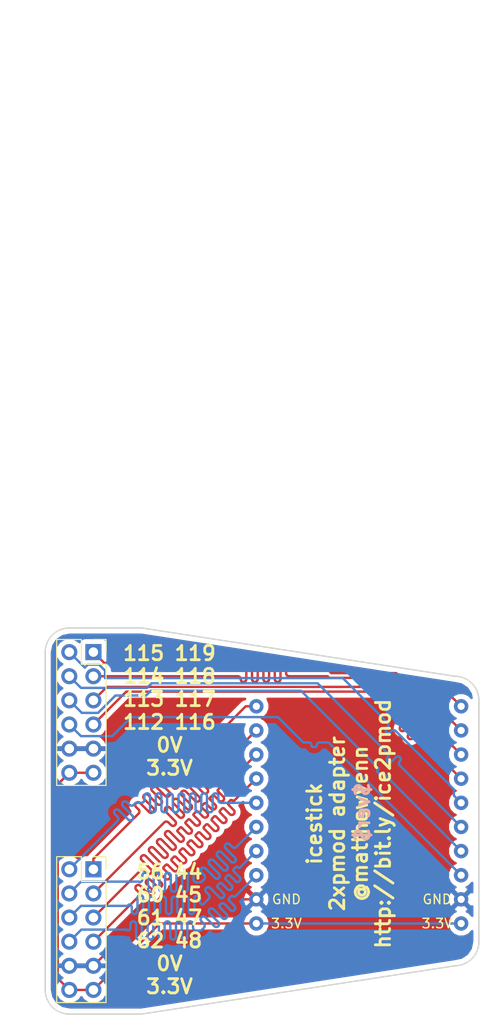
<source format=kicad_pcb>
(kicad_pcb (version 20170922) (host pcbnew "(2017-11-06 revision 3045509)-HEAD")
  (layers (0 F.Cu signal) (31 B.Cu signal) (34 B.Paste user) (35 F.Paste user) (36 B.SilkS user) (37 F.SilkS user) (38 B.Mask user) (39 F.Mask user) (44 Edge.Cuts user))
  (net 0 "")
  (net 1 +3V3)
  (net 2 GND)
  (net 3 /pmod62)
  (net 4 /pmod48)
  (net 5 /pmod61)
  (net 6 /pmod47)
  (net 7 /pmod60)
  (net 8 /pmod45)
  (net 9 /pmod56)
  (net 10 /pmod44)
  (net 11 /pmod119)
  (net 12 /pmod115)
  (net 13 /pmod118)
  (net 14 /pmod114)
  (net 15 /pmod117)
  (net 16 /pmod113)
  (net 17 /pmod116)
  (net 18 /pmod112)
  (module fp:icestick (layer F.Cu) (at 121.950001 147.310001)
    (fp_text reference U1 hide)
    (fp_text value icestick)
    (fp_text user GND (at 8.255 -4.445) (layer F.SilkS))
    (fp_text user 3.3V (at 8.255 -1.905) (layer F.SilkS))
    (fp_text user 3.3V (at -7.62 -1.905) (layer F.SilkS))
    (fp_text user GND (at -7.62 -4.445) (layer F.SilkS))
    (pad 20 thru_hole circle (at 10.795 -1.905) (size 1.524 1.524) (drill 0.762) (layers *.Cu *.Mask) (net 1 +3V3))
    (pad 19 thru_hole circle (at 10.795 -4.445) (size 1.524 1.524) (drill 0.762) (layers *.Cu *.Mask) (net 2 GND))
    (pad 18 thru_hole circle (at 10.795 -6.985) (size 1.524 1.524) (drill 0.762) (layers *.Cu *.Mask) (net 18 /pmod112))
    (pad 17 thru_hole circle (at 10.795 -9.525) (size 1.524 1.524) (drill 0.762) (layers *.Cu *.Mask) (net 16 /pmod113))
    (pad 16 thru_hole circle (at 10.795 -12.065) (size 1.524 1.524) (drill 0.762) (layers *.Cu *.Mask) (net 14 /pmod114))
    (pad 15 thru_hole circle (at 10.795 -14.605) (size 1.524 1.524) (drill 0.762) (layers *.Cu *.Mask) (net 12 /pmod115))
    (pad 14 thru_hole circle (at 10.795 -17.145) (size 1.524 1.524) (drill 0.762) (layers *.Cu *.Mask) (net 17 /pmod116))
    (pad 13 thru_hole circle (at 10.795 -19.685) (size 1.524 1.524) (drill 0.762) (layers *.Cu *.Mask) (net 15 /pmod117))
    (pad 12 thru_hole circle (at 10.795 -22.225) (size 1.524 1.524) (drill 0.762) (layers *.Cu *.Mask) (net 13 /pmod118))
    (pad 10 thru_hole circle (at -10.795 -1.905) (size 1.524 1.524) (drill 0.762) (layers *.Cu *.Mask) (net 1 +3V3))
    (pad 9 thru_hole circle (at -10.795 -4.445) (size 1.524 1.524) (drill 0.762) (layers *.Cu *.Mask) (net 2 GND))
    (pad 8 thru_hole circle (at -10.795 -6.985) (size 1.524 1.524) (drill 0.762) (layers *.Cu *.Mask) (net 3 /pmod62))
    (pad 7 thru_hole circle (at -10.795 -9.525) (size 1.524 1.524) (drill 0.762) (layers *.Cu *.Mask) (net 5 /pmod61))
    (pad 6 thru_hole circle (at -10.795 -12.065) (size 1.524 1.524) (drill 0.762) (layers *.Cu *.Mask) (net 7 /pmod60))
    (pad 5 thru_hole circle (at -10.795 -14.605) (size 1.524 1.524) (drill 0.762) (layers *.Cu *.Mask) (net 9 /pmod56))
    (pad 4 thru_hole circle (at -10.795 -17.145) (size 1.524 1.524) (drill 0.762) (layers *.Cu *.Mask) (net 4 /pmod48))
    (pad 3 thru_hole circle (at -10.795 -19.685) (size 1.524 1.524) (drill 0.762) (layers *.Cu *.Mask) (net 6 /pmod47))
    (pad 2 thru_hole circle (at -10.795 -22.225) (size 1.524 1.524) (drill 0.762) (layers *.Cu *.Mask) (net 8 /pmod45))
    (pad 11 thru_hole circle (at 10.795 -24.765) (size 1.524 1.524) (drill 0.762) (layers *.Cu *.Mask) (net 11 /pmod119))
    (pad 1 thru_hole circle (at -10.795 -24.765) (size 1.524 1.524) (drill 0.762) (layers *.Cu *.Mask) (net 10 /pmod44))
  )
  (module Connector_PinSocket_2.54mm:PinSocket_2x06_P2.54mm_Vertical (layer F.Cu) (at 93.98 139.7)
    (fp_text reference J1 hide)
    (fp_text value Conn_02x06_Odd_Even)
    (pad 12 thru_hole oval (at -2.54 12.7) (size 1.7 1.7) (drill 1) (layers *.Cu *.Mask) (net 1 +3V3))
    (pad 11 thru_hole oval (at 0 12.7) (size 1.7 1.7) (drill 1) (layers *.Cu *.Mask) (net 1 +3V3))
    (pad 10 thru_hole oval (at -2.54 10.16) (size 1.7 1.7) (drill 1) (layers *.Cu *.Mask) (net 2 GND))
    (pad 9 thru_hole oval (at 0 10.16) (size 1.7 1.7) (drill 1) (layers *.Cu *.Mask) (net 2 GND))
    (pad 8 thru_hole oval (at -2.54 7.62) (size 1.7 1.7) (drill 1) (layers *.Cu *.Mask) (net 3 /pmod62))
    (pad 7 thru_hole oval (at 0 7.62) (size 1.7 1.7) (drill 1) (layers *.Cu *.Mask) (net 4 /pmod48))
    (pad 6 thru_hole oval (at -2.54 5.08) (size 1.7 1.7) (drill 1) (layers *.Cu *.Mask) (net 5 /pmod61))
    (pad 5 thru_hole oval (at 0 5.08) (size 1.7 1.7) (drill 1) (layers *.Cu *.Mask) (net 6 /pmod47))
    (pad 4 thru_hole oval (at -2.54 2.54) (size 1.7 1.7) (drill 1) (layers *.Cu *.Mask) (net 7 /pmod60))
    (pad 3 thru_hole oval (at 0 2.54) (size 1.7 1.7) (drill 1) (layers *.Cu *.Mask) (net 8 /pmod45))
    (pad 2 thru_hole oval (at -2.54 0) (size 1.7 1.7) (drill 1) (layers *.Cu *.Mask) (net 9 /pmod56))
    (pad 1 thru_hole rect (at 0 0) (size 1.7 1.7) (drill 1) (layers *.Cu *.Mask) (net 10 /pmod44))
  )
  (module Connector_PinSocket_2.54mm:PinSocket_2x06_P2.54mm_Vertical (layer F.Cu) (at 93.98 116.84)
    (fp_text reference J2 hide)
    (fp_text value Conn_02x06_Odd_Even)
    (pad 1 thru_hole rect (at 0 0) (size 1.7 1.7) (drill 1) (layers *.Cu *.Mask) (net 11 /pmod119))
    (pad 2 thru_hole oval (at -2.54 0) (size 1.7 1.7) (drill 1) (layers *.Cu *.Mask) (net 12 /pmod115))
    (pad 3 thru_hole oval (at 0 2.54) (size 1.7 1.7) (drill 1) (layers *.Cu *.Mask) (net 13 /pmod118))
    (pad 4 thru_hole oval (at -2.54 2.54) (size 1.7 1.7) (drill 1) (layers *.Cu *.Mask) (net 14 /pmod114))
    (pad 5 thru_hole oval (at 0 5.08) (size 1.7 1.7) (drill 1) (layers *.Cu *.Mask) (net 15 /pmod117))
    (pad 6 thru_hole oval (at -2.54 5.08) (size 1.7 1.7) (drill 1) (layers *.Cu *.Mask) (net 16 /pmod113))
    (pad 7 thru_hole oval (at 0 7.62) (size 1.7 1.7) (drill 1) (layers *.Cu *.Mask) (net 17 /pmod116))
    (pad 8 thru_hole oval (at -2.54 7.62) (size 1.7 1.7) (drill 1) (layers *.Cu *.Mask) (net 18 /pmod112))
    (pad 9 thru_hole oval (at 0 10.16) (size 1.7 1.7) (drill 1) (layers *.Cu *.Mask) (net 2 GND))
    (pad 10 thru_hole oval (at -2.54 10.16) (size 1.7 1.7) (drill 1) (layers *.Cu *.Mask) (net 2 GND))
    (pad 11 thru_hole oval (at 0 12.7) (size 1.7 1.7) (drill 1) (layers *.Cu *.Mask) (net 1 +3V3))
    (pad 12 thru_hole oval (at -2.54 12.7) (size 1.7 1.7) (drill 1) (layers *.Cu *.Mask) (net 1 +3V3))
  )
  (gr_text "56 44\n60 45\n61 47\n62 48\n0V\n3.3V" (at 102 146) (layer F.SilkS) (effects (font (size 1.5 1.5) (thickness 0.3))))
  (gr_text "115 119\n114 118\n113 117\n112 116\n0V\n3.3V" (at 102 123) (layer F.SilkS) (effects (font (size 1.5 1.5) (thickness 0.3))))
  (gr_text $ver$ (at 122.35 133.7 90) (layer B.SilkS) (effects (font (size 1.5 1.5) (thickness 0.3)) (justify mirror)))
  (gr_text "icestick\n2xpmod adapter\n@matthewvenn\nhttp://bit.ly/ice2pmod" (at 120.9 134.9 90) (layer F.SilkS) (effects (font (size 1.5 1.5) (thickness 0.3))))
  (gr_line (start 99.06 114.3) (end 91.44 114.3) (layer Edge.Cuts) (width 0.15))
  (gr_line (start 132.08 119.38) (end 99.06 114.3) (layer Edge.Cuts) (width 0.15))
  (gr_line (start 134.62 147.32) (end 134.62 121.92) (layer Edge.Cuts) (width 0.15))
  (gr_line (start 99.06 154.94) (end 132.08 149.86) (layer Edge.Cuts) (width 0.15))
  (gr_line (start 91.44 154.94) (end 99.06 154.94) (layer Edge.Cuts) (width 0.15))
  (gr_line (start 88.9 116.84) (end 88.9 152.4) (layer Edge.Cuts) (width 0.15))
  (gr_arc (start 91.44 116.84) (end 91.44 114.3) (angle -90) (layer Edge.Cuts) (width 0.15))
  (gr_arc (start 91.44 152.4) (end 88.9 152.4) (angle -90) (layer Edge.Cuts) (width 0.15))
  (gr_arc (start 132.08 147.32) (end 132.08 149.86) (angle -90) (layer Edge.Cuts) (width 0.15))
  (gr_arc (start 132.08 121.92) (end 134.62 121.92) (angle -90) (layer Edge.Cuts) (width 0.15))
  (segment (start 132.745001 145.405001) (end 111.155001 145.405001) (width 0.25) (layer B.Cu) (net 1))
  (segment (start 91.44 129.54) (end 90.214999 130.765001) (width 0.25) (layer F.Cu) (net 1))
  (segment (start 90.214999 130.765001) (end 90.214999 151.174999) (width 0.25) (layer F.Cu) (net 1))
  (segment (start 90.214999 151.174999) (end 90.590001 151.550001) (width 0.25) (layer F.Cu) (net 1))
  (segment (start 90.590001 151.550001) (end 91.44 152.4) (width 0.25) (layer F.Cu) (net 1))
  (segment (start 93.98 129.54) (end 91.44 129.54) (width 0.25) (layer F.Cu) (net 1))
  (segment (start 111.155001 145.405001) (end 100.974999 145.405001) (width 0.25) (layer F.Cu) (net 1))
  (segment (start 100.974999 145.405001) (end 93.98 152.4) (width 0.25) (layer F.Cu) (net 1))
  (segment (start 91.44 152.4) (end 92.642081 152.4) (width 0.25) (layer F.Cu) (net 1))
  (segment (start 92.642081 152.4) (end 93.98 152.4) (width 0.25) (layer F.Cu) (net 1))
  (segment (start 94.69 149.86) (end 93.98 149.86) (width 0.25) (layer F.Cu) (net 2))
  (segment (start 91.44 149.86) (end 94.69 149.86) (width 0.25) (layer F.Cu) (net 2))
  (segment (start 111.155001 142.865001) (end 100.974999 142.865001) (width 0.25) (layer F.Cu) (net 2))
  (segment (start 100.974999 142.865001) (end 93.98 149.86) (width 0.25) (layer F.Cu) (net 2))
  (segment (start 102.055293 145.353891) (end 102.019552 145.29701) (width 0.25) (layer B.Cu) (net 3))
  (segment (start 106.131599 144.081985) (end 106.131599 144.149164) (width 0.25) (layer B.Cu) (net 3))
  (segment (start 100.855293 145.353891) (end 100.819552 145.29701) (width 0.25) (layer B.Cu) (net 3))
  (segment (start 102.077481 145.4173) (end 102.055293 145.353891) (width 0.25) (layer B.Cu) (net 3))
  (segment (start 106.146548 144.016491) (end 106.131599 144.081985) (width 0.25) (layer B.Cu) (net 3))
  (segment (start 100.877481 145.4173) (end 100.855293 145.353891) (width 0.25) (layer B.Cu) (net 3))
  (segment (start 102.092524 146.872698) (end 102.085003 146.805941) (width 0.25) (layer B.Cu) (net 3))
  (segment (start 106.270103 143.861558) (end 106.217581 143.903443) (width 0.25) (layer B.Cu) (net 3))
  (segment (start 102.114712 146.936107) (end 102.092524 146.872698) (width 0.25) (layer B.Cu) (net 3))
  (segment (start 106.330629 143.83241) (end 106.270103 143.861558) (width 0.25) (layer B.Cu) (net 3))
  (segment (start 102.150453 146.992988) (end 102.114712 146.936107) (width 0.25) (layer B.Cu) (net 3))
  (segment (start 106.396124 143.817461) (end 106.330629 143.83241) (width 0.25) (layer B.Cu) (net 3))
  (segment (start 101.718246 145.191578) (end 101.654837 145.213766) (width 0.25) (layer B.Cu) (net 3))
  (segment (start 102.197956 147.040491) (end 102.150453 146.992988) (width 0.25) (layer B.Cu) (net 3))
  (segment (start 106.463302 143.817461) (end 106.396124 143.817461) (width 0.25) (layer B.Cu) (net 3))
  (segment (start 102.254837 147.076232) (end 102.197956 147.040491) (width 0.25) (layer B.Cu) (net 3))
  (segment (start 97.877481 145.911755) (end 97.855293 145.975164) (width 0.25) (layer B.Cu) (net 3))
  (segment (start 102.451759 147.09842) (end 102.385003 147.105941) (width 0.25) (layer B.Cu) (net 3))
  (segment (start 102.515168 147.076232) (end 102.451759 147.09842) (width 0.25) (layer B.Cu) (net 3))
  (segment (start 102.655293 146.936107) (end 102.619552 146.992988) (width 0.25) (layer B.Cu) (net 3))
  (segment (start 107.415794 143.341626) (end 107.35282 143.404599) (width 0.25) (layer B.Cu) (net 3))
  (segment (start 99.085003 145.484057) (end 99.085003 146.805941) (width 0.25) (layer B.Cu) (net 3))
  (segment (start 102.677481 146.872698) (end 102.655293 146.936107) (width 0.25) (layer B.Cu) (net 3))
  (segment (start 108.285867 142.974264) (end 108.395801 143.084198) (width 0.25) (layer B.Cu) (net 3))
  (segment (start 99.092524 145.4173) (end 99.085003 145.484057) (width 0.25) (layer B.Cu) (net 3))
  (segment (start 102.685003 146.805941) (end 102.677481 146.872698) (width 0.25) (layer B.Cu) (net 3))
  (segment (start 102.797956 145.249507) (end 102.750453 145.29701) (width 0.25) (layer B.Cu) (net 3))
  (segment (start 104.118246 145.191578) (end 104.054837 145.213766) (width 0.25) (layer B.Cu) (net 3))
  (segment (start 102.854837 145.213766) (end 102.797956 145.249507) (width 0.25) (layer B.Cu) (net 3))
  (segment (start 104.185003 145.184057) (end 104.118246 145.191578) (width 0.25) (layer B.Cu) (net 3))
  (segment (start 103.172049 145.249507) (end 103.115168 145.213766) (width 0.25) (layer B.Cu) (net 3))
  (segment (start 98.315168 145.213766) (end 98.251759 145.191578) (width 0.25) (layer B.Cu) (net 3))
  (segment (start 103.277481 145.4173) (end 103.255293 145.353891) (width 0.25) (layer B.Cu) (net 3))
  (segment (start 98.455293 145.353891) (end 98.419552 145.29701) (width 0.25) (layer B.Cu) (net 3))
  (segment (start 103.285003 145.484057) (end 103.277481 145.4173) (width 0.25) (layer B.Cu) (net 3))
  (segment (start 98.477481 145.4173) (end 98.455293 145.353891) (width 0.25) (layer B.Cu) (net 3))
  (segment (start 103.285003 146.805941) (end 103.285003 145.484057) (width 0.25) (layer B.Cu) (net 3))
  (segment (start 103.350453 146.992988) (end 103.314712 146.936107) (width 0.25) (layer B.Cu) (net 3))
  (segment (start 103.397956 147.040491) (end 103.350453 146.992988) (width 0.25) (layer B.Cu) (net 3))
  (segment (start 103.454837 147.076232) (end 103.397956 147.040491) (width 0.25) (layer B.Cu) (net 3))
  (segment (start 103.219552 145.29701) (end 103.172049 145.249507) (width 0.25) (layer B.Cu) (net 3))
  (segment (start 98.372049 145.249507) (end 98.315168 145.213766) (width 0.25) (layer B.Cu) (net 3))
  (segment (start 103.518246 147.09842) (end 103.454837 147.076232) (width 0.25) (layer B.Cu) (net 3))
  (segment (start 108.891237 143.617886) (end 108.920385 143.678412) (width 0.25) (layer B.Cu) (net 3))
  (segment (start 103.585003 147.105941) (end 103.518246 147.09842) (width 0.25) (layer B.Cu) (net 3))
  (segment (start 103.819552 146.992988) (end 103.772049 147.040491) (width 0.25) (layer B.Cu) (net 3))
  (segment (start 103.855293 146.936107) (end 103.819552 146.992988) (width 0.25) (layer B.Cu) (net 3))
  (segment (start 103.885003 146.805941) (end 103.877481 146.872698) (width 0.25) (layer B.Cu) (net 3))
  (segment (start 103.885003 145.484057) (end 103.885003 146.805941) (width 0.25) (layer B.Cu) (net 3))
  (segment (start 103.892524 145.4173) (end 103.885003 145.484057) (width 0.25) (layer B.Cu) (net 3))
  (segment (start 103.914712 145.353891) (end 103.892524 145.4173) (width 0.25) (layer B.Cu) (net 3))
  (segment (start 103.950453 145.29701) (end 103.914712 145.353891) (width 0.25) (layer B.Cu) (net 3))
  (segment (start 103.997956 145.249507) (end 103.950453 145.29701) (width 0.25) (layer B.Cu) (net 3))
  (segment (start 102.918246 145.191578) (end 102.854837 145.213766) (width 0.25) (layer B.Cu) (net 3))
  (segment (start 104.251759 145.191578) (end 104.185003 145.184057) (width 0.25) (layer B.Cu) (net 3))
  (segment (start 108.285867 142.754394) (end 108.26416 142.781613) (width 0.25) (layer B.Cu) (net 3))
  (segment (start 104.054837 145.213766) (end 103.997956 145.249507) (width 0.25) (layer B.Cu) (net 3))
  (segment (start 104.315168 145.213766) (end 104.251759 145.191578) (width 0.25) (layer B.Cu) (net 3))
  (segment (start 108.891237 143.937106) (end 108.849351 143.989629) (width 0.25) (layer B.Cu) (net 3))
  (segment (start 99.692524 146.872698) (end 99.685003 146.805941) (width 0.25) (layer B.Cu) (net 3))
  (segment (start 104.372049 145.249507) (end 104.315168 145.213766) (width 0.25) (layer B.Cu) (net 3))
  (segment (start 99.714712 146.936107) (end 99.692524 146.872698) (width 0.25) (layer B.Cu) (net 3))
  (segment (start 104.485003 145.484057) (end 104.477481 145.4173) (width 0.25) (layer B.Cu) (net 3))
  (segment (start 105.327167 145.123712) (end 105.369053 145.176235) (width 0.25) (layer B.Cu) (net 3))
  (segment (start 104.485003 145.844999) (end 104.485003 145.484057) (width 0.25) (layer B.Cu) (net 3))
  (segment (start 105.29802 145.063186) (end 105.327167 145.123712) (width 0.25) (layer B.Cu) (net 3))
  (segment (start 104.718246 146.137477) (end 104.654837 146.115289) (width 0.25) (layer B.Cu) (net 3))
  (segment (start 104.785003 146.144999) (end 104.718246 146.137477) (width 0.25) (layer B.Cu) (net 3))
  (segment (start 105.624277 145.855723) (end 105.335003 146.144999) (width 0.25) (layer B.Cu) (net 3))
  (segment (start 105.69531 145.742675) (end 105.666162 145.803201) (width 0.25) (layer B.Cu) (net 3))
  (segment (start 108.796829 144.031515) (end 108.736304 144.060661) (width 0.25) (layer B.Cu) (net 3))
  (segment (start 102.685003 145.484057) (end 102.685003 146.805941) (width 0.25) (layer B.Cu) (net 3))
  (segment (start 105.710259 145.67718) (end 105.69531 145.742675) (width 0.25) (layer B.Cu) (net 3))
  (segment (start 102.692524 145.4173) (end 102.685003 145.484057) (width 0.25) (layer B.Cu) (net 3))
  (segment (start 105.710259 145.610002) (end 105.710259 145.67718) (width 0.25) (layer B.Cu) (net 3))
  (segment (start 102.714712 145.353891) (end 102.692524 145.4173) (width 0.25) (layer B.Cu) (net 3))
  (segment (start 105.69531 145.544507) (end 105.710259 145.610002) (width 0.25) (layer B.Cu) (net 3))
  (segment (start 108.920385 143.87658) (end 108.891237 143.937106) (width 0.25) (layer B.Cu) (net 3))
  (segment (start 102.750453 145.29701) (end 102.714712 145.353891) (width 0.25) (layer B.Cu) (net 3))
  (segment (start 105.666162 145.483981) (end 105.69531 145.544507) (width 0.25) (layer B.Cu) (net 3))
  (segment (start 108.935334 143.811085) (end 108.920385 143.87658) (width 0.25) (layer B.Cu) (net 3))
  (segment (start 108.871416 142.586811) (end 108.837474 142.594558) (width 0.25) (layer B.Cu) (net 3))
  (segment (start 105.624277 145.431459) (end 105.666162 145.483981) (width 0.25) (layer B.Cu) (net 3))
  (segment (start 108.935334 143.743907) (end 108.935334 143.811085) (width 0.25) (layer B.Cu) (net 3))
  (segment (start 104.550453 146.032045) (end 104.514712 145.975164) (width 0.25) (layer B.Cu) (net 3))
  (segment (start 105.369053 145.176235) (end 105.624277 145.431459) (width 0.25) (layer B.Cu) (net 3))
  (segment (start 108.920385 143.678412) (end 108.935334 143.743907) (width 0.25) (layer B.Cu) (net 3))
  (segment (start 104.597956 146.079548) (end 104.550453 146.032045) (width 0.25) (layer B.Cu) (net 3))
  (segment (start 104.654837 146.115289) (end 104.597956 146.079548) (width 0.25) (layer B.Cu) (net 3))
  (segment (start 108.682912 142.528293) (end 108.651546 142.513188) (width 0.25) (layer B.Cu) (net 3))
  (segment (start 104.419552 145.29701) (end 104.372049 145.249507) (width 0.25) (layer B.Cu) (net 3))
  (segment (start 99.750453 146.992988) (end 99.714712 146.936107) (width 0.25) (layer B.Cu) (net 3))
  (segment (start 105.369053 144.751971) (end 105.327167 144.804493) (width 0.25) (layer B.Cu) (net 3))
  (segment (start 107.887776 144.909189) (end 107.822281 144.924139) (width 0.25) (layer B.Cu) (net 3))
  (segment (start 104.477481 145.4173) (end 104.455293 145.353891) (width 0.25) (layer B.Cu) (net 3))
  (segment (start 99.854837 147.076232) (end 99.797956 147.040491) (width 0.25) (layer B.Cu) (net 3))
  (segment (start 105.482101 144.680938) (end 105.421575 144.710086) (width 0.25) (layer B.Cu) (net 3))
  (segment (start 105.547596 144.665989) (end 105.482101 144.680938) (width 0.25) (layer B.Cu) (net 3))
  (segment (start 108.548848 142.513188) (end 108.517481 142.528293) (width 0.25) (layer B.Cu) (net 3))
  (segment (start 104.492524 145.911755) (end 104.485003 145.844999) (width 0.25) (layer B.Cu) (net 3))
  (segment (start 105.680269 144.680938) (end 105.614774 144.665989) (width 0.25) (layer B.Cu) (net 3))
  (segment (start 104.514712 145.975164) (end 104.492524 145.911755) (width 0.25) (layer B.Cu) (net 3))
  (segment (start 105.740795 144.710086) (end 105.680269 144.680938) (width 0.25) (layer B.Cu) (net 3))
  (segment (start 105.793317 144.751971) (end 105.740795 144.710086) (width 0.25) (layer B.Cu) (net 3))
  (segment (start 105.666162 145.803201) (end 105.624277 145.855723) (width 0.25) (layer B.Cu) (net 3))
  (segment (start 106.728031 145.686685) (end 105.793317 144.751971) (width 0.25) (layer B.Cu) (net 3))
  (segment (start 103.651759 147.09842) (end 103.585003 147.105941) (width 0.25) (layer B.Cu) (net 3))
  (segment (start 101.118246 147.09842) (end 101.054837 147.076232) (width 0.25) (layer B.Cu) (net 3))
  (segment (start 106.780555 145.72857) (end 106.728031 145.686685) (width 0.25) (layer B.Cu) (net 3))
  (segment (start 103.715168 147.076232) (end 103.651759 147.09842) (width 0.25) (layer B.Cu) (net 3))
  (segment (start 101.185003 147.105941) (end 101.118246 147.09842) (width 0.25) (layer B.Cu) (net 3))
  (segment (start 106.84108 145.757718) (end 106.780555 145.72857) (width 0.25) (layer B.Cu) (net 3))
  (segment (start 103.772049 147.040491) (end 103.715168 147.076232) (width 0.25) (layer B.Cu) (net 3))
  (segment (start 101.251759 147.09842) (end 101.185003 147.105941) (width 0.25) (layer B.Cu) (net 3))
  (segment (start 106.906575 145.772666) (end 106.84108 145.757718) (width 0.25) (layer B.Cu) (net 3))
  (segment (start 108.395801 143.084198) (end 108.381994 143.098008) (width 0.25) (layer B.Cu) (net 3))
  (segment (start 106.973753 145.772667) (end 106.906575 145.772666) (width 0.25) (layer B.Cu) (net 3))
  (segment (start 107.680816 143.281137) (end 107.625043 143.268407) (width 0.25) (layer B.Cu) (net 3))
  (segment (start 108.249055 142.81298) (end 108.241308 142.846922) (width 0.25) (layer B.Cu) (net 3))
  (segment (start 108.381994 143.098008) (end 108.849351 143.565365) (width 0.25) (layer B.Cu) (net 3))
  (segment (start 108.042709 144.466414) (end 108.071857 144.52694) (width 0.25) (layer B.Cu) (net 3))
  (segment (start 100.518246 145.191578) (end 100.454837 145.213766) (width 0.25) (layer B.Cu) (net 3))
  (segment (start 108.670809 144.075611) (end 108.603631 144.07561) (width 0.25) (layer B.Cu) (net 3))
  (segment (start 99.655293 145.353891) (end 99.619552 145.29701) (width 0.25) (layer B.Cu) (net 3))
  (segment (start 107.625043 143.268407) (end 107.567835 143.268407) (width 0.25) (layer B.Cu) (net 3))
  (segment (start 104.455293 145.353891) (end 104.419552 145.29701) (width 0.25) (layer B.Cu) (net 3))
  (segment (start 99.797956 147.040491) (end 99.750453 146.992988) (width 0.25) (layer B.Cu) (net 3))
  (segment (start 105.421575 144.710086) (end 105.369053 144.751971) (width 0.25) (layer B.Cu) (net 3))
  (segment (start 108.768718 142.586811) (end 108.737351 142.571706) (width 0.25) (layer B.Cu) (net 3))
  (segment (start 101.372049 147.040491) (end 101.315168 147.076232) (width 0.25) (layer B.Cu) (net 3))
  (segment (start 107.512062 143.281137) (end 107.46052 143.305958) (width 0.25) (layer B.Cu) (net 3))
  (segment (start 108.241308 142.881736) (end 108.249055 142.915678) (width 0.25) (layer B.Cu) (net 3))
  (segment (start 108.517481 142.528293) (end 108.490262 142.55) (width 0.25) (layer B.Cu) (net 3))
  (segment (start 103.877481 146.872698) (end 103.855293 146.936107) (width 0.25) (layer B.Cu) (net 3))
  (segment (start 108.80266 142.594558) (end 108.768718 142.586811) (width 0.25) (layer B.Cu) (net 3))
  (segment (start 107.223329 145.375468) (end 107.238278 145.440963) (width 0.25) (layer B.Cu) (net 3))
  (segment (start 99.114712 145.353891) (end 99.092524 145.4173) (width 0.25) (layer B.Cu) (net 3))
  (segment (start 103.115168 145.213766) (end 103.051759 145.191578) (width 0.25) (layer B.Cu) (net 3))
  (segment (start 100.914712 146.936107) (end 100.892524 146.872698) (width 0.25) (layer B.Cu) (net 3))
  (segment (start 98.251759 145.191578) (end 98.185003 145.184057) (width 0.25) (layer B.Cu) (net 3))
  (segment (start 108.071857 144.52694) (end 108.086806 144.592435) (width 0.25) (layer B.Cu) (net 3))
  (segment (start 100.454837 145.213766) (end 100.397956 145.249507) (width 0.25) (layer B.Cu) (net 3))
  (segment (start 108.837474 142.594558) (end 108.80266 142.594558) (width 0.25) (layer B.Cu) (net 3))
  (segment (start 108.849351 143.989629) (end 108.796829 144.031515) (width 0.25) (layer B.Cu) (net 3))
  (segment (start 102.572049 147.040491) (end 102.515168 147.076232) (width 0.25) (layer B.Cu) (net 3))
  (segment (start 100.350453 145.29701) (end 100.314712 145.353891) (width 0.25) (layer B.Cu) (net 3))
  (segment (start 106.131599 144.149164) (end 106.146548 144.214658) (width 0.25) (layer B.Cu) (net 3))
  (segment (start 111.155001 140.325001) (end 108.930002 142.55) (width 0.25) (layer B.Cu) (net 3))
  (segment (start 107.279601 143.613848) (end 107.29233 143.669621) (width 0.25) (layer B.Cu) (net 3))
  (segment (start 105.335003 146.144999) (end 104.785003 146.144999) (width 0.25) (layer B.Cu) (net 3))
  (segment (start 108.930002 142.55) (end 108.902782 142.571706) (width 0.25) (layer B.Cu) (net 3))
  (segment (start 108.651546 142.513188) (end 108.617604 142.505441) (width 0.25) (layer B.Cu) (net 3))
  (segment (start 108.26416 142.781613) (end 108.249055 142.81298) (width 0.25) (layer B.Cu) (net 3))
  (segment (start 107.567835 143.268407) (end 107.512062 143.281137) (width 0.25) (layer B.Cu) (net 3))
  (segment (start 108.617604 142.505441) (end 108.58279 142.505441) (width 0.25) (layer B.Cu) (net 3))
  (segment (start 101.492524 145.4173) (end 101.485003 145.484057) (width 0.25) (layer B.Cu) (net 3))
  (segment (start 108.902782 142.571706) (end 108.871416 142.586811) (width 0.25) (layer B.Cu) (net 3))
  (segment (start 105.283071 144.997692) (end 105.29802 145.063186) (width 0.25) (layer B.Cu) (net 3))
  (segment (start 98.118246 145.191578) (end 98.054837 145.213766) (width 0.25) (layer B.Cu) (net 3))
  (segment (start 107.152295 145.686685) (end 107.099773 145.728571) (width 0.25) (layer B.Cu) (net 3))
  (segment (start 105.614774 144.665989) (end 105.547596 144.665989) (width 0.25) (layer B.Cu) (net 3))
  (segment (start 106.217581 143.903443) (end 106.175695 143.955965) (width 0.25) (layer B.Cu) (net 3))
  (segment (start 108.086806 144.659613) (end 108.071857 144.725108) (width 0.25) (layer B.Cu) (net 3))
  (segment (start 108.490262 142.55) (end 108.285867 142.754394) (width 0.25) (layer B.Cu) (net 3))
  (segment (start 101.785003 145.184057) (end 101.718246 145.191578) (width 0.25) (layer B.Cu) (net 3))
  (segment (start 102.619552 146.992988) (end 102.572049 147.040491) (width 0.25) (layer B.Cu) (net 3))
  (segment (start 99.085003 146.805941) (end 99.077481 146.872698) (width 0.25) (layer B.Cu) (net 3))
  (segment (start 108.603631 144.07561) (end 108.538136 144.060662) (width 0.25) (layer B.Cu) (net 3))
  (segment (start 108.241308 142.846922) (end 108.241308 142.881736) (width 0.25) (layer B.Cu) (net 3))
  (segment (start 108.736304 144.060661) (end 108.670809 144.075611) (width 0.25) (layer B.Cu) (net 3))
  (segment (start 108.737351 142.571706) (end 108.682912 142.528293) (width 0.25) (layer B.Cu) (net 3))
  (segment (start 107.755103 144.924138) (end 107.689608 144.90919) (width 0.25) (layer B.Cu) (net 3))
  (segment (start 108.249055 142.915678) (end 108.26416 142.947045) (width 0.25) (layer B.Cu) (net 3))
  (segment (start 102.985003 145.184057) (end 102.918246 145.191578) (width 0.25) (layer B.Cu) (net 3))
  (segment (start 107.46052 143.305958) (end 107.415794 143.341626) (width 0.25) (layer B.Cu) (net 3))
  (segment (start 108.26416 142.947045) (end 108.285867 142.974264) (width 0.25) (layer B.Cu) (net 3))
  (segment (start 108.000823 144.413893) (end 108.042709 144.466414) (width 0.25) (layer B.Cu) (net 3))
  (segment (start 108.086806 144.592435) (end 108.086806 144.659613) (width 0.25) (layer B.Cu) (net 3))
  (segment (start 100.397956 145.249507) (end 100.350453 145.29701) (width 0.25) (layer B.Cu) (net 3))
  (segment (start 108.071857 144.725108) (end 108.042709 144.785634) (width 0.25) (layer B.Cu) (net 3))
  (segment (start 100.314712 145.353891) (end 100.292524 145.4173) (width 0.25) (layer B.Cu) (net 3))
  (segment (start 108.042709 144.785634) (end 108.000823 144.838157) (width 0.25) (layer B.Cu) (net 3))
  (segment (start 100.292524 145.4173) (end 100.285003 145.484057) (width 0.25) (layer B.Cu) (net 3))
  (segment (start 108.000823 144.838157) (end 107.948301 144.880043) (width 0.25) (layer B.Cu) (net 3))
  (segment (start 100.285003 145.484057) (end 100.285003 146.805941) (width 0.25) (layer B.Cu) (net 3))
  (segment (start 107.948301 144.880043) (end 107.887776 144.909189) (width 0.25) (layer B.Cu) (net 3))
  (segment (start 100.285003 146.805941) (end 100.277481 146.872698) (width 0.25) (layer B.Cu) (net 3))
  (segment (start 108.849351 143.565365) (end 108.891237 143.617886) (width 0.25) (layer B.Cu) (net 3))
  (segment (start 103.051759 145.191578) (end 102.985003 145.184057) (width 0.25) (layer B.Cu) (net 3))
  (segment (start 100.892524 146.872698) (end 100.885003 146.805941) (width 0.25) (layer B.Cu) (net 3))
  (segment (start 98.185003 145.184057) (end 98.118246 145.191578) (width 0.25) (layer B.Cu) (net 3))
  (segment (start 106.146548 144.214658) (end 106.175695 144.275184) (width 0.25) (layer B.Cu) (net 3))
  (segment (start 101.972049 145.249507) (end 101.915168 145.213766) (width 0.25) (layer B.Cu) (net 3))
  (segment (start 100.772049 145.249507) (end 100.715168 145.213766) (width 0.25) (layer B.Cu) (net 3))
  (segment (start 107.35282 143.404599) (end 107.317152 143.449326) (width 0.25) (layer B.Cu) (net 3))
  (segment (start 107.822281 144.924139) (end 107.755103 144.924138) (width 0.25) (layer B.Cu) (net 3))
  (segment (start 107.317152 143.449326) (end 107.29233 143.500868) (width 0.25) (layer B.Cu) (net 3))
  (segment (start 97.585003 146.144999) (end 97.490004 146.05) (width 0.25) (layer B.Cu) (net 3))
  (segment (start 102.085003 146.805941) (end 102.085003 145.484057) (width 0.25) (layer B.Cu) (net 3))
  (segment (start 100.885003 146.805941) (end 100.885003 145.484057) (width 0.25) (layer B.Cu) (net 3))
  (segment (start 97.651759 146.137477) (end 97.585003 146.144999) (width 0.25) (layer B.Cu) (net 3))
  (segment (start 107.29233 143.500868) (end 107.279601 143.556641) (width 0.25) (layer B.Cu) (net 3))
  (segment (start 97.490004 146.05) (end 92.71 146.05) (width 0.25) (layer B.Cu) (net 3))
  (segment (start 107.689608 144.90919) (end 107.629083 144.880042) (width 0.25) (layer B.Cu) (net 3))
  (segment (start 102.085003 145.484057) (end 102.077481 145.4173) (width 0.25) (layer B.Cu) (net 3))
  (segment (start 106.175695 143.955965) (end 106.146548 144.016491) (width 0.25) (layer B.Cu) (net 3))
  (segment (start 100.885003 145.484057) (end 100.877481 145.4173) (width 0.25) (layer B.Cu) (net 3))
  (segment (start 107.279601 143.556641) (end 107.279601 143.613848) (width 0.25) (layer B.Cu) (net 3))
  (segment (start 92.71 146.05) (end 91.44 147.32) (width 0.25) (layer B.Cu) (net 3))
  (segment (start 107.629083 144.880042) (end 107.576559 144.838157) (width 0.25) (layer B.Cu) (net 3))
  (segment (start 103.314712 146.936107) (end 103.292524 146.872698) (width 0.25) (layer B.Cu) (net 3))
  (segment (start 108.58279 142.505441) (end 108.548848 142.513188) (width 0.25) (layer B.Cu) (net 3))
  (segment (start 107.576559 144.838157) (end 106.641845 143.903443) (width 0.25) (layer B.Cu) (net 3))
  (segment (start 103.292524 146.872698) (end 103.285003 146.805941) (width 0.25) (layer B.Cu) (net 3))
  (segment (start 107.29233 143.669621) (end 107.317152 143.721163) (width 0.25) (layer B.Cu) (net 3))
  (segment (start 106.641845 143.903443) (end 106.589323 143.861558) (width 0.25) (layer B.Cu) (net 3))
  (segment (start 102.385003 147.105941) (end 102.318246 147.09842) (width 0.25) (layer B.Cu) (net 3))
  (segment (start 102.019552 145.29701) (end 101.972049 145.249507) (width 0.25) (layer B.Cu) (net 3))
  (segment (start 100.819552 145.29701) (end 100.772049 145.249507) (width 0.25) (layer B.Cu) (net 3))
  (segment (start 107.317152 143.721163) (end 107.35282 143.76589) (width 0.25) (layer B.Cu) (net 3))
  (segment (start 106.589323 143.861558) (end 106.528797 143.83241) (width 0.25) (layer B.Cu) (net 3))
  (segment (start 102.318246 147.09842) (end 102.254837 147.076232) (width 0.25) (layer B.Cu) (net 3))
  (segment (start 107.35282 143.76589) (end 108.000823 144.413893) (width 0.25) (layer B.Cu) (net 3))
  (segment (start 106.528797 143.83241) (end 106.463302 143.817461) (width 0.25) (layer B.Cu) (net 3))
  (segment (start 103.255293 145.353891) (end 103.219552 145.29701) (width 0.25) (layer B.Cu) (net 3))
  (segment (start 106.175695 144.275184) (end 106.217581 144.327707) (width 0.25) (layer B.Cu) (net 3))
  (segment (start 101.915168 145.213766) (end 101.851759 145.191578) (width 0.25) (layer B.Cu) (net 3))
  (segment (start 100.715168 145.213766) (end 100.651759 145.191578) (width 0.25) (layer B.Cu) (net 3))
  (segment (start 108.538136 144.060662) (end 108.477611 144.031514) (width 0.25) (layer B.Cu) (net 3))
  (segment (start 106.217581 144.327707) (end 107.152295 145.262421) (width 0.25) (layer B.Cu) (net 3))
  (segment (start 108.477611 144.031514) (end 108.425087 143.989629) (width 0.25) (layer B.Cu) (net 3))
  (segment (start 107.152295 145.262421) (end 107.194181 145.314942) (width 0.25) (layer B.Cu) (net 3))
  (segment (start 108.425087 143.989629) (end 107.777084 143.341626) (width 0.25) (layer B.Cu) (net 3))
  (segment (start 107.194181 145.314942) (end 107.223329 145.375468) (width 0.25) (layer B.Cu) (net 3))
  (segment (start 107.777084 143.341626) (end 107.732358 143.305958) (width 0.25) (layer B.Cu) (net 3))
  (segment (start 107.732358 143.305958) (end 107.680816 143.281137) (width 0.25) (layer B.Cu) (net 3))
  (segment (start 107.238278 145.440963) (end 107.238278 145.508141) (width 0.25) (layer B.Cu) (net 3))
  (segment (start 107.039248 145.757717) (end 106.973753 145.772667) (width 0.25) (layer B.Cu) (net 3))
  (segment (start 105.327167 144.804493) (end 105.29802 144.865019) (width 0.25) (layer B.Cu) (net 3))
  (segment (start 107.238278 145.508141) (end 107.223329 145.573636) (width 0.25) (layer B.Cu) (net 3))
  (segment (start 105.29802 144.865019) (end 105.283071 144.930513) (width 0.25) (layer B.Cu) (net 3))
  (segment (start 107.223329 145.573636) (end 107.194181 145.634162) (width 0.25) (layer B.Cu) (net 3))
  (segment (start 105.283071 144.930513) (end 105.283071 144.997692) (width 0.25) (layer B.Cu) (net 3))
  (segment (start 107.194181 145.634162) (end 107.152295 145.686685) (width 0.25) (layer B.Cu) (net 3))
  (segment (start 107.099773 145.728571) (end 107.039248 145.757717) (width 0.25) (layer B.Cu) (net 3))
  (segment (start 101.851759 145.191578) (end 101.785003 145.184057) (width 0.25) (layer B.Cu) (net 3))
  (segment (start 99.918246 147.09842) (end 99.854837 147.076232) (width 0.25) (layer B.Cu) (net 3))
  (segment (start 101.654837 145.213766) (end 101.597956 145.249507) (width 0.25) (layer B.Cu) (net 3))
  (segment (start 101.597956 145.249507) (end 101.550453 145.29701) (width 0.25) (layer B.Cu) (net 3))
  (segment (start 101.550453 145.29701) (end 101.514712 145.353891) (width 0.25) (layer B.Cu) (net 3))
  (segment (start 101.514712 145.353891) (end 101.492524 145.4173) (width 0.25) (layer B.Cu) (net 3))
  (segment (start 101.485003 145.484057) (end 101.485003 146.805941) (width 0.25) (layer B.Cu) (net 3))
  (segment (start 101.485003 146.805941) (end 101.477481 146.872698) (width 0.25) (layer B.Cu) (net 3))
  (segment (start 101.477481 146.872698) (end 101.455293 146.936107) (width 0.25) (layer B.Cu) (net 3))
  (segment (start 101.455293 146.936107) (end 101.419552 146.992988) (width 0.25) (layer B.Cu) (net 3))
  (segment (start 101.419552 146.992988) (end 101.372049 147.040491) (width 0.25) (layer B.Cu) (net 3))
  (segment (start 101.315168 147.076232) (end 101.251759 147.09842) (width 0.25) (layer B.Cu) (net 3))
  (segment (start 101.054837 147.076232) (end 100.997956 147.040491) (width 0.25) (layer B.Cu) (net 3))
  (segment (start 100.997956 147.040491) (end 100.950453 146.992988) (width 0.25) (layer B.Cu) (net 3))
  (segment (start 100.950453 146.992988) (end 100.914712 146.936107) (width 0.25) (layer B.Cu) (net 3))
  (segment (start 100.651759 145.191578) (end 100.585003 145.184057) (width 0.25) (layer B.Cu) (net 3))
  (segment (start 100.585003 145.184057) (end 100.518246 145.191578) (width 0.25) (layer B.Cu) (net 3))
  (segment (start 100.277481 146.872698) (end 100.255293 146.936107) (width 0.25) (layer B.Cu) (net 3))
  (segment (start 100.255293 146.936107) (end 100.219552 146.992988) (width 0.25) (layer B.Cu) (net 3))
  (segment (start 100.219552 146.992988) (end 100.172049 147.040491) (width 0.25) (layer B.Cu) (net 3))
  (segment (start 100.172049 147.040491) (end 100.115168 147.076232) (width 0.25) (layer B.Cu) (net 3))
  (segment (start 100.115168 147.076232) (end 100.051759 147.09842) (width 0.25) (layer B.Cu) (net 3))
  (segment (start 100.051759 147.09842) (end 99.985003 147.105941) (width 0.25) (layer B.Cu) (net 3))
  (segment (start 99.985003 147.105941) (end 99.918246 147.09842) (width 0.25) (layer B.Cu) (net 3))
  (segment (start 99.685003 146.805941) (end 99.685003 145.484057) (width 0.25) (layer B.Cu) (net 3))
  (segment (start 99.685003 145.484057) (end 99.677481 145.4173) (width 0.25) (layer B.Cu) (net 3))
  (segment (start 99.677481 145.4173) (end 99.655293 145.353891) (width 0.25) (layer B.Cu) (net 3))
  (segment (start 99.619552 145.29701) (end 99.572049 145.249507) (width 0.25) (layer B.Cu) (net 3))
  (segment (start 99.572049 145.249507) (end 99.515168 145.213766) (width 0.25) (layer B.Cu) (net 3))
  (segment (start 99.515168 145.213766) (end 99.451759 145.191578) (width 0.25) (layer B.Cu) (net 3))
  (segment (start 99.451759 145.191578) (end 99.385003 145.184057) (width 0.25) (layer B.Cu) (net 3))
  (segment (start 99.385003 145.184057) (end 99.318246 145.191578) (width 0.25) (layer B.Cu) (net 3))
  (segment (start 99.318246 145.191578) (end 99.254837 145.213766) (width 0.25) (layer B.Cu) (net 3))
  (segment (start 99.254837 145.213766) (end 99.197956 145.249507) (width 0.25) (layer B.Cu) (net 3))
  (segment (start 99.197956 145.249507) (end 99.150453 145.29701) (width 0.25) (layer B.Cu) (net 3))
  (segment (start 99.150453 145.29701) (end 99.114712 145.353891) (width 0.25) (layer B.Cu) (net 3))
  (segment (start 99.077481 146.872698) (end 99.055293 146.936107) (width 0.25) (layer B.Cu) (net 3))
  (segment (start 99.055293 146.936107) (end 99.019552 146.992988) (width 0.25) (layer B.Cu) (net 3))
  (segment (start 99.019552 146.992988) (end 98.972049 147.040491) (width 0.25) (layer B.Cu) (net 3))
  (segment (start 98.972049 147.040491) (end 98.915168 147.076232) (width 0.25) (layer B.Cu) (net 3))
  (segment (start 98.915168 147.076232) (end 98.851759 147.09842) (width 0.25) (layer B.Cu) (net 3))
  (segment (start 98.851759 147.09842) (end 98.785003 147.105941) (width 0.25) (layer B.Cu) (net 3))
  (segment (start 98.785003 147.105941) (end 98.718246 147.09842) (width 0.25) (layer B.Cu) (net 3))
  (segment (start 98.718246 147.09842) (end 98.654837 147.076232) (width 0.25) (layer B.Cu) (net 3))
  (segment (start 98.654837 147.076232) (end 98.597956 147.040491) (width 0.25) (layer B.Cu) (net 3))
  (segment (start 98.597956 147.040491) (end 98.550453 146.992988) (width 0.25) (layer B.Cu) (net 3))
  (segment (start 98.550453 146.992988) (end 98.514712 146.936107) (width 0.25) (layer B.Cu) (net 3))
  (segment (start 98.514712 146.936107) (end 98.492524 146.872698) (width 0.25) (layer B.Cu) (net 3))
  (segment (start 98.492524 146.872698) (end 98.485003 146.805941) (width 0.25) (layer B.Cu) (net 3))
  (segment (start 98.485003 146.805941) (end 98.485003 145.484057) (width 0.25) (layer B.Cu) (net 3))
  (segment (start 98.485003 145.484057) (end 98.477481 145.4173) (width 0.25) (layer B.Cu) (net 3))
  (segment (start 98.419552 145.29701) (end 98.372049 145.249507) (width 0.25) (layer B.Cu) (net 3))
  (segment (start 98.054837 145.213766) (end 97.997956 145.249507) (width 0.25) (layer B.Cu) (net 3))
  (segment (start 97.997956 145.249507) (end 97.950453 145.29701) (width 0.25) (layer B.Cu) (net 3))
  (segment (start 97.950453 145.29701) (end 97.914712 145.353891) (width 0.25) (layer B.Cu) (net 3))
  (segment (start 97.914712 145.353891) (end 97.892524 145.4173) (width 0.25) (layer B.Cu) (net 3))
  (segment (start 97.892524 145.4173) (end 97.885003 145.484057) (width 0.25) (layer B.Cu) (net 3))
  (segment (start 97.885003 145.484057) (end 97.885003 145.844999) (width 0.25) (layer B.Cu) (net 3))
  (segment (start 97.885003 145.844999) (end 97.877481 145.911755) (width 0.25) (layer B.Cu) (net 3))
  (segment (start 97.855293 145.975164) (end 97.819552 146.032045) (width 0.25) (layer B.Cu) (net 3))
  (segment (start 97.819552 146.032045) (end 97.772049 146.079548) (width 0.25) (layer B.Cu) (net 3))
  (segment (start 97.772049 146.079548) (end 97.715168 146.115289) (width 0.25) (layer B.Cu) (net 3))
  (segment (start 97.715168 146.115289) (end 97.651759 146.137477) (width 0.25) (layer B.Cu) (net 3))
  (segment (start 103.52278 137.552604) (end 103.494973 137.530429) (width 0.25) (layer F.Cu) (net 4))
  (segment (start 107.63533 133.264443) (end 107.600656 133.272358) (width 0.25) (layer F.Cu) (net 4))
  (segment (start 106.049969 136.52594) (end 105.982789 136.525941) (width 0.25) (layer F.Cu) (net 4))
  (segment (start 102.449638 138.401132) (end 102.249987 138.600782) (width 0.25) (layer F.Cu) (net 4))
  (segment (start 104.22024 138.208047) (end 104.159713 138.178901) (width 0.25) (layer F.Cu) (net 4))
  (segment (start 102.544162 138.355611) (end 102.509488 138.363526) (width 0.25) (layer F.Cu) (net 4))
  (segment (start 104.285733 138.222997) (end 104.22024 138.208047) (width 0.25) (layer F.Cu) (net 4))
  (segment (start 104.352913 138.222996) (end 104.285733 138.222997) (width 0.25) (layer F.Cu) (net 4))
  (segment (start 104.418406 138.208048) (end 104.352913 138.222996) (width 0.25) (layer F.Cu) (net 4))
  (segment (start 108.845127 133.583159) (end 108.860077 133.648652) (width 0.25) (layer F.Cu) (net 4))
  (segment (start 102.646445 138.378957) (end 102.614402 138.363526) (width 0.25) (layer F.Cu) (net 4))
  (segment (start 104.478933 138.1789) (end 104.418406 138.208048) (width 0.25) (layer F.Cu) (net 4))
  (segment (start 102.674252 138.401132) (end 102.646445 138.378957) (width 0.25) (layer F.Cu) (net 4))
  (segment (start 104.57334 138.084492) (end 104.531455 138.137014) (width 0.25) (layer F.Cu) (net 4))
  (segment (start 103.311185 139.027429) (end 103.258663 138.985542) (width 0.25) (layer F.Cu) (net 4))
  (segment (start 104.573341 137.765272) (end 104.602487 137.825799) (width 0.25) (layer F.Cu) (net 4))
  (segment (start 104.531454 137.71275) (end 104.573341 137.765272) (width 0.25) (layer F.Cu) (net 4))
  (segment (start 103.682927 138.985542) (end 103.630405 139.027428) (width 0.25) (layer F.Cu) (net 4))
  (segment (start 103.924868 137.100533) (end 103.947043 137.12834) (width 0.25) (layer F.Cu) (net 4))
  (segment (start 103.909437 136.963576) (end 103.901523 136.99825) (width 0.25) (layer F.Cu) (net 4))
  (segment (start 103.924868 136.931532) (end 103.909437 136.963576) (width 0.25) (layer F.Cu) (net 4))
  (segment (start 103.682926 138.561278) (end 103.724813 138.6138) (width 0.25) (layer F.Cu) (net 4))
  (segment (start 103.947043 136.903726) (end 103.924868 136.931532) (width 0.25) (layer F.Cu) (net 4))
  (segment (start 103.098515 137.976868) (end 103.682926 138.561278) (width 0.25) (layer F.Cu) (net 4))
  (segment (start 104.146694 136.704076) (end 103.947043 136.903726) (width 0.25) (layer F.Cu) (net 4))
  (segment (start 104.1745 136.681901) (end 104.146694 136.704076) (width 0.25) (layer F.Cu) (net 4))
  (segment (start 106.228511 136.439958) (end 106.175989 136.481844) (width 0.25) (layer F.Cu) (net 4))
  (segment (start 104.206544 136.66647) (end 104.1745 136.681901) (width 0.25) (layer F.Cu) (net 4))
  (segment (start 104.241218 136.658555) (end 104.206544 136.66647) (width 0.25) (layer F.Cu) (net 4))
  (segment (start 108.565535 132.412393) (end 108.530861 132.404478) (width 0.25) (layer F.Cu) (net 4))
  (segment (start 103.052995 137.846778) (end 103.052995 137.882343) (width 0.25) (layer F.Cu) (net 4))
  (segment (start 104.371308 136.704076) (end 104.343501 136.681901) (width 0.25) (layer F.Cu) (net 4))
  (segment (start 105.008241 137.330373) (end 104.955719 137.288486) (width 0.25) (layer F.Cu) (net 4))
  (segment (start 105.266934 137.35952) (end 105.201441 137.374468) (width 0.25) (layer F.Cu) (net 4))
  (segment (start 105.465964 137.109944) (end 105.451016 137.175437) (width 0.25) (layer F.Cu) (net 4))
  (segment (start 105.465965 137.042764) (end 105.465964 137.109944) (width 0.25) (layer F.Cu) (net 4))
  (segment (start 108.402353 133.936261) (end 108.349831 133.894374) (width 0.25) (layer F.Cu) (net 4))
  (segment (start 105.451015 136.977271) (end 105.465965 137.042764) (width 0.25) (layer F.Cu) (net 4))
  (segment (start 105.421869 136.916744) (end 105.451015 136.977271) (width 0.25) (layer F.Cu) (net 4))
  (segment (start 107.303549 133.569464) (end 107.295635 133.604138) (width 0.25) (layer F.Cu) (net 4))
  (segment (start 104.795571 136.279812) (end 105.379982 136.864222) (width 0.25) (layer F.Cu) (net 4))
  (segment (start 104.773396 136.252005) (end 104.795571 136.279812) (width 0.25) (layer F.Cu) (net 4))
  (segment (start 106.831317 135.677413) (end 106.765824 135.662463) (width 0.25) (layer F.Cu) (net 4))
  (segment (start 104.750051 136.185287) (end 104.757965 136.219962) (width 0.25) (layer F.Cu) (net 4))
  (segment (start 104.750051 136.149722) (end 104.750051 136.185287) (width 0.25) (layer F.Cu) (net 4))
  (segment (start 104.795571 136.055198) (end 104.773396 136.083004) (width 0.25) (layer F.Cu) (net 4))
  (segment (start 108.815981 133.522632) (end 108.845127 133.583159) (width 0.25) (layer F.Cu) (net 4))
  (segment (start 104.995222 135.855548) (end 104.795571 136.055198) (width 0.25) (layer F.Cu) (net 4))
  (segment (start 105.055072 135.817942) (end 105.023028 135.833373) (width 0.25) (layer F.Cu) (net 4))
  (segment (start 105.192029 135.833373) (end 105.159986 135.817942) (width 0.25) (layer F.Cu) (net 4))
  (segment (start 105.856769 136.481845) (end 105.804247 136.439958) (width 0.25) (layer F.Cu) (net 4))
  (segment (start 105.982789 136.525941) (end 105.917296 136.510991) (width 0.25) (layer F.Cu) (net 4))
  (segment (start 100.330701 142.007912) (end 100.359847 142.068439) (width 0.25) (layer F.Cu) (net 4))
  (segment (start 106.115462 136.510992) (end 106.049969 136.52594) (width 0.25) (layer F.Cu) (net 4))
  (segment (start 106.175989 136.481844) (end 106.115462 136.510992) (width 0.25) (layer F.Cu) (net 4))
  (segment (start 106.299544 136.326909) (end 106.270396 136.387436) (width 0.25) (layer F.Cu) (net 4))
  (segment (start 106.22851 136.015694) (end 106.270397 136.068216) (width 0.25) (layer F.Cu) (net 4))
  (segment (start 98.674624 141.349468) (end 98.60913 141.364417) (width 0.25) (layer F.Cu) (net 4))
  (segment (start 105.644099 135.431284) (end 106.22851 136.015694) (width 0.25) (layer F.Cu) (net 4))
  (segment (start 105.917296 136.510991) (end 105.856769 136.481845) (width 0.25) (layer F.Cu) (net 4))
  (segment (start 100.359847 142.068439) (end 100.374797 142.133932) (width 0.25) (layer F.Cu) (net 4))
  (segment (start 105.621924 135.403477) (end 105.644099 135.431284) (width 0.25) (layer F.Cu) (net 4))
  (segment (start 108.530861 132.404478) (end 108.495295 132.404478) (width 0.25) (layer F.Cu) (net 4))
  (segment (start 98.741803 141.349468) (end 98.674624 141.349468) (width 0.25) (layer F.Cu) (net 4))
  (segment (start 105.598579 135.301194) (end 105.598579 135.336759) (width 0.25) (layer F.Cu) (net 4))
  (segment (start 98.920346 141.43545) (end 98.867823 141.393564) (width 0.25) (layer F.Cu) (net 4))
  (segment (start 105.606493 135.26652) (end 105.598579 135.301194) (width 0.25) (layer F.Cu) (net 4))
  (segment (start 102.905431 139.522855) (end 102.920381 139.588348) (width 0.25) (layer F.Cu) (net 4))
  (segment (start 105.871556 134.984845) (end 105.84375 135.00702) (width 0.25) (layer F.Cu) (net 4))
  (segment (start 105.9036 134.969414) (end 105.871556 134.984845) (width 0.25) (layer F.Cu) (net 4))
  (segment (start 105.97384 134.961499) (end 105.938274 134.961499) (width 0.25) (layer F.Cu) (net 4))
  (segment (start 106.008514 134.969414) (end 105.97384 134.961499) (width 0.25) (layer F.Cu) (net 4))
  (segment (start 102.204467 138.695306) (end 102.204467 138.730871) (width 0.25) (layer F.Cu) (net 4))
  (segment (start 105.089746 135.810027) (end 105.055072 135.817942) (width 0.25) (layer F.Cu) (net 4))
  (segment (start 107.163021 135.345708) (end 107.16302 135.412888) (width 0.25) (layer F.Cu) (net 4))
  (segment (start 106.270396 136.387436) (end 106.228511 136.439958) (width 0.25) (layer F.Cu) (net 4))
  (segment (start 106.765824 135.662463) (end 106.705297 135.633317) (width 0.25) (layer F.Cu) (net 4))
  (segment (start 106.96399 135.662464) (end 106.898497 135.677412) (width 0.25) (layer F.Cu) (net 4))
  (segment (start 98.797936 142.172206) (end 98.827083 142.232732) (width 0.25) (layer F.Cu) (net 4))
  (segment (start 104.343501 136.681901) (end 104.311458 136.66647) (width 0.25) (layer F.Cu) (net 4))
  (segment (start 108.495295 132.404478) (end 108.460621 132.412393) (width 0.25) (layer F.Cu) (net 4))
  (segment (start 108.845128 133.781325) (end 108.81598 133.841852) (width 0.25) (layer F.Cu) (net 4))
  (segment (start 105.134261 137.374469) (end 105.068768 137.359519) (width 0.25) (layer F.Cu) (net 4))
  (segment (start 104.955719 137.288486) (end 104.371308 136.704076) (width 0.25) (layer F.Cu) (net 4))
  (segment (start 107.670896 133.264443) (end 107.63533 133.264443) (width 0.25) (layer F.Cu) (net 4))
  (segment (start 108.860077 133.648652) (end 108.860076 133.715832) (width 0.25) (layer F.Cu) (net 4))
  (segment (start 101.797917 139.227485) (end 101.765874 139.212054) (width 0.25) (layer F.Cu) (net 4))
  (segment (start 100.826128 141.602159) (end 100.765601 141.573013) (width 0.25) (layer F.Cu) (net 4))
  (segment (start 108.301992 132.998008) (end 108.774094 133.47011) (width 0.25) (layer F.Cu) (net 4))
  (segment (start 100.530756 140.325644) (end 100.515325 140.357688) (width 0.25) (layer F.Cu) (net 4))
  (segment (start 104.617436 137.958472) (end 104.602488 138.023965) (width 0.25) (layer F.Cu) (net 4))
  (segment (start 108.178945 132.846456) (end 108.20112 132.874263) (width 0.25) (layer F.Cu) (net 4))
  (segment (start 107.70557 133.272358) (end 107.670896 133.264443) (width 0.25) (layer F.Cu) (net 4))
  (segment (start 101.363853 139.614074) (end 101.379284 139.646117) (width 0.25) (layer F.Cu) (net 4))
  (segment (start 108.774095 133.894374) (end 108.721573 133.93626) (width 0.25) (layer F.Cu) (net 4))
  (segment (start 106.068364 135.00702) (end 106.040557 134.984845) (width 0.25) (layer F.Cu) (net 4))
  (segment (start 108.011548 134.56436) (end 107.9966 134.629853) (width 0.25) (layer F.Cu) (net 4))
  (segment (start 99.592097 141.258673) (end 100.288814 141.95539) (width 0.25) (layer F.Cu) (net 4))
  (segment (start 107.614352 134.813935) (end 107.553825 134.784789) (width 0.25) (layer F.Cu) (net 4))
  (segment (start 99.644619 140.792524) (end 99.592097 140.834409) (width 0.25) (layer F.Cu) (net 4))
  (segment (start 105.379983 137.288486) (end 105.327461 137.330372) (width 0.25) (layer F.Cu) (net 4))
  (segment (start 98.454195 141.807191) (end 98.496081 141.859714) (width 0.25) (layer F.Cu) (net 4))
  (segment (start 108.653192 132.472174) (end 108.597578 132.427824) (width 0.25) (layer F.Cu) (net 4))
  (segment (start 101.355939 139.579399) (end 101.363853 139.614074) (width 0.25) (layer F.Cu) (net 4))
  (segment (start 107.540806 133.309964) (end 107.341155 133.509614) (width 0.25) (layer F.Cu) (net 4))
  (segment (start 101.933349 140.724484) (end 101.872822 140.753632) (width 0.25) (layer F.Cu) (net 4))
  (segment (start 106.492627 134.358142) (end 106.470452 134.385948) (width 0.25) (layer F.Cu) (net 4))
  (segment (start 103.494973 137.530429) (end 103.46293 137.514998) (width 0.25) (layer F.Cu) (net 4))
  (segment (start 108.774094 133.47011) (end 108.815981 133.522632) (width 0.25) (layer F.Cu) (net 4))
  (segment (start 108.595553 133.980356) (end 108.528373 133.980357) (width 0.25) (layer F.Cu) (net 4))
  (segment (start 106.492627 134.582756) (end 107.077038 135.167166) (width 0.25) (layer F.Cu) (net 4))
  (segment (start 103.630405 139.027428) (end 103.569878 139.056576) (width 0.25) (layer F.Cu) (net 4))
  (segment (start 108.597578 132.427824) (end 108.565535 132.412393) (width 0.25) (layer F.Cu) (net 4))
  (segment (start 108.313427 132.98657) (end 108.301992 132.998008) (width 0.25) (layer F.Cu) (net 4))
  (segment (start 103.901523 137.033815) (end 103.909437 137.06849) (width 0.25) (layer F.Cu) (net 4))
  (segment (start 105.451016 137.175437) (end 105.421868 137.235964) (width 0.25) (layer F.Cu) (net 4))
  (segment (start 105.938274 134.961499) (end 105.9036 134.969414) (width 0.25) (layer F.Cu) (net 4))
  (segment (start 108.661046 133.965408) (end 108.595553 133.980356) (width 0.25) (layer F.Cu) (net 4))
  (segment (start 105.219836 135.855548) (end 105.192029 135.833373) (width 0.25) (layer F.Cu) (net 4))
  (segment (start 105.327461 137.330372) (end 105.266934 137.35952) (width 0.25) (layer F.Cu) (net 4))
  (segment (start 107.9966 134.629853) (end 107.967452 134.69038) (width 0.25) (layer F.Cu) (net 4))
  (segment (start 102.920381 139.588348) (end 102.92038 139.655528) (width 0.25) (layer F.Cu) (net 4))
  (segment (start 107.024517 135.633316) (end 106.96399 135.662464) (width 0.25) (layer F.Cu) (net 4))
  (segment (start 108.1556 132.744173) (end 108.1556 132.779738) (width 0.25) (layer F.Cu) (net 4))
  (segment (start 108.790149 132.487606) (end 108.755475 132.49552) (width 0.25) (layer F.Cu) (net 4))
  (segment (start 104.531455 138.137014) (end 104.478933 138.1789) (width 0.25) (layer F.Cu) (net 4))
  (segment (start 103.258663 138.985542) (end 102.674252 138.401132) (width 0.25) (layer F.Cu) (net 4))
  (segment (start 106.299543 136.128743) (end 106.314493 136.194236) (width 0.25) (layer F.Cu) (net 4))
  (segment (start 108.685236 132.487606) (end 108.653192 132.472174) (width 0.25) (layer F.Cu) (net 4))
  (segment (start 107.31898 133.53742) (end 107.303549 133.569464) (width 0.25) (layer F.Cu) (net 4))
  (segment (start 103.947043 137.12834) (end 104.531454 137.71275) (width 0.25) (layer F.Cu) (net 4))
  (segment (start 103.724812 138.93302) (end 103.682927 138.985542) (width 0.25) (layer F.Cu) (net 4))
  (segment (start 108.428577 132.427824) (end 108.400771 132.449999) (width 0.25) (layer F.Cu) (net 4))
  (segment (start 106.470452 134.554949) (end 106.492627 134.582756) (width 0.25) (layer F.Cu) (net 4))
  (segment (start 106.705297 135.633317) (end 106.652775 135.59143) (width 0.25) (layer F.Cu) (net 4))
  (segment (start 100.847106 140.052667) (end 100.812432 140.060582) (width 0.25) (layer F.Cu) (net 4))
  (segment (start 111.155001 130.165001) (end 111.134999 130.165001) (width 0.25) (layer F.Cu) (net 4))
  (segment (start 108.400771 132.449999) (end 108.20112 132.649649) (width 0.25) (layer F.Cu) (net 4))
  (segment (start 100.552931 140.522452) (end 101.137342 141.106862) (width 0.25) (layer F.Cu) (net 4))
  (segment (start 107.76542 133.309964) (end 107.737613 133.287789) (width 0.25) (layer F.Cu) (net 4))
  (segment (start 108.163514 132.814413) (end 108.178945 132.846456) (width 0.25) (layer F.Cu) (net 4))
  (segment (start 106.857042 134.120886) (end 106.822368 134.112971) (width 0.25) (layer F.Cu) (net 4))
  (segment (start 102.227812 138.797589) (end 102.249987 138.825396) (width 0.25) (layer F.Cu) (net 4))
  (segment (start 106.889085 134.136317) (end 106.857042 134.120886) (width 0.25) (layer F.Cu) (net 4))
  (segment (start 107.148072 135.478381) (end 107.118924 135.538908) (width 0.25) (layer F.Cu) (net 4))
  (segment (start 107.679845 134.828885) (end 107.614352 134.813935) (width 0.25) (layer F.Cu) (net 4))
  (segment (start 105.421868 137.235964) (end 105.379983 137.288486) (width 0.25) (layer F.Cu) (net 4))
  (segment (start 106.822368 134.112971) (end 106.786802 134.112971) (width 0.25) (layer F.Cu) (net 4))
  (segment (start 98.425048 141.746665) (end 98.454195 141.807191) (width 0.25) (layer F.Cu) (net 4))
  (segment (start 108.81598 133.841852) (end 108.774095 133.894374) (width 0.25) (layer F.Cu) (net 4))
  (segment (start 106.270397 136.068216) (end 106.299543 136.128743) (width 0.25) (layer F.Cu) (net 4))
  (segment (start 108.755475 132.49552) (end 108.71991 132.49552) (width 0.25) (layer F.Cu) (net 4))
  (segment (start 103.768909 138.73982) (end 103.768908 138.807) (width 0.25) (layer F.Cu) (net 4))
  (segment (start 107.737613 133.287789) (end 107.70557 133.272358) (width 0.25) (layer F.Cu) (net 4))
  (segment (start 108.163514 132.709499) (end 108.1556 132.744173) (width 0.25) (layer F.Cu) (net 4))
  (segment (start 106.786802 134.112971) (end 106.752128 134.120886) (width 0.25) (layer F.Cu) (net 4))
  (segment (start 102.410135 139.83407) (end 101.825724 139.24966) (width 0.25) (layer F.Cu) (net 4))
  (segment (start 100.958801 141.617108) (end 100.891621 141.617109) (width 0.25) (layer F.Cu) (net 4))
  (segment (start 107.16302 135.412888) (end 107.148072 135.478381) (width 0.25) (layer F.Cu) (net 4))
  (segment (start 105.159986 135.817942) (end 105.125312 135.810027) (width 0.25) (layer F.Cu) (net 4))
  (segment (start 105.023028 135.833373) (end 104.995222 135.855548) (width 0.25) (layer F.Cu) (net 4))
  (segment (start 108.85 132.45) (end 108.822193 132.472174) (width 0.25) (layer F.Cu) (net 4))
  (segment (start 98.797936 142.491425) (end 98.75605 142.543947) (width 0.25) (layer F.Cu) (net 4))
  (segment (start 104.602487 137.825799) (end 104.617437 137.891292) (width 0.25) (layer F.Cu) (net 4))
  (segment (start 108.721573 133.93626) (end 108.661046 133.965408) (width 0.25) (layer F.Cu) (net 4))
  (segment (start 100.882672 140.052667) (end 100.847106 140.052667) (width 0.25) (layer F.Cu) (net 4))
  (segment (start 100.374797 142.133932) (end 100.374796 142.201112) (width 0.25) (layer F.Cu) (net 4))
  (segment (start 108.822193 132.472174) (end 108.790149 132.487606) (width 0.25) (layer F.Cu) (net 4))
  (segment (start 105.621924 135.234476) (end 105.606493 135.26652) (width 0.25) (layer F.Cu) (net 4))
  (segment (start 104.773396 136.083004) (end 104.757965 136.115048) (width 0.25) (layer F.Cu) (net 4))
  (segment (start 107.996599 134.431687) (end 108.011549 134.49718) (width 0.25) (layer F.Cu) (net 4))
  (segment (start 104.159713 138.178901) (end 104.107191 138.137014) (width 0.25) (layer F.Cu) (net 4))
  (segment (start 102.509488 138.363526) (end 102.477444 138.378957) (width 0.25) (layer F.Cu) (net 4))
  (segment (start 108.1556 132.779738) (end 108.163514 132.814413) (width 0.25) (layer F.Cu) (net 4))
  (segment (start 103.569878 139.056576) (end 103.504385 139.071524) (width 0.25) (layer F.Cu) (net 4))
  (segment (start 108.178945 132.677455) (end 108.163514 132.709499) (width 0.25) (layer F.Cu) (net 4))
  (segment (start 108.46288 133.965407) (end 108.402353 133.936261) (width 0.25) (layer F.Cu) (net 4))
  (segment (start 108.860076 133.715832) (end 108.845128 133.781325) (width 0.25) (layer F.Cu) (net 4))
  (segment (start 98.75605 142.119683) (end 98.797936 142.172206) (width 0.25) (layer F.Cu) (net 4))
  (segment (start 108.528373 133.980357) (end 108.46288 133.965407) (width 0.25) (layer F.Cu) (net 4))
  (segment (start 101.66096 139.212054) (end 101.628916 139.227485) (width 0.25) (layer F.Cu) (net 4))
  (segment (start 103.909437 137.06849) (end 103.924868 137.100533) (width 0.25) (layer F.Cu) (net 4))
  (segment (start 105.84375 135.00702) (end 105.644099 135.20667) (width 0.25) (layer F.Cu) (net 4))
  (segment (start 102.249987 138.825396) (end 102.834398 139.409806) (width 0.25) (layer F.Cu) (net 4))
  (segment (start 108.20112 132.649649) (end 108.178945 132.677455) (width 0.25) (layer F.Cu) (net 4))
  (segment (start 101.628916 139.227485) (end 101.60111 139.24966) (width 0.25) (layer F.Cu) (net 4))
  (segment (start 107.600656 133.272358) (end 107.568612 133.287789) (width 0.25) (layer F.Cu) (net 4))
  (segment (start 107.568612 133.287789) (end 107.540806 133.309964) (width 0.25) (layer F.Cu) (net 4))
  (segment (start 105.068768 137.359519) (end 105.008241 137.330373) (width 0.25) (layer F.Cu) (net 4))
  (segment (start 107.341155 133.509614) (end 107.31898 133.53742) (width 0.25) (layer F.Cu) (net 4))
  (segment (start 106.314493 136.194236) (end 106.314492 136.261416) (width 0.25) (layer F.Cu) (net 4))
  (segment (start 98.496081 141.43545) (end 98.454195 141.487972) (width 0.25) (layer F.Cu) (net 4))
  (segment (start 107.118925 135.219688) (end 107.148071 135.280215) (width 0.25) (layer F.Cu) (net 4))
  (segment (start 105.125312 135.810027) (end 105.089746 135.810027) (width 0.25) (layer F.Cu) (net 4))
  (segment (start 108.460621 132.412393) (end 108.428577 132.427824) (width 0.25) (layer F.Cu) (net 4))
  (segment (start 107.295635 133.639703) (end 107.303549 133.674378) (width 0.25) (layer F.Cu) (net 4))
  (segment (start 107.148071 135.280215) (end 107.163021 135.345708) (width 0.25) (layer F.Cu) (net 4))
  (segment (start 102.027756 140.630076) (end 101.985871 140.682598) (width 0.25) (layer F.Cu) (net 4))
  (segment (start 107.303549 133.674378) (end 107.31898 133.706421) (width 0.25) (layer F.Cu) (net 4))
  (segment (start 99.550211 140.886931) (end 99.521064 140.947457) (width 0.25) (layer F.Cu) (net 4))
  (segment (start 107.812518 134.813936) (end 107.747025 134.828884) (width 0.25) (layer F.Cu) (net 4))
  (segment (start 98.454195 141.487972) (end 98.425048 141.548498) (width 0.25) (layer F.Cu) (net 4))
  (segment (start 105.201441 137.374468) (end 105.134261 137.374469) (width 0.25) (layer F.Cu) (net 4))
  (segment (start 105.598579 135.336759) (end 105.606493 135.371434) (width 0.25) (layer F.Cu) (net 4))
  (segment (start 106.455021 134.417992) (end 106.447107 134.452666) (width 0.25) (layer F.Cu) (net 4))
  (segment (start 107.341155 133.734228) (end 107.925566 134.318638) (width 0.25) (layer F.Cu) (net 4))
  (segment (start 102.462657 139.875957) (end 102.410135 139.83407) (width 0.25) (layer F.Cu) (net 4))
  (segment (start 107.31898 133.706421) (end 107.341155 133.734228) (width 0.25) (layer F.Cu) (net 4))
  (segment (start 103.052995 137.882343) (end 103.060909 137.917018) (width 0.25) (layer F.Cu) (net 4))
  (segment (start 104.617437 137.891292) (end 104.617436 137.958472) (width 0.25) (layer F.Cu) (net 4))
  (segment (start 105.606493 135.371434) (end 105.621924 135.403477) (width 0.25) (layer F.Cu) (net 4))
  (segment (start 102.905432 139.721021) (end 102.876284 139.781548) (width 0.25) (layer F.Cu) (net 4))
  (segment (start 107.925566 134.318638) (end 107.967453 134.37116) (width 0.25) (layer F.Cu) (net 4))
  (segment (start 104.602488 138.023965) (end 104.57334 138.084492) (width 0.25) (layer F.Cu) (net 4))
  (segment (start 107.967453 134.37116) (end 107.996599 134.431687) (width 0.25) (layer F.Cu) (net 4))
  (segment (start 103.46293 137.514998) (end 103.428256 137.507083) (width 0.25) (layer F.Cu) (net 4))
  (segment (start 99.9776 142.450687) (end 99.917073 142.421541) (width 0.25) (layer F.Cu) (net 4))
  (segment (start 106.652775 135.59143) (end 106.068364 135.00702) (width 0.25) (layer F.Cu) (net 4))
  (segment (start 107.747025 134.828884) (end 107.679845 134.828885) (width 0.25) (layer F.Cu) (net 4))
  (segment (start 108.71991 132.49552) (end 108.685236 132.487606) (width 0.25) (layer F.Cu) (net 4))
  (segment (start 107.295635 133.604138) (end 107.295635 133.639703) (width 0.25) (layer F.Cu) (net 4))
  (segment (start 102.212381 138.660632) (end 102.204467 138.695306) (width 0.25) (layer F.Cu) (net 4))
  (segment (start 108.011549 134.49718) (end 108.011548 134.56436) (width 0.25) (layer F.Cu) (net 4))
  (segment (start 102.614402 138.363526) (end 102.579728 138.355611) (width 0.25) (layer F.Cu) (net 4))
  (segment (start 108.20112 132.874263) (end 108.313427 132.98657) (width 0.25) (layer F.Cu) (net 4))
  (segment (start 107.077038 135.167166) (end 107.118925 135.219688) (width 0.25) (layer F.Cu) (net 4))
  (segment (start 99.705145 140.763376) (end 99.644619 140.792524) (width 0.25) (layer F.Cu) (net 4))
  (segment (start 111.134999 130.165001) (end 108.85 132.45) (width 0.25) (layer F.Cu) (net 4))
  (segment (start 99.864551 142.379654) (end 98.920346 141.43545) (width 0.25) (layer F.Cu) (net 4))
  (segment (start 107.967452 134.69038) (end 107.925567 134.742902) (width 0.25) (layer F.Cu) (net 4))
  (segment (start 98.827083 142.232732) (end 98.842032 142.298226) (width 0.25) (layer F.Cu) (net 4))
  (segment (start 107.873045 134.784788) (end 107.812518 134.813936) (width 0.25) (layer F.Cu) (net 4))
  (segment (start 103.298166 137.552604) (end 103.098515 137.752254) (width 0.25) (layer F.Cu) (net 4))
  (segment (start 104.757965 136.115048) (end 104.750051 136.149722) (width 0.25) (layer F.Cu) (net 4))
  (segment (start 107.501303 134.742902) (end 106.916892 134.158492) (width 0.25) (layer F.Cu) (net 4))
  (segment (start 102.588677 139.920053) (end 102.523184 139.905103) (width 0.25) (layer F.Cu) (net 4))
  (segment (start 106.898497 135.677412) (end 106.831317 135.677413) (width 0.25) (layer F.Cu) (net 4))
  (segment (start 107.925567 134.742902) (end 107.873045 134.784788) (width 0.25) (layer F.Cu) (net 4))
  (segment (start 101.98587 140.258334) (end 102.027757 140.310856) (width 0.25) (layer F.Cu) (net 4))
  (segment (start 106.040557 134.984845) (end 106.008514 134.969414) (width 0.25) (layer F.Cu) (net 4))
  (segment (start 100.288815 142.379654) (end 100.236293 142.42154) (width 0.25) (layer F.Cu) (net 4))
  (segment (start 107.553825 134.784789) (end 107.501303 134.742902) (width 0.25) (layer F.Cu) (net 4))
  (segment (start 104.276784 136.658555) (end 104.241218 136.658555) (width 0.25) (layer F.Cu) (net 4))
  (segment (start 108.349831 133.894374) (end 107.76542 133.309964) (width 0.25) (layer F.Cu) (net 4))
  (segment (start 106.916892 134.158492) (end 106.889085 134.136317) (width 0.25) (layer F.Cu) (net 4))
  (segment (start 105.804247 136.439958) (end 105.219836 135.855548) (width 0.25) (layer F.Cu) (net 4))
  (segment (start 106.752128 134.120886) (end 106.720084 134.136317) (width 0.25) (layer F.Cu) (net 4))
  (segment (start 104.107191 138.137014) (end 103.52278 137.552604) (width 0.25) (layer F.Cu) (net 4))
  (segment (start 102.477444 138.378957) (end 102.449638 138.401132) (width 0.25) (layer F.Cu) (net 4))
  (segment (start 106.720084 134.136317) (end 106.692278 134.158492) (width 0.25) (layer F.Cu) (net 4))
  (segment (start 103.428256 137.507083) (end 103.39269 137.507083) (width 0.25) (layer F.Cu) (net 4))
  (segment (start 99.917073 142.421541) (end 99.864551 142.379654) (width 0.25) (layer F.Cu) (net 4))
  (segment (start 105.379982 136.864222) (end 105.421869 136.916744) (width 0.25) (layer F.Cu) (net 4))
  (segment (start 106.692278 134.158492) (end 106.492627 134.358142) (width 0.25) (layer F.Cu) (net 4))
  (segment (start 103.901523 136.99825) (end 103.901523 137.033815) (width 0.25) (layer F.Cu) (net 4))
  (segment (start 106.447107 134.452666) (end 106.447107 134.488231) (width 0.25) (layer F.Cu) (net 4))
  (segment (start 101.137342 141.106862) (end 101.179229 141.159384) (width 0.25) (layer F.Cu) (net 4))
  (segment (start 106.447107 134.488231) (end 106.455021 134.522906) (width 0.25) (layer F.Cu) (net 4))
  (segment (start 98.842032 142.365405) (end 98.827083 142.430899) (width 0.25) (layer F.Cu) (net 4))
  (segment (start 106.455021 134.522906) (end 106.470452 134.554949) (width 0.25) (layer F.Cu) (net 4))
  (segment (start 105.644099 135.20667) (end 105.621924 135.234476) (width 0.25) (layer F.Cu) (net 4))
  (segment (start 104.311458 136.66647) (end 104.276784 136.658555) (width 0.25) (layer F.Cu) (net 4))
  (segment (start 106.314492 136.261416) (end 106.299544 136.326909) (width 0.25) (layer F.Cu) (net 4))
  (segment (start 106.470452 134.385948) (end 106.455021 134.417992) (width 0.25) (layer F.Cu) (net 4))
  (segment (start 104.757965 136.219962) (end 104.773396 136.252005) (width 0.25) (layer F.Cu) (net 4))
  (segment (start 107.118924 135.538908) (end 107.077039 135.59143) (width 0.25) (layer F.Cu) (net 4))
  (segment (start 107.077039 135.59143) (end 107.024517 135.633316) (width 0.25) (layer F.Cu) (net 4))
  (segment (start 103.39269 137.507083) (end 103.358016 137.514998) (width 0.25) (layer F.Cu) (net 4))
  (segment (start 103.358016 137.514998) (end 103.325972 137.530429) (width 0.25) (layer F.Cu) (net 4))
  (segment (start 103.325972 137.530429) (end 103.298166 137.552604) (width 0.25) (layer F.Cu) (net 4))
  (segment (start 103.098515 137.752254) (end 103.07634 137.78006) (width 0.25) (layer F.Cu) (net 4))
  (segment (start 103.07634 137.78006) (end 103.060909 137.812104) (width 0.25) (layer F.Cu) (net 4))
  (segment (start 103.060909 137.812104) (end 103.052995 137.846778) (width 0.25) (layer F.Cu) (net 4))
  (segment (start 103.060909 137.917018) (end 103.07634 137.949061) (width 0.25) (layer F.Cu) (net 4))
  (segment (start 103.07634 137.949061) (end 103.098515 137.976868) (width 0.25) (layer F.Cu) (net 4))
  (segment (start 103.724813 138.6138) (end 103.753959 138.674327) (width 0.25) (layer F.Cu) (net 4))
  (segment (start 103.753959 138.674327) (end 103.768909 138.73982) (width 0.25) (layer F.Cu) (net 4))
  (segment (start 103.768908 138.807) (end 103.75396 138.872493) (width 0.25) (layer F.Cu) (net 4))
  (segment (start 103.75396 138.872493) (end 103.724812 138.93302) (width 0.25) (layer F.Cu) (net 4))
  (segment (start 103.504385 139.071524) (end 103.437205 139.071525) (width 0.25) (layer F.Cu) (net 4))
  (segment (start 103.437205 139.071525) (end 103.371712 139.056575) (width 0.25) (layer F.Cu) (net 4))
  (segment (start 103.371712 139.056575) (end 103.311185 139.027429) (width 0.25) (layer F.Cu) (net 4))
  (segment (start 102.579728 138.355611) (end 102.544162 138.355611) (width 0.25) (layer F.Cu) (net 4))
  (segment (start 102.249987 138.600782) (end 102.227812 138.628588) (width 0.25) (layer F.Cu) (net 4))
  (segment (start 102.227812 138.628588) (end 102.212381 138.660632) (width 0.25) (layer F.Cu) (net 4))
  (segment (start 102.204467 138.730871) (end 102.212381 138.765546) (width 0.25) (layer F.Cu) (net 4))
  (segment (start 102.212381 138.765546) (end 102.227812 138.797589) (width 0.25) (layer F.Cu) (net 4))
  (segment (start 102.834398 139.409806) (end 102.876285 139.462328) (width 0.25) (layer F.Cu) (net 4))
  (segment (start 102.876285 139.462328) (end 102.905431 139.522855) (width 0.25) (layer F.Cu) (net 4))
  (segment (start 102.92038 139.655528) (end 102.905432 139.721021) (width 0.25) (layer F.Cu) (net 4))
  (segment (start 101.695634 139.204139) (end 101.66096 139.212054) (width 0.25) (layer F.Cu) (net 4))
  (segment (start 102.876284 139.781548) (end 102.834399 139.83407) (width 0.25) (layer F.Cu) (net 4))
  (segment (start 102.834399 139.83407) (end 102.781877 139.875956) (width 0.25) (layer F.Cu) (net 4))
  (segment (start 102.781877 139.875956) (end 102.72135 139.905104) (width 0.25) (layer F.Cu) (net 4))
  (segment (start 102.72135 139.905104) (end 102.655857 139.920052) (width 0.25) (layer F.Cu) (net 4))
  (segment (start 102.655857 139.920052) (end 102.588677 139.920053) (width 0.25) (layer F.Cu) (net 4))
  (segment (start 102.523184 139.905103) (end 102.462657 139.875957) (width 0.25) (layer F.Cu) (net 4))
  (segment (start 101.825724 139.24966) (end 101.797917 139.227485) (width 0.25) (layer F.Cu) (net 4))
  (segment (start 100.891621 141.617109) (end 100.826128 141.602159) (width 0.25) (layer F.Cu) (net 4))
  (segment (start 101.765874 139.212054) (end 101.7312 139.204139) (width 0.25) (layer F.Cu) (net 4))
  (segment (start 100.765601 141.573013) (end 100.713079 141.531126) (width 0.25) (layer F.Cu) (net 4))
  (segment (start 101.7312 139.204139) (end 101.695634 139.204139) (width 0.25) (layer F.Cu) (net 4))
  (segment (start 100.713079 141.531126) (end 100.016361 140.834409) (width 0.25) (layer F.Cu) (net 4))
  (segment (start 101.60111 139.24966) (end 101.401459 139.44931) (width 0.25) (layer F.Cu) (net 4))
  (segment (start 101.179228 141.478604) (end 101.137343 141.531126) (width 0.25) (layer F.Cu) (net 4))
  (segment (start 101.401459 139.44931) (end 101.379284 139.477116) (width 0.25) (layer F.Cu) (net 4))
  (segment (start 101.379284 139.477116) (end 101.363853 139.50916) (width 0.25) (layer F.Cu) (net 4))
  (segment (start 101.363853 139.50916) (end 101.355939 139.543834) (width 0.25) (layer F.Cu) (net 4))
  (segment (start 101.355939 139.543834) (end 101.355939 139.579399) (width 0.25) (layer F.Cu) (net 4))
  (segment (start 101.379284 139.646117) (end 101.401459 139.673924) (width 0.25) (layer F.Cu) (net 4))
  (segment (start 101.401459 139.673924) (end 101.98587 140.258334) (width 0.25) (layer F.Cu) (net 4))
  (segment (start 102.027757 140.310856) (end 102.056903 140.371383) (width 0.25) (layer F.Cu) (net 4))
  (segment (start 102.056903 140.371383) (end 102.071853 140.436876) (width 0.25) (layer F.Cu) (net 4))
  (segment (start 102.071853 140.436876) (end 102.071852 140.504056) (width 0.25) (layer F.Cu) (net 4))
  (segment (start 102.071852 140.504056) (end 102.056904 140.569549) (width 0.25) (layer F.Cu) (net 4))
  (segment (start 102.056904 140.569549) (end 102.027756 140.630076) (width 0.25) (layer F.Cu) (net 4))
  (segment (start 101.985871 140.682598) (end 101.933349 140.724484) (width 0.25) (layer F.Cu) (net 4))
  (segment (start 101.872822 140.753632) (end 101.807329 140.76858) (width 0.25) (layer F.Cu) (net 4))
  (segment (start 101.807329 140.76858) (end 101.740149 140.768581) (width 0.25) (layer F.Cu) (net 4))
  (segment (start 101.740149 140.768581) (end 101.674656 140.753631) (width 0.25) (layer F.Cu) (net 4))
  (segment (start 101.674656 140.753631) (end 101.614129 140.724485) (width 0.25) (layer F.Cu) (net 4))
  (segment (start 101.614129 140.724485) (end 101.561607 140.682598) (width 0.25) (layer F.Cu) (net 4))
  (segment (start 101.561607 140.682598) (end 100.977196 140.098188) (width 0.25) (layer F.Cu) (net 4))
  (segment (start 100.977196 140.098188) (end 100.949389 140.076013) (width 0.25) (layer F.Cu) (net 4))
  (segment (start 100.949389 140.076013) (end 100.917346 140.060582) (width 0.25) (layer F.Cu) (net 4))
  (segment (start 100.917346 140.060582) (end 100.882672 140.052667) (width 0.25) (layer F.Cu) (net 4))
  (segment (start 100.812432 140.060582) (end 100.780388 140.076013) (width 0.25) (layer F.Cu) (net 4))
  (segment (start 100.780388 140.076013) (end 100.752582 140.098188) (width 0.25) (layer F.Cu) (net 4))
  (segment (start 100.752582 140.098188) (end 100.552931 140.297838) (width 0.25) (layer F.Cu) (net 4))
  (segment (start 100.552931 140.297838) (end 100.530756 140.325644) (width 0.25) (layer F.Cu) (net 4))
  (segment (start 100.515325 140.357688) (end 100.507411 140.392362) (width 0.25) (layer F.Cu) (net 4))
  (segment (start 100.507411 140.392362) (end 100.507411 140.427927) (width 0.25) (layer F.Cu) (net 4))
  (segment (start 100.507411 140.427927) (end 100.515325 140.462602) (width 0.25) (layer F.Cu) (net 4))
  (segment (start 100.515325 140.462602) (end 100.530756 140.494645) (width 0.25) (layer F.Cu) (net 4))
  (segment (start 100.530756 140.494645) (end 100.552931 140.522452) (width 0.25) (layer F.Cu) (net 4))
  (segment (start 101.179229 141.159384) (end 101.208375 141.219911) (width 0.25) (layer F.Cu) (net 4))
  (segment (start 101.208375 141.219911) (end 101.223325 141.285404) (width 0.25) (layer F.Cu) (net 4))
  (segment (start 101.223325 141.285404) (end 101.223324 141.352584) (width 0.25) (layer F.Cu) (net 4))
  (segment (start 101.223324 141.352584) (end 101.208376 141.418077) (width 0.25) (layer F.Cu) (net 4))
  (segment (start 101.208376 141.418077) (end 101.179228 141.478604) (width 0.25) (layer F.Cu) (net 4))
  (segment (start 101.137343 141.531126) (end 101.084821 141.573012) (width 0.25) (layer F.Cu) (net 4))
  (segment (start 101.084821 141.573012) (end 101.024294 141.60216) (width 0.25) (layer F.Cu) (net 4))
  (segment (start 101.024294 141.60216) (end 100.958801 141.617108) (width 0.25) (layer F.Cu) (net 4))
  (segment (start 100.016361 140.834409) (end 99.963838 140.792524) (width 0.25) (layer F.Cu) (net 4))
  (segment (start 99.963838 140.792524) (end 99.903313 140.763376) (width 0.25) (layer F.Cu) (net 4))
  (segment (start 99.903313 140.763376) (end 99.837818 140.748427) (width 0.25) (layer F.Cu) (net 4))
  (segment (start 99.837818 140.748427) (end 99.77064 140.748427) (width 0.25) (layer F.Cu) (net 4))
  (segment (start 99.77064 140.748427) (end 99.705145 140.763376) (width 0.25) (layer F.Cu) (net 4))
  (segment (start 99.592097 140.834409) (end 99.550211 140.886931) (width 0.25) (layer F.Cu) (net 4))
  (segment (start 99.521064 140.947457) (end 99.506115 141.012951) (width 0.25) (layer F.Cu) (net 4))
  (segment (start 99.506115 141.012951) (end 99.506115 141.08013) (width 0.25) (layer F.Cu) (net 4))
  (segment (start 99.506115 141.08013) (end 99.521064 141.145624) (width 0.25) (layer F.Cu) (net 4))
  (segment (start 99.521064 141.145624) (end 99.550211 141.20615) (width 0.25) (layer F.Cu) (net 4))
  (segment (start 99.550211 141.20615) (end 99.592097 141.258673) (width 0.25) (layer F.Cu) (net 4))
  (segment (start 100.288814 141.95539) (end 100.330701 142.007912) (width 0.25) (layer F.Cu) (net 4))
  (segment (start 100.374796 142.201112) (end 100.359848 142.266605) (width 0.25) (layer F.Cu) (net 4))
  (segment (start 100.359848 142.266605) (end 100.3307 142.327132) (width 0.25) (layer F.Cu) (net 4))
  (segment (start 100.3307 142.327132) (end 100.288815 142.379654) (width 0.25) (layer F.Cu) (net 4))
  (segment (start 100.236293 142.42154) (end 100.175766 142.450688) (width 0.25) (layer F.Cu) (net 4))
  (segment (start 100.175766 142.450688) (end 100.110273 142.465636) (width 0.25) (layer F.Cu) (net 4))
  (segment (start 100.110273 142.465636) (end 100.043093 142.465637) (width 0.25) (layer F.Cu) (net 4))
  (segment (start 100.043093 142.465637) (end 99.9776 142.450687) (width 0.25) (layer F.Cu) (net 4))
  (segment (start 98.867823 141.393564) (end 98.807297 141.364417) (width 0.25) (layer F.Cu) (net 4))
  (segment (start 98.807297 141.364417) (end 98.741803 141.349468) (width 0.25) (layer F.Cu) (net 4))
  (segment (start 98.60913 141.364417) (end 98.548604 141.393564) (width 0.25) (layer F.Cu) (net 4))
  (segment (start 98.548604 141.393564) (end 98.496081 141.43545) (width 0.25) (layer F.Cu) (net 4))
  (segment (start 98.425048 141.548498) (end 98.410099 141.613992) (width 0.25) (layer F.Cu) (net 4))
  (segment (start 98.410099 141.613992) (end 98.410099 141.681171) (width 0.25) (layer F.Cu) (net 4))
  (segment (start 98.410099 141.681171) (end 98.425048 141.746665) (width 0.25) (layer F.Cu) (net 4))
  (segment (start 98.496081 141.859714) (end 98.75605 142.119683) (width 0.25) (layer F.Cu) (net 4))
  (segment (start 98.842032 142.298226) (end 98.842032 142.365405) (width 0.25) (layer F.Cu) (net 4))
  (segment (start 98.827083 142.430899) (end 98.797936 142.491425) (width 0.25) (layer F.Cu) (net 4))
  (segment (start 98.75605 142.543947) (end 98.237475 143.062525) (width 0.25) (layer F.Cu) (net 4))
  (segment (start 98.237475 143.062525) (end 93.98 147.32) (width 0.25) (layer F.Cu) (net 4))
  (segment (start 103.125001 144.406022) (end 103.058244 144.398501) (width 0.25) (layer B.Cu) (net 5))
  (segment (start 104.55955 144.293069) (end 104.512047 144.340572) (width 0.25) (layer B.Cu) (net 5))
  (segment (start 103.191757 144.398501) (end 103.125001 144.406022) (width 0.25) (layer B.Cu) (net 5))
  (segment (start 103.255166 144.376313) (end 103.191757 144.398501) (width 0.25) (layer B.Cu) (net 5))
  (segment (start 103.312047 144.340572) (end 103.255166 144.376313) (width 0.25) (layer B.Cu) (net 5))
  (segment (start 105.112047 142.53943) (end 105.055166 142.503689) (width 0.25) (layer B.Cu) (net 5))
  (segment (start 103.35955 144.293069) (end 103.312047 144.340572) (width 0.25) (layer B.Cu) (net 5))
  (segment (start 105.15955 142.586933) (end 105.112047 142.53943) (width 0.25) (layer B.Cu) (net 5))
  (segment (start 102.825001 142.87398) (end 102.817479 142.807223) (width 0.25) (layer B.Cu) (net 5))
  (segment (start 103.395291 144.236188) (end 103.35955 144.293069) (width 0.25) (layer B.Cu) (net 5))
  (segment (start 102.832522 144.172779) (end 102.825001 144.106022) (width 0.25) (layer B.Cu) (net 5))
  (segment (start 101.991757 144.398501) (end 101.925001 144.406022) (width 0.25) (layer B.Cu) (net 5))
  (segment (start 103.425001 144.106022) (end 103.417479 144.172779) (width 0.25) (layer B.Cu) (net 5))
  (segment (start 102.85471 144.236188) (end 102.832522 144.172779) (width 0.25) (layer B.Cu) (net 5))
  (segment (start 107.884024 140.626308) (end 107.884024 140.66449) (width 0.25) (layer B.Cu) (net 5))
  (segment (start 102.055166 144.376313) (end 101.991757 144.398501) (width 0.25) (layer B.Cu) (net 5))
  (segment (start 103.425001 142.87398) (end 103.425001 144.106022) (width 0.25) (layer B.Cu) (net 5))
  (segment (start 102.890451 144.293069) (end 102.85471 144.236188) (width 0.25) (layer B.Cu) (net 5))
  (segment (start 103.432522 142.807223) (end 103.425001 142.87398) (width 0.25) (layer B.Cu) (net 5))
  (segment (start 102.937954 144.340572) (end 102.890451 144.293069) (width 0.25) (layer B.Cu) (net 5))
  (segment (start 103.45471 142.743814) (end 103.432522 142.807223) (width 0.25) (layer B.Cu) (net 5))
  (segment (start 102.994835 144.376313) (end 102.937954 144.340572) (width 0.25) (layer B.Cu) (net 5))
  (segment (start 109.031976 139.449628) (end 108.997575 139.466195) (width 0.25) (layer B.Cu) (net 5))
  (segment (start 102.195291 144.236188) (end 102.15955 144.293069) (width 0.25) (layer B.Cu) (net 5))
  (segment (start 103.490451 142.686933) (end 103.45471 142.743814) (width 0.25) (layer B.Cu) (net 5))
  (segment (start 108.905165 140.034834) (end 108.901992 140.03801) (width 0.25) (layer B.Cu) (net 5))
  (segment (start 102.655166 142.603689) (end 102.591757 142.581501) (width 0.25) (layer B.Cu) (net 5))
  (segment (start 103.058244 144.398501) (end 102.994835 144.376313) (width 0.25) (layer B.Cu) (net 5))
  (segment (start 102.217479 144.172779) (end 102.195291 144.236188) (width 0.25) (layer B.Cu) (net 5))
  (segment (start 103.537954 142.63943) (end 103.490451 142.686933) (width 0.25) (layer B.Cu) (net 5))
  (segment (start 102.712047 142.63943) (end 102.655166 142.603689) (width 0.25) (layer B.Cu) (net 5))
  (segment (start 109.144608 139.449628) (end 109.107383 139.441132) (width 0.25) (layer B.Cu) (net 5))
  (segment (start 108.967723 139.490001) (end 108.784596 139.673127) (width 0.25) (layer B.Cu) (net 5))
  (segment (start 103.594835 142.603689) (end 103.537954 142.63943) (width 0.25) (layer B.Cu) (net 5))
  (segment (start 103.658244 142.581501) (end 103.594835 142.603689) (width 0.25) (layer B.Cu) (net 5))
  (segment (start 98.391757 144.398501) (end 98.325001 144.406022) (width 0.25) (layer B.Cu) (net 5))
  (segment (start 103.725001 142.57398) (end 103.658244 142.581501) (width 0.25) (layer B.Cu) (net 5))
  (segment (start 98.455166 144.376313) (end 98.391757 144.398501) (width 0.25) (layer B.Cu) (net 5))
  (segment (start 103.95955 142.686933) (end 103.912047 142.63943) (width 0.25) (layer B.Cu) (net 5))
  (segment (start 98.617479 144.172779) (end 98.595291 144.236188) (width 0.25) (layer B.Cu) (net 5))
  (segment (start 104.090451 144.293069) (end 104.05471 144.236188) (width 0.25) (layer B.Cu) (net 5))
  (segment (start 107.447842 142.733937) (end 107.382347 142.718989) (width 0.25) (layer B.Cu) (net 5))
  (segment (start 98.794835 142.453689) (end 98.737954 142.48943) (width 0.25) (layer B.Cu) (net 5))
  (segment (start 104.391757 144.398501) (end 104.325001 144.406022) (width 0.25) (layer B.Cu) (net 5))
  (segment (start 104.455166 144.376313) (end 104.391757 144.398501) (width 0.25) (layer B.Cu) (net 5))
  (segment (start 104.512047 144.340572) (end 104.455166 144.376313) (width 0.25) (layer B.Cu) (net 5))
  (segment (start 104.625001 142.77398) (end 104.625001 144.106022) (width 0.25) (layer B.Cu) (net 5))
  (segment (start 104.595291 144.236188) (end 104.55955 144.293069) (width 0.25) (layer B.Cu) (net 5))
  (segment (start 104.737954 142.53943) (end 104.690451 142.586933) (width 0.25) (layer B.Cu) (net 5))
  (segment (start 108.735727 139.812787) (end 108.744223 139.850012) (width 0.25) (layer B.Cu) (net 5))
  (segment (start 104.617479 144.172779) (end 104.595291 144.236188) (width 0.25) (layer B.Cu) (net 5))
  (segment (start 104.794835 142.503689) (end 104.737954 142.53943) (width 0.25) (layer B.Cu) (net 5))
  (segment (start 108.735727 139.774605) (end 108.735727 139.812787) (width 0.25) (layer B.Cu) (net 5))
  (segment (start 104.025001 144.106022) (end 104.025001 142.87398) (width 0.25) (layer B.Cu) (net 5))
  (segment (start 104.858244 142.481501) (end 104.794835 142.503689) (width 0.25) (layer B.Cu) (net 5))
  (segment (start 104.032522 144.172779) (end 104.025001 144.106022) (width 0.25) (layer B.Cu) (net 5))
  (segment (start 104.925001 142.47398) (end 104.858244 142.481501) (width 0.25) (layer B.Cu) (net 5))
  (segment (start 104.05471 144.236188) (end 104.032522 144.172779) (width 0.25) (layer B.Cu) (net 5))
  (segment (start 104.991757 142.481501) (end 104.925001 142.47398) (width 0.25) (layer B.Cu) (net 5))
  (segment (start 105.055166 142.503689) (end 104.991757 142.481501) (width 0.25) (layer B.Cu) (net 5))
  (segment (start 104.137954 144.340572) (end 104.090451 144.293069) (width 0.25) (layer B.Cu) (net 5))
  (segment (start 107.51502 142.733938) (end 107.447842 142.733937) (width 0.25) (layer B.Cu) (net 5))
  (segment (start 108.76079 139.702979) (end 108.744223 139.73738) (width 0.25) (layer B.Cu) (net 5))
  (segment (start 104.194835 144.376313) (end 104.137954 144.340572) (width 0.25) (layer B.Cu) (net 5))
  (segment (start 108.145872 140.317898) (end 108.11602 140.341704) (width 0.25) (layer B.Cu) (net 5))
  (segment (start 105.217479 142.707223) (end 105.195291 142.643814) (width 0.25) (layer B.Cu) (net 5))
  (segment (start 105.225001 142.77398) (end 105.217479 142.707223) (width 0.25) (layer B.Cu) (net 5))
  (segment (start 105.225001 143.115001) (end 105.225001 142.77398) (width 0.25) (layer B.Cu) (net 5))
  (segment (start 98.05471 144.236188) (end 98.032522 144.172779) (width 0.25) (layer B.Cu) (net 5))
  (segment (start 105.25471 143.245166) (end 105.232522 143.181757) (width 0.25) (layer B.Cu) (net 5))
  (segment (start 102.75955 142.686933) (end 102.712047 142.63943) (width 0.25) (layer B.Cu) (net 5))
  (segment (start 105.290451 143.302047) (end 105.25471 143.245166) (width 0.25) (layer B.Cu) (net 5))
  (segment (start 102.795291 142.743814) (end 102.75955 142.686933) (width 0.25) (layer B.Cu) (net 5))
  (segment (start 105.337954 143.34955) (end 105.290451 143.302047) (width 0.25) (layer B.Cu) (net 5))
  (segment (start 105.394835 143.385291) (end 105.337954 143.34955) (width 0.25) (layer B.Cu) (net 5))
  (segment (start 105.458244 143.407479) (end 105.394835 143.385291) (width 0.25) (layer B.Cu) (net 5))
  (segment (start 105.525001 143.415001) (end 105.458244 143.407479) (width 0.25) (layer B.Cu) (net 5))
  (segment (start 106.144275 142.795725) (end 105.525001 143.415001) (width 0.25) (layer B.Cu) (net 5))
  (segment (start 106.18616 142.743203) (end 106.144275 142.795725) (width 0.25) (layer B.Cu) (net 5))
  (segment (start 103.855166 142.603689) (end 103.791757 142.581501) (width 0.25) (layer B.Cu) (net 5))
  (segment (start 98.55955 144.293069) (end 98.512047 144.340572) (width 0.25) (layer B.Cu) (net 5))
  (segment (start 106.215308 142.682677) (end 106.18616 142.743203) (width 0.25) (layer B.Cu) (net 5))
  (segment (start 103.912047 142.63943) (end 103.855166 142.603689) (width 0.25) (layer B.Cu) (net 5))
  (segment (start 106.230257 142.617182) (end 106.215308 142.682677) (width 0.25) (layer B.Cu) (net 5))
  (segment (start 106.215308 142.484509) (end 106.230257 142.550004) (width 0.25) (layer B.Cu) (net 5))
  (segment (start 106.18616 142.423984) (end 106.215308 142.484509) (width 0.25) (layer B.Cu) (net 5))
  (segment (start 106.144275 142.371461) (end 106.18616 142.423984) (width 0.25) (layer B.Cu) (net 5))
  (segment (start 105.98083 141.599671) (end 105.920304 141.628819) (width 0.25) (layer B.Cu) (net 5))
  (segment (start 106.046324 141.584722) (end 105.98083 141.599671) (width 0.25) (layer B.Cu) (net 5))
  (segment (start 107.64104 142.689842) (end 107.580515 142.718988) (width 0.25) (layer B.Cu) (net 5))
  (segment (start 106.113503 141.584722) (end 106.046324 141.584722) (width 0.25) (layer B.Cu) (net 5))
  (segment (start 107.693562 142.647956) (end 107.64104 142.689842) (width 0.25) (layer B.Cu) (net 5))
  (segment (start 106.292046 141.670704) (end 106.239523 141.628819) (width 0.25) (layer B.Cu) (net 5))
  (segment (start 107.269298 142.647956) (end 106.292046 141.670704) (width 0.25) (layer B.Cu) (net 5))
  (segment (start 107.321822 142.689841) (end 107.269298 142.647956) (width 0.25) (layer B.Cu) (net 5))
  (segment (start 98.690451 142.536933) (end 98.65471 142.593814) (width 0.25) (layer B.Cu) (net 5))
  (segment (start 107.580515 142.718988) (end 107.51502 142.733938) (width 0.25) (layer B.Cu) (net 5))
  (segment (start 105.7818 141.849246) (end 105.7818 141.916425) (width 0.25) (layer B.Cu) (net 5))
  (segment (start 108.489568 141.841314) (end 108.429043 141.87046) (width 0.25) (layer B.Cu) (net 5))
  (segment (start 109.212076 141.036882) (end 109.144898 141.036881) (width 0.25) (layer B.Cu) (net 5))
  (segment (start 105.796749 141.783752) (end 105.7818 141.849246) (width 0.25) (layer B.Cu) (net 5))
  (segment (start 109.277571 141.021932) (end 109.212076 141.036882) (width 0.25) (layer B.Cu) (net 5))
  (segment (start 107.764596 142.336739) (end 107.779545 142.402234) (width 0.25) (layer B.Cu) (net 5))
  (segment (start 102.232522 142.807223) (end 102.225001 142.87398) (width 0.25) (layer B.Cu) (net 5))
  (segment (start 107.060559 141.584644) (end 107.084365 141.614496) (width 0.25) (layer B.Cu) (net 5))
  (segment (start 102.394835 142.603689) (end 102.337954 142.63943) (width 0.25) (layer B.Cu) (net 5))
  (segment (start 105.825896 141.723226) (end 105.796749 141.783752) (width 0.25) (layer B.Cu) (net 5))
  (segment (start 108.217498 140.292835) (end 108.180273 140.301331) (width 0.25) (layer B.Cu) (net 5))
  (segment (start 109.338096 140.992786) (end 109.277571 141.021932) (width 0.25) (layer B.Cu) (net 5))
  (segment (start 107.735447 142.276215) (end 107.764596 142.336739) (width 0.25) (layer B.Cu) (net 5))
  (segment (start 102.25471 142.743814) (end 102.232522 142.807223) (width 0.25) (layer B.Cu) (net 5))
  (segment (start 107.043992 141.550243) (end 107.060559 141.584644) (width 0.25) (layer B.Cu) (net 5))
  (segment (start 92.67 143.55) (end 91.44 144.78) (width 0.25) (layer B.Cu) (net 5))
  (segment (start 105.867782 141.670704) (end 105.825896 141.723226) (width 0.25) (layer B.Cu) (net 5))
  (segment (start 109.390618 140.9509) (end 109.338096 140.992786) (width 0.25) (layer B.Cu) (net 5))
  (segment (start 107.693562 142.223692) (end 107.735447 142.276215) (width 0.25) (layer B.Cu) (net 5))
  (segment (start 102.290451 142.686933) (end 102.25471 142.743814) (width 0.25) (layer B.Cu) (net 5))
  (segment (start 104.690451 142.586933) (end 104.65471 142.643814) (width 0.25) (layer B.Cu) (net 5))
  (segment (start 108.744223 139.850012) (end 108.76079 139.884413) (width 0.25) (layer B.Cu) (net 5))
  (segment (start 109.432503 140.579159) (end 109.461652 140.639683) (width 0.25) (layer B.Cu) (net 5))
  (segment (start 107.043992 141.437611) (end 107.035496 141.474836) (width 0.25) (layer B.Cu) (net 5))
  (segment (start 97.791757 143.422523) (end 97.725001 143.415001) (width 0.25) (layer B.Cu) (net 5))
  (segment (start 104.258244 144.398501) (end 104.194835 144.376313) (width 0.25) (layer B.Cu) (net 5))
  (segment (start 108.180273 140.301331) (end 108.145872 140.317898) (width 0.25) (layer B.Cu) (net 5))
  (segment (start 105.195291 142.643814) (end 105.15955 142.586933) (width 0.25) (layer B.Cu) (net 5))
  (segment (start 108.997575 139.466195) (end 108.967723 139.490001) (width 0.25) (layer B.Cu) (net 5))
  (segment (start 104.017479 142.807223) (end 103.995291 142.743814) (width 0.25) (layer B.Cu) (net 5))
  (segment (start 98.625001 142.72398) (end 98.625001 144.106022) (width 0.25) (layer B.Cu) (net 5))
  (segment (start 109.390618 140.526636) (end 109.432503 140.579159) (width 0.25) (layer B.Cu) (net 5))
  (segment (start 104.025001 142.87398) (end 104.017479 142.807223) (width 0.25) (layer B.Cu) (net 5))
  (segment (start 108.901992 140.03801) (end 109.390618 140.526636) (width 0.25) (layer B.Cu) (net 5))
  (segment (start 105.825896 142.042445) (end 105.867782 142.094968) (width 0.25) (layer B.Cu) (net 5))
  (segment (start 109.018878 140.992785) (end 108.966354 140.9509) (width 0.25) (layer B.Cu) (net 5))
  (segment (start 105.796749 141.981919) (end 105.825896 142.042445) (width 0.25) (layer B.Cu) (net 5))
  (segment (start 109.079403 141.021933) (end 109.018878 140.992785) (width 0.25) (layer B.Cu) (net 5))
  (segment (start 104.632522 142.707223) (end 104.625001 142.77398) (width 0.25) (layer B.Cu) (net 5))
  (segment (start 109.476601 140.705178) (end 109.4766 140.772358) (width 0.25) (layer B.Cu) (net 5))
  (segment (start 109.273115 139.530374) (end 109.238714 139.513808) (width 0.25) (layer B.Cu) (net 5))
  (segment (start 102.525001 142.57398) (end 102.458244 142.581501) (width 0.25) (layer B.Cu) (net 5))
  (segment (start 102.817479 142.807223) (end 102.795291 142.743814) (width 0.25) (layer B.Cu) (net 5))
  (segment (start 109.238714 139.513808) (end 109.179009 139.466195) (width 0.25) (layer B.Cu) (net 5))
  (segment (start 100.95955 144.293069) (end 100.912047 144.340572) (width 0.25) (layer B.Cu) (net 5))
  (segment (start 107.909087 140.736116) (end 107.932893 140.765968) (width 0.25) (layer B.Cu) (net 5))
  (segment (start 101.858244 144.398501) (end 101.794835 144.376313) (width 0.25) (layer B.Cu) (net 5))
  (segment (start 100.791757 144.398501) (end 100.725001 144.406022) (width 0.25) (layer B.Cu) (net 5))
  (segment (start 103.995291 142.743814) (end 103.95955 142.686933) (width 0.25) (layer B.Cu) (net 5))
  (segment (start 98.625001 144.106022) (end 98.617479 144.172779) (width 0.25) (layer B.Cu) (net 5))
  (segment (start 109.31034 139.538871) (end 109.273115 139.530374) (width 0.25) (layer B.Cu) (net 5))
  (segment (start 104.625001 144.106022) (end 104.617479 144.172779) (width 0.25) (layer B.Cu) (net 5))
  (segment (start 107.267492 141.190232) (end 107.084365 141.373358) (width 0.25) (layer B.Cu) (net 5))
  (segment (start 108.784596 139.914265) (end 108.905165 140.034834) (width 0.25) (layer B.Cu) (net 5))
  (segment (start 106.239523 141.628819) (end 106.178998 141.599671) (width 0.25) (layer B.Cu) (net 5))
  (segment (start 107.764596 142.534907) (end 107.735448 142.595433) (width 0.25) (layer B.Cu) (net 5))
  (segment (start 108.230875 141.870461) (end 108.17035 141.841313) (width 0.25) (layer B.Cu) (net 5))
  (segment (start 101.617479 142.807223) (end 101.595291 142.743814) (width 0.25) (layer B.Cu) (net 5))
  (segment (start 107.444377 141.149859) (end 107.407152 141.141363) (width 0.25) (layer B.Cu) (net 5))
  (segment (start 108.292905 140.301331) (end 108.25568 140.292835) (width 0.25) (layer B.Cu) (net 5))
  (segment (start 107.035496 141.513018) (end 107.043992 141.550243) (width 0.25) (layer B.Cu) (net 5))
  (segment (start 97.590002 143.55) (end 92.67 143.55) (width 0.25) (layer B.Cu) (net 5))
  (segment (start 111.155001 137.785001) (end 109.45 139.490002) (width 0.25) (layer B.Cu) (net 5))
  (segment (start 108.54209 141.375164) (end 108.583975 141.427687) (width 0.25) (layer B.Cu) (net 5))
  (segment (start 101.737954 144.340572) (end 101.690451 144.293069) (width 0.25) (layer B.Cu) (net 5))
  (segment (start 108.357158 140.341704) (end 108.327306 140.317898) (width 0.25) (layer B.Cu) (net 5))
  (segment (start 107.909087 140.554682) (end 107.89252 140.589083) (width 0.25) (layer B.Cu) (net 5))
  (segment (start 102.15955 144.293069) (end 102.112047 144.340572) (width 0.25) (layer B.Cu) (net 5))
  (segment (start 101.017479 144.172779) (end 100.995291 144.236188) (width 0.25) (layer B.Cu) (net 5))
  (segment (start 107.779545 142.402234) (end 107.779544 142.469414) (width 0.25) (layer B.Cu) (net 5))
  (segment (start 109.179009 139.466195) (end 109.144608 139.449628) (width 0.25) (layer B.Cu) (net 5))
  (segment (start 107.89252 140.701715) (end 107.909087 140.736116) (width 0.25) (layer B.Cu) (net 5))
  (segment (start 100.855166 144.376313) (end 100.791757 144.398501) (width 0.25) (layer B.Cu) (net 5))
  (segment (start 109.107383 139.441132) (end 109.069201 139.441132) (width 0.25) (layer B.Cu) (net 5))
  (segment (start 103.791757 142.581501) (end 103.725001 142.57398) (width 0.25) (layer B.Cu) (net 5))
  (segment (start 98.512047 144.340572) (end 98.455166 144.376313) (width 0.25) (layer B.Cu) (net 5))
  (segment (start 109.461652 140.837851) (end 109.432504 140.898377) (width 0.25) (layer B.Cu) (net 5))
  (segment (start 108.54209 141.799428) (end 108.489568 141.841314) (width 0.25) (layer B.Cu) (net 5))
  (segment (start 109.385747 139.530374) (end 109.348522 139.538871) (width 0.25) (layer B.Cu) (net 5))
  (segment (start 99.825001 144.106022) (end 99.817479 144.172779) (width 0.25) (layer B.Cu) (net 5))
  (segment (start 105.7818 141.916425) (end 105.796749 141.981919) (width 0.25) (layer B.Cu) (net 5))
  (segment (start 109.144898 141.036881) (end 109.079403 141.021933) (width 0.25) (layer B.Cu) (net 5))
  (segment (start 104.325001 144.406022) (end 104.258244 144.398501) (width 0.25) (layer B.Cu) (net 5))
  (segment (start 107.735448 142.595433) (end 107.693562 142.647956) (width 0.25) (layer B.Cu) (net 5))
  (segment (start 106.178998 141.599671) (end 106.113503 141.584722) (width 0.25) (layer B.Cu) (net 5))
  (segment (start 105.920304 141.628819) (end 105.867782 141.670704) (width 0.25) (layer B.Cu) (net 5))
  (segment (start 109.432504 140.898377) (end 109.390618 140.9509) (width 0.25) (layer B.Cu) (net 5))
  (segment (start 107.084365 141.614496) (end 107.693562 142.223692) (width 0.25) (layer B.Cu) (net 5))
  (segment (start 102.337954 142.63943) (end 102.290451 142.686933) (width 0.25) (layer B.Cu) (net 5))
  (segment (start 102.825001 144.106022) (end 102.825001 142.87398) (width 0.25) (layer B.Cu) (net 5))
  (segment (start 101.925001 144.406022) (end 101.858244 144.398501) (width 0.25) (layer B.Cu) (net 5))
  (segment (start 103.417479 144.172779) (end 103.395291 144.236188) (width 0.25) (layer B.Cu) (net 5))
  (segment (start 108.784596 139.673127) (end 108.76079 139.702979) (width 0.25) (layer B.Cu) (net 5))
  (segment (start 99.712047 144.340572) (end 99.655166 144.376313) (width 0.25) (layer B.Cu) (net 5))
  (segment (start 104.65471 142.643814) (end 104.632522 142.707223) (width 0.25) (layer B.Cu) (net 5))
  (segment (start 108.76079 139.884413) (end 108.784596 139.914265) (width 0.25) (layer B.Cu) (net 5))
  (segment (start 109.461652 140.639683) (end 109.476601 140.705178) (width 0.25) (layer B.Cu) (net 5))
  (segment (start 107.035496 141.474836) (end 107.035496 141.513018) (width 0.25) (layer B.Cu) (net 5))
  (segment (start 102.591757 142.581501) (end 102.525001 142.57398) (width 0.25) (layer B.Cu) (net 5))
  (segment (start 108.744223 139.73738) (end 108.735727 139.774605) (width 0.25) (layer B.Cu) (net 5))
  (segment (start 109.348522 139.538871) (end 109.31034 139.538871) (width 0.25) (layer B.Cu) (net 5))
  (segment (start 109.4766 140.772358) (end 109.461652 140.837851) (width 0.25) (layer B.Cu) (net 5))
  (segment (start 102.458244 142.581501) (end 102.394835 142.603689) (width 0.25) (layer B.Cu) (net 5))
  (segment (start 108.583976 141.746905) (end 108.54209 141.799428) (width 0.25) (layer B.Cu) (net 5))
  (segment (start 107.060559 141.40321) (end 107.043992 141.437611) (width 0.25) (layer B.Cu) (net 5))
  (segment (start 97.855166 143.444711) (end 97.791757 143.422523) (width 0.25) (layer B.Cu) (net 5))
  (segment (start 107.382347 142.718989) (end 107.321822 142.689841) (width 0.25) (layer B.Cu) (net 5))
  (segment (start 98.737954 142.48943) (end 98.690451 142.536933) (width 0.25) (layer B.Cu) (net 5))
  (segment (start 109.45 139.490002) (end 109.420148 139.513808) (width 0.25) (layer B.Cu) (net 5))
  (segment (start 105.232522 143.181757) (end 105.225001 143.115001) (width 0.25) (layer B.Cu) (net 5))
  (segment (start 109.420148 139.513808) (end 109.385747 139.530374) (width 0.25) (layer B.Cu) (net 5))
  (segment (start 108.11602 140.341704) (end 107.932893 140.52483) (width 0.25) (layer B.Cu) (net 5))
  (segment (start 108.17035 141.841313) (end 108.117826 141.799428) (width 0.25) (layer B.Cu) (net 5))
  (segment (start 101.595291 142.743814) (end 101.55955 142.686933) (width 0.25) (layer B.Cu) (net 5))
  (segment (start 105.867782 142.094968) (end 106.144275 142.371461) (width 0.25) (layer B.Cu) (net 5))
  (segment (start 108.966354 140.9509) (end 108.357158 140.341704) (width 0.25) (layer B.Cu) (net 5))
  (segment (start 107.932893 140.52483) (end 107.909087 140.554682) (width 0.25) (layer B.Cu) (net 5))
  (segment (start 101.025001 144.106022) (end 101.017479 144.172779) (width 0.25) (layer B.Cu) (net 5))
  (segment (start 108.327306 140.317898) (end 108.292905 140.301331) (width 0.25) (layer B.Cu) (net 5))
  (segment (start 107.89252 140.589083) (end 107.884024 140.626308) (width 0.25) (layer B.Cu) (net 5))
  (segment (start 102.112047 144.340572) (end 102.055166 144.376313) (width 0.25) (layer B.Cu) (net 5))
  (segment (start 100.995291 144.236188) (end 100.95955 144.293069) (width 0.25) (layer B.Cu) (net 5))
  (segment (start 106.230257 142.550004) (end 106.230257 142.617182) (width 0.25) (layer B.Cu) (net 5))
  (segment (start 109.069201 139.441132) (end 109.031976 139.449628) (width 0.25) (layer B.Cu) (net 5))
  (segment (start 107.884024 140.66449) (end 107.89252 140.701715) (width 0.25) (layer B.Cu) (net 5))
  (segment (start 100.912047 144.340572) (end 100.855166 144.376313) (width 0.25) (layer B.Cu) (net 5))
  (segment (start 107.932893 140.765968) (end 108.54209 141.375164) (width 0.25) (layer B.Cu) (net 5))
  (segment (start 101.794835 144.376313) (end 101.737954 144.340572) (width 0.25) (layer B.Cu) (net 5))
  (segment (start 100.725001 144.406022) (end 100.658244 144.398501) (width 0.25) (layer B.Cu) (net 5))
  (segment (start 107.407152 141.141363) (end 107.36897 141.141363) (width 0.25) (layer B.Cu) (net 5))
  (segment (start 107.36897 141.141363) (end 107.331745 141.149859) (width 0.25) (layer B.Cu) (net 5))
  (segment (start 108.583975 141.427687) (end 108.613124 141.488211) (width 0.25) (layer B.Cu) (net 5))
  (segment (start 101.690451 144.293069) (end 101.65471 144.236188) (width 0.25) (layer B.Cu) (net 5))
  (segment (start 107.331745 141.149859) (end 107.297344 141.166426) (width 0.25) (layer B.Cu) (net 5))
  (segment (start 108.613124 141.488211) (end 108.628073 141.553706) (width 0.25) (layer B.Cu) (net 5))
  (segment (start 108.429043 141.87046) (end 108.363548 141.88541) (width 0.25) (layer B.Cu) (net 5))
  (segment (start 101.632522 144.172779) (end 101.625001 144.106022) (width 0.25) (layer B.Cu) (net 5))
  (segment (start 100.395291 142.743814) (end 100.35955 142.686933) (width 0.25) (layer B.Cu) (net 5))
  (segment (start 108.25568 140.292835) (end 108.217498 140.292835) (width 0.25) (layer B.Cu) (net 5))
  (segment (start 108.117826 141.799428) (end 107.50863 141.190232) (width 0.25) (layer B.Cu) (net 5))
  (segment (start 108.628072 141.620886) (end 108.613124 141.686379) (width 0.25) (layer B.Cu) (net 5))
  (segment (start 107.084365 141.373358) (end 107.060559 141.40321) (width 0.25) (layer B.Cu) (net 5))
  (segment (start 97.912047 143.480452) (end 97.855166 143.444711) (width 0.25) (layer B.Cu) (net 5))
  (segment (start 108.613124 141.686379) (end 108.583976 141.746905) (width 0.25) (layer B.Cu) (net 5))
  (segment (start 108.363548 141.88541) (end 108.29637 141.885409) (width 0.25) (layer B.Cu) (net 5))
  (segment (start 101.625001 144.106022) (end 101.625001 142.87398) (width 0.25) (layer B.Cu) (net 5))
  (segment (start 100.35955 142.686933) (end 100.312047 142.63943) (width 0.25) (layer B.Cu) (net 5))
  (segment (start 107.50863 141.190232) (end 107.478778 141.166426) (width 0.25) (layer B.Cu) (net 5))
  (segment (start 108.29637 141.885409) (end 108.230875 141.870461) (width 0.25) (layer B.Cu) (net 5))
  (segment (start 101.625001 142.87398) (end 101.617479 142.807223) (width 0.25) (layer B.Cu) (net 5))
  (segment (start 107.478778 141.166426) (end 107.444377 141.149859) (width 0.25) (layer B.Cu) (net 5))
  (segment (start 108.628073 141.553706) (end 108.628072 141.620886) (width 0.25) (layer B.Cu) (net 5))
  (segment (start 107.297344 141.166426) (end 107.267492 141.190232) (width 0.25) (layer B.Cu) (net 5))
  (segment (start 107.779544 142.469414) (end 107.764596 142.534907) (width 0.25) (layer B.Cu) (net 5))
  (segment (start 102.225001 142.87398) (end 102.225001 144.106022) (width 0.25) (layer B.Cu) (net 5))
  (segment (start 101.05471 142.743814) (end 101.032522 142.807223) (width 0.25) (layer B.Cu) (net 5))
  (segment (start 102.225001 144.106022) (end 102.217479 144.172779) (width 0.25) (layer B.Cu) (net 5))
  (segment (start 101.032522 142.807223) (end 101.025001 142.87398) (width 0.25) (layer B.Cu) (net 5))
  (segment (start 101.65471 144.236188) (end 101.632522 144.172779) (width 0.25) (layer B.Cu) (net 5))
  (segment (start 100.417479 142.807223) (end 100.395291 142.743814) (width 0.25) (layer B.Cu) (net 5))
  (segment (start 101.55955 142.686933) (end 101.512047 142.63943) (width 0.25) (layer B.Cu) (net 5))
  (segment (start 101.512047 142.63943) (end 101.455166 142.603689) (width 0.25) (layer B.Cu) (net 5))
  (segment (start 100.058244 142.581501) (end 99.994835 142.603689) (width 0.25) (layer B.Cu) (net 5))
  (segment (start 101.455166 142.603689) (end 101.391757 142.581501) (width 0.25) (layer B.Cu) (net 5))
  (segment (start 101.391757 142.581501) (end 101.325001 142.57398) (width 0.25) (layer B.Cu) (net 5))
  (segment (start 101.325001 142.57398) (end 101.258244 142.581501) (width 0.25) (layer B.Cu) (net 5))
  (segment (start 101.258244 142.581501) (end 101.194835 142.603689) (width 0.25) (layer B.Cu) (net 5))
  (segment (start 101.194835 142.603689) (end 101.137954 142.63943) (width 0.25) (layer B.Cu) (net 5))
  (segment (start 99.832522 142.807223) (end 99.825001 142.87398) (width 0.25) (layer B.Cu) (net 5))
  (segment (start 101.137954 142.63943) (end 101.090451 142.686933) (width 0.25) (layer B.Cu) (net 5))
  (segment (start 101.090451 142.686933) (end 101.05471 142.743814) (width 0.25) (layer B.Cu) (net 5))
  (segment (start 101.025001 142.87398) (end 101.025001 144.106022) (width 0.25) (layer B.Cu) (net 5))
  (segment (start 100.658244 144.398501) (end 100.594835 144.376313) (width 0.25) (layer B.Cu) (net 5))
  (segment (start 100.594835 144.376313) (end 100.537954 144.340572) (width 0.25) (layer B.Cu) (net 5))
  (segment (start 100.537954 144.340572) (end 100.490451 144.293069) (width 0.25) (layer B.Cu) (net 5))
  (segment (start 100.490451 144.293069) (end 100.45471 144.236188) (width 0.25) (layer B.Cu) (net 5))
  (segment (start 100.45471 144.236188) (end 100.432522 144.172779) (width 0.25) (layer B.Cu) (net 5))
  (segment (start 100.432522 144.172779) (end 100.425001 144.106022) (width 0.25) (layer B.Cu) (net 5))
  (segment (start 100.425001 144.106022) (end 100.425001 142.87398) (width 0.25) (layer B.Cu) (net 5))
  (segment (start 100.425001 142.87398) (end 100.417479 142.807223) (width 0.25) (layer B.Cu) (net 5))
  (segment (start 100.312047 142.63943) (end 100.255166 142.603689) (width 0.25) (layer B.Cu) (net 5))
  (segment (start 100.255166 142.603689) (end 100.191757 142.581501) (width 0.25) (layer B.Cu) (net 5))
  (segment (start 100.191757 142.581501) (end 100.125001 142.57398) (width 0.25) (layer B.Cu) (net 5))
  (segment (start 100.125001 142.57398) (end 100.058244 142.581501) (width 0.25) (layer B.Cu) (net 5))
  (segment (start 99.994835 142.603689) (end 99.937954 142.63943) (width 0.25) (layer B.Cu) (net 5))
  (segment (start 99.937954 142.63943) (end 99.890451 142.686933) (width 0.25) (layer B.Cu) (net 5))
  (segment (start 99.890451 142.686933) (end 99.85471 142.743814) (width 0.25) (layer B.Cu) (net 5))
  (segment (start 99.85471 142.743814) (end 99.832522 142.807223) (width 0.25) (layer B.Cu) (net 5))
  (segment (start 99.825001 142.87398) (end 99.825001 144.106022) (width 0.25) (layer B.Cu) (net 5))
  (segment (start 99.817479 144.172779) (end 99.795291 144.236188) (width 0.25) (layer B.Cu) (net 5))
  (segment (start 99.795291 144.236188) (end 99.75955 144.293069) (width 0.25) (layer B.Cu) (net 5))
  (segment (start 99.75955 144.293069) (end 99.712047 144.340572) (width 0.25) (layer B.Cu) (net 5))
  (segment (start 99.655166 144.376313) (end 99.591757 144.398501) (width 0.25) (layer B.Cu) (net 5))
  (segment (start 99.591757 144.398501) (end 99.525001 144.406022) (width 0.25) (layer B.Cu) (net 5))
  (segment (start 99.525001 144.406022) (end 99.458244 144.398501) (width 0.25) (layer B.Cu) (net 5))
  (segment (start 99.458244 144.398501) (end 99.394835 144.376313) (width 0.25) (layer B.Cu) (net 5))
  (segment (start 99.394835 144.376313) (end 99.337954 144.340572) (width 0.25) (layer B.Cu) (net 5))
  (segment (start 99.337954 144.340572) (end 99.290451 144.293069) (width 0.25) (layer B.Cu) (net 5))
  (segment (start 99.290451 144.293069) (end 99.25471 144.236188) (width 0.25) (layer B.Cu) (net 5))
  (segment (start 99.25471 144.236188) (end 99.232522 144.172779) (width 0.25) (layer B.Cu) (net 5))
  (segment (start 99.232522 144.172779) (end 99.225001 144.106022) (width 0.25) (layer B.Cu) (net 5))
  (segment (start 99.225001 144.106022) (end 99.225001 142.72398) (width 0.25) (layer B.Cu) (net 5))
  (segment (start 99.225001 142.72398) (end 99.217479 142.657223) (width 0.25) (layer B.Cu) (net 5))
  (segment (start 99.217479 142.657223) (end 99.195291 142.593814) (width 0.25) (layer B.Cu) (net 5))
  (segment (start 99.195291 142.593814) (end 99.15955 142.536933) (width 0.25) (layer B.Cu) (net 5))
  (segment (start 99.15955 142.536933) (end 99.112047 142.48943) (width 0.25) (layer B.Cu) (net 5))
  (segment (start 99.112047 142.48943) (end 99.055166 142.453689) (width 0.25) (layer B.Cu) (net 5))
  (segment (start 99.055166 142.453689) (end 98.991757 142.431501) (width 0.25) (layer B.Cu) (net 5))
  (segment (start 98.991757 142.431501) (end 98.925001 142.42398) (width 0.25) (layer B.Cu) (net 5))
  (segment (start 98.925001 142.42398) (end 98.858244 142.431501) (width 0.25) (layer B.Cu) (net 5))
  (segment (start 98.858244 142.431501) (end 98.794835 142.453689) (width 0.25) (layer B.Cu) (net 5))
  (segment (start 98.65471 142.593814) (end 98.632522 142.657223) (width 0.25) (layer B.Cu) (net 5))
  (segment (start 98.632522 142.657223) (end 98.625001 142.72398) (width 0.25) (layer B.Cu) (net 5))
  (segment (start 98.595291 144.236188) (end 98.55955 144.293069) (width 0.25) (layer B.Cu) (net 5))
  (segment (start 98.325001 144.406022) (end 98.258244 144.398501) (width 0.25) (layer B.Cu) (net 5))
  (segment (start 98.258244 144.398501) (end 98.194835 144.376313) (width 0.25) (layer B.Cu) (net 5))
  (segment (start 98.194835 144.376313) (end 98.137954 144.340572) (width 0.25) (layer B.Cu) (net 5))
  (segment (start 98.137954 144.340572) (end 98.090451 144.293069) (width 0.25) (layer B.Cu) (net 5))
  (segment (start 98.090451 144.293069) (end 98.05471 144.236188) (width 0.25) (layer B.Cu) (net 5))
  (segment (start 98.032522 144.172779) (end 98.025001 144.106022) (width 0.25) (layer B.Cu) (net 5))
  (segment (start 98.025001 144.106022) (end 98.025001 143.715001) (width 0.25) (layer B.Cu) (net 5))
  (segment (start 98.025001 143.715001) (end 98.017479 143.648245) (width 0.25) (layer B.Cu) (net 5))
  (segment (start 98.017479 143.648245) (end 97.995291 143.584836) (width 0.25) (layer B.Cu) (net 5))
  (segment (start 97.995291 143.584836) (end 97.95955 143.527955) (width 0.25) (layer B.Cu) (net 5))
  (segment (start 97.95955 143.527955) (end 97.912047 143.480452) (width 0.25) (layer B.Cu) (net 5))
  (segment (start 97.725001 143.415001) (end 97.590002 143.55) (width 0.25) (layer B.Cu) (net 5))
  (segment (start 103.496307 136.408906) (end 103.511254 136.474402) (width 0.25) (layer F.Cu) (net 6))
  (segment (start 102.863523 135.734109) (end 103.425273 136.295859) (width 0.25) (layer F.Cu) (net 6))
  (segment (start 107.469303 131.027094) (end 107.443593 131.027094) (width 0.25) (layer F.Cu) (net 6))
  (segment (start 107.709799 132.10574) (end 107.738947 132.166266) (width 0.25) (layer F.Cu) (net 6))
  (segment (start 102.847493 135.714008) (end 102.863523 135.734109) (width 0.25) (layer F.Cu) (net 6))
  (segment (start 102.830617 135.66578) (end 102.836338 135.690845) (width 0.25) (layer F.Cu) (net 6))
  (segment (start 105.714268 132.737076) (end 105.691104 132.748231) (width 0.25) (layer F.Cu) (net 6))
  (segment (start 103.12542 135.309845) (end 102.863523 135.571741) (width 0.25) (layer F.Cu) (net 6))
  (segment (start 107.395365 131.04397) (end 107.375264 131.06) (width 0.25) (layer F.Cu) (net 6))
  (segment (start 100.342821 137.456047) (end 100.290299 137.414162) (width 0.25) (layer F.Cu) (net 6))
  (segment (start 100.633969 139.351688) (end 100.568474 139.33674) (width 0.25) (layer F.Cu) (net 6))
  (segment (start 103.14552 135.293815) (end 103.12542 135.309845) (width 0.25) (layer F.Cu) (net 6))
  (segment (start 101.303953 138.417179) (end 100.342821 137.456047) (width 0.25) (layer F.Cu) (net 6))
  (segment (start 100.701147 139.351689) (end 100.633969 139.351688) (width 0.25) (layer F.Cu) (net 6))
  (segment (start 103.168684 135.28266) (end 103.14552 135.293815) (width 0.25) (layer F.Cu) (net 6))
  (segment (start 101.356477 138.459064) (end 101.303953 138.417179) (width 0.25) (layer F.Cu) (net 6))
  (segment (start 100.766642 139.336739) (end 100.701147 139.351689) (width 0.25) (layer F.Cu) (net 6))
  (segment (start 103.193748 135.276939) (end 103.168684 135.28266) (width 0.25) (layer F.Cu) (net 6))
  (segment (start 101.417002 138.488212) (end 101.356477 138.459064) (width 0.25) (layer F.Cu) (net 6))
  (segment (start 100.827167 139.307593) (end 100.766642 139.336739) (width 0.25) (layer F.Cu) (net 6))
  (segment (start 103.219458 135.276939) (end 103.193748 135.276939) (width 0.25) (layer F.Cu) (net 6))
  (segment (start 103.267686 135.293815) (end 103.244523 135.28266) (width 0.25) (layer F.Cu) (net 6))
  (segment (start 101.61517 138.488211) (end 101.549675 138.503161) (width 0.25) (layer F.Cu) (net 6))
  (segment (start 100.950723 139.152658) (end 100.921574 139.213184) (width 0.25) (layer F.Cu) (net 6))
  (segment (start 103.849537 135.871595) (end 103.287787 135.309845) (width 0.25) (layer F.Cu) (net 6))
  (segment (start 100.96567 139.019986) (end 100.96567 139.087164) (width 0.25) (layer F.Cu) (net 6))
  (segment (start 103.902061 135.91348) (end 103.849537 135.871595) (width 0.25) (layer F.Cu) (net 6))
  (segment (start 104.160754 135.942627) (end 104.095259 135.957577) (width 0.25) (layer F.Cu) (net 6))
  (segment (start 104.221279 135.913481) (end 104.160754 135.942627) (width 0.25) (layer F.Cu) (net 6))
  (segment (start 101.770103 138.045436) (end 101.799251 138.105962) (width 0.25) (layer F.Cu) (net 6))
  (segment (start 104.273801 135.871595) (end 104.221279 135.913481) (width 0.25) (layer F.Cu) (net 6))
  (segment (start 101.728217 137.992915) (end 101.770103 138.045436) (width 0.25) (layer F.Cu) (net 6))
  (segment (start 104.344835 135.758546) (end 104.315686 135.819072) (width 0.25) (layer F.Cu) (net 6))
  (segment (start 104.359782 135.693052) (end 104.344835 135.758546) (width 0.25) (layer F.Cu) (net 6))
  (segment (start 100.696052 136.918734) (end 100.725199 136.97926) (width 0.25) (layer F.Cu) (net 6))
  (segment (start 104.359782 135.625874) (end 104.359782 135.693052) (width 0.25) (layer F.Cu) (net 6))
  (segment (start 100.681103 136.85324) (end 100.696052 136.918734) (width 0.25) (layer F.Cu) (net 6))
  (segment (start 104.273801 135.447331) (end 104.315687 135.499852) (width 0.25) (layer F.Cu) (net 6))
  (segment (start 103.246731 136.806105) (end 103.179553 136.806104) (width 0.25) (layer F.Cu) (net 6))
  (segment (start 103.684866 134.842317) (end 103.696021 134.86548) (width 0.25) (layer F.Cu) (net 6))
  (segment (start 100.880133 136.536486) (end 100.819608 136.565634) (width 0.25) (layer F.Cu) (net 6))
  (segment (start 103.312226 136.791155) (end 103.246731 136.806105) (width 0.25) (layer F.Cu) (net 6))
  (segment (start 103.679145 134.817252) (end 103.684866 134.842317) (width 0.25) (layer F.Cu) (net 6))
  (segment (start 105.765042 132.731355) (end 105.739332 132.731355) (width 0.25) (layer F.Cu) (net 6))
  (segment (start 100.945628 136.521538) (end 100.880133 136.536486) (width 0.25) (layer F.Cu) (net 6))
  (segment (start 103.467158 136.6676) (end 103.425273 136.720123) (width 0.25) (layer F.Cu) (net 6))
  (segment (start 103.696021 134.743314) (end 103.684866 134.766477) (width 0.25) (layer F.Cu) (net 6))
  (segment (start 101.138827 136.565634) (end 101.078301 136.536486) (width 0.25) (layer F.Cu) (net 6))
  (segment (start 103.496307 136.607074) (end 103.467158 136.6676) (width 0.25) (layer F.Cu) (net 6))
  (segment (start 103.712051 134.723213) (end 103.696021 134.743314) (width 0.25) (layer F.Cu) (net 6))
  (segment (start 101.191349 136.607519) (end 101.138827 136.565634) (width 0.25) (layer F.Cu) (net 6))
  (segment (start 104.017212 134.434132) (end 103.994048 134.445287) (width 0.25) (layer F.Cu) (net 6))
  (segment (start 104.042276 134.428411) (end 104.017212 134.434132) (width 0.25) (layer F.Cu) (net 6))
  (segment (start 104.067986 134.428411) (end 104.042276 134.428411) (width 0.25) (layer F.Cu) (net 6))
  (segment (start 99.876671 137.508569) (end 99.847524 137.569095) (width 0.25) (layer F.Cu) (net 6))
  (segment (start 99.918114 140.185267) (end 99.852619 140.200217) (width 0.25) (layer F.Cu) (net 6))
  (segment (start 104.116214 134.445287) (end 104.093051 134.434132) (width 0.25) (layer F.Cu) (net 6))
  (segment (start 104.136315 134.461317) (end 104.116214 134.445287) (width 0.25) (layer F.Cu) (net 6))
  (segment (start 105.918335 134.216425) (end 105.85781 134.245571) (width 0.25) (layer F.Cu) (net 6))
  (segment (start 104.698065 135.023067) (end 104.136315 134.461317) (width 0.25) (layer F.Cu) (net 6))
  (segment (start 105.970857 134.174539) (end 105.918335 134.216425) (width 0.25) (layer F.Cu) (net 6))
  (segment (start 104.028081 135.957576) (end 103.962586 135.942628) (width 0.25) (layer F.Cu) (net 6))
  (segment (start 104.750589 135.064952) (end 104.698065 135.023067) (width 0.25) (layer F.Cu) (net 6))
  (segment (start 104.095259 135.957577) (end 104.028081 135.957576) (width 0.25) (layer F.Cu) (net 6))
  (segment (start 104.811114 135.0941) (end 104.750589 135.064952) (width 0.25) (layer F.Cu) (net 6))
  (segment (start 105.069807 135.064953) (end 105.009282 135.094099) (width 0.25) (layer F.Cu) (net 6))
  (segment (start 105.164214 134.970544) (end 105.122329 135.023067) (width 0.25) (layer F.Cu) (net 6))
  (segment (start 105.193363 134.910018) (end 105.164214 134.970544) (width 0.25) (layer F.Cu) (net 6))
  (segment (start 111.155001 127.625001) (end 111.134999 127.625001) (width 0.25) (layer F.Cu) (net 6))
  (segment (start 105.20831 134.844524) (end 105.193363 134.910018) (width 0.25) (layer F.Cu) (net 6))
  (segment (start 105.20831 134.777346) (end 105.20831 134.844524) (width 0.25) (layer F.Cu) (net 6))
  (segment (start 105.164215 134.651324) (end 105.193363 134.71185) (width 0.25) (layer F.Cu) (net 6))
  (segment (start 105.122329 134.598803) (end 105.164215 134.651324) (width 0.25) (layer F.Cu) (net 6))
  (segment (start 104.560579 134.037053) (end 105.122329 134.598803) (width 0.25) (layer F.Cu) (net 6))
  (segment (start 107.086182 131.441) (end 107.097337 131.464163) (width 0.25) (layer F.Cu) (net 6))
  (segment (start 104.527673 133.943014) (end 104.527673 133.968724) (width 0.25) (layer F.Cu) (net 6))
  (segment (start 104.533394 133.917949) (end 104.527673 133.943014) (width 0.25) (layer F.Cu) (net 6))
  (segment (start 107.615391 132.519369) (end 107.554866 132.548515) (width 0.25) (layer F.Cu) (net 6))
  (segment (start 104.544549 133.894786) (end 104.533394 133.917949) (width 0.25) (layer F.Cu) (net 6))
  (segment (start 104.842576 133.596759) (end 104.822476 133.612789) (width 0.25) (layer F.Cu) (net 6))
  (segment (start 104.86574 133.585604) (end 104.842576 133.596759) (width 0.25) (layer F.Cu) (net 6))
  (segment (start 104.916514 133.579883) (end 104.890804 133.579883) (width 0.25) (layer F.Cu) (net 6))
  (segment (start 104.941579 133.585604) (end 104.916514 133.579883) (width 0.25) (layer F.Cu) (net 6))
  (segment (start 104.964742 133.596759) (end 104.941579 133.585604) (width 0.25) (layer F.Cu) (net 6))
  (segment (start 105.546593 134.174539) (end 104.984843 133.612789) (width 0.25) (layer F.Cu) (net 6))
  (segment (start 104.876609 135.109048) (end 104.811114 135.0941) (width 0.25) (layer F.Cu) (net 6))
  (segment (start 105.599117 134.216424) (end 105.546593 134.174539) (width 0.25) (layer F.Cu) (net 6))
  (segment (start 106.562796 131.888548) (end 106.539632 131.899703) (width 0.25) (layer F.Cu) (net 6))
  (segment (start 104.943787 135.109049) (end 104.876609 135.109048) (width 0.25) (layer F.Cu) (net 6))
  (segment (start 105.659642 134.245572) (end 105.599117 134.216424) (width 0.25) (layer F.Cu) (net 6))
  (segment (start 105.792315 134.260521) (end 105.725137 134.26052) (width 0.25) (layer F.Cu) (net 6))
  (segment (start 107.494368 131.032815) (end 107.469303 131.027094) (width 0.25) (layer F.Cu) (net 6))
  (segment (start 99.918557 137.456047) (end 99.876671 137.508569) (width 0.25) (layer F.Cu) (net 6))
  (segment (start 99.978639 140.156121) (end 99.918114 140.185267) (width 0.25) (layer F.Cu) (net 6))
  (segment (start 106.58786 131.882827) (end 106.562796 131.888548) (width 0.25) (layer F.Cu) (net 6))
  (segment (start 105.409107 133.026157) (end 105.393077 133.046258) (width 0.25) (layer F.Cu) (net 6))
  (segment (start 106.23045 132.296733) (end 106.241605 132.319896) (width 0.25) (layer F.Cu) (net 6))
  (segment (start 106.61357 131.882827) (end 106.58786 131.882827) (width 0.25) (layer F.Cu) (net 6))
  (segment (start 102.863523 135.571741) (end 102.847493 135.591842) (width 0.25) (layer F.Cu) (net 6))
  (segment (start 100.568474 139.33674) (end 100.507949 139.307592) (width 0.25) (layer F.Cu) (net 6))
  (segment (start 106.661798 131.899703) (end 106.638635 131.888548) (width 0.25) (layer F.Cu) (net 6))
  (segment (start 105.81327 132.748231) (end 105.790107 132.737076) (width 0.25) (layer F.Cu) (net 6))
  (segment (start 107.080461 131.415935) (end 107.086182 131.441) (width 0.25) (layer F.Cu) (net 6))
  (segment (start 100.031161 139.689971) (end 100.073047 139.742492) (width 0.25) (layer F.Cu) (net 6))
  (segment (start 104.527673 133.968724) (end 104.533394 133.993789) (width 0.25) (layer F.Cu) (net 6))
  (segment (start 106.681899 131.915733) (end 106.661798 131.899703) (width 0.25) (layer F.Cu) (net 6))
  (segment (start 107.656736 131.087184) (end 107.631671 131.092905) (width 0.25) (layer F.Cu) (net 6))
  (segment (start 100.950723 138.95449) (end 100.96567 139.019986) (width 0.25) (layer F.Cu) (net 6))
  (segment (start 106.638635 131.888548) (end 106.61357 131.882827) (width 0.25) (layer F.Cu) (net 6))
  (segment (start 99.381245 138.233542) (end 99.31575 138.218594) (width 0.25) (layer F.Cu) (net 6))
  (segment (start 105.009282 135.094099) (end 104.943787 135.109049) (width 0.25) (layer F.Cu) (net 6))
  (segment (start 107.738947 132.166266) (end 107.753894 132.231762) (width 0.25) (layer F.Cu) (net 6))
  (segment (start 104.890804 133.579883) (end 104.86574 133.585604) (width 0.25) (layer F.Cu) (net 6))
  (segment (start 104.984843 133.612789) (end 104.964742 133.596759) (width 0.25) (layer F.Cu) (net 6))
  (segment (start 106.640843 133.411993) (end 106.573665 133.411992) (width 0.25) (layer F.Cu) (net 6))
  (segment (start 103.511254 136.54158) (end 103.496307 136.607074) (width 0.25) (layer F.Cu) (net 6))
  (segment (start 102.26553 137.639684) (end 102.205005 137.610536) (width 0.25) (layer F.Cu) (net 6))
  (segment (start 105.739332 132.731355) (end 105.714268 132.737076) (width 0.25) (layer F.Cu) (net 6))
  (segment (start 107.667913 132.477483) (end 107.615391 132.519369) (width 0.25) (layer F.Cu) (net 6))
  (segment (start 106.257635 132.339997) (end 106.819385 132.901747) (width 0.25) (layer F.Cu) (net 6))
  (segment (start 104.533394 133.993789) (end 104.544549 134.016952) (width 0.25) (layer F.Cu) (net 6))
  (segment (start 107.296173 132.519368) (end 107.243649 132.477483) (width 0.25) (layer F.Cu) (net 6))
  (segment (start 107.709798 132.42496) (end 107.667913 132.477483) (width 0.25) (layer F.Cu) (net 6))
  (segment (start 106.056838 133.928818) (end 106.056838 133.995996) (width 0.25) (layer F.Cu) (net 6))
  (segment (start 103.244523 135.28266) (end 103.219458 135.276939) (width 0.25) (layer F.Cu) (net 6))
  (segment (start 101.549675 138.503161) (end 101.482497 138.50316) (width 0.25) (layer F.Cu) (net 6))
  (segment (start 100.921574 139.213184) (end 100.879689 139.265707) (width 0.25) (layer F.Cu) (net 6))
  (segment (start 106.241605 132.19773) (end 106.23045 132.220893) (width 0.25) (layer F.Cu) (net 6))
  (segment (start 104.544549 134.016952) (end 104.560579 134.037053) (width 0.25) (layer F.Cu) (net 6))
  (segment (start 106.890419 133.014794) (end 106.905366 133.08029) (width 0.25) (layer F.Cu) (net 6))
  (segment (start 102.662726 137.390108) (end 102.647779 137.455602) (width 0.25) (layer F.Cu) (net 6))
  (segment (start 107.113367 131.484264) (end 107.19455 131.565447) (width 0.25) (layer F.Cu) (net 6))
  (segment (start 103.511254 136.474402) (end 103.511254 136.54158) (width 0.25) (layer F.Cu) (net 6))
  (segment (start 101.794156 135.67301) (end 101.728661 135.687958) (width 0.25) (layer F.Cu) (net 6))
  (segment (start 102.331025 137.654632) (end 102.26553 137.639684) (width 0.25) (layer F.Cu) (net 6))
  (segment (start 103.994048 134.445287) (end 103.973948 134.461317) (width 0.25) (layer F.Cu) (net 6))
  (segment (start 107.443593 131.027094) (end 107.418528 131.032815) (width 0.25) (layer F.Cu) (net 6))
  (segment (start 107.422193 132.563464) (end 107.356698 132.548516) (width 0.25) (layer F.Cu) (net 6))
  (segment (start 106.395121 133.326011) (end 105.833371 132.764261) (width 0.25) (layer F.Cu) (net 6))
  (segment (start 106.819385 132.901747) (end 106.861271 132.954268) (width 0.25) (layer F.Cu) (net 6))
  (segment (start 100.073047 139.742492) (end 100.102195 139.803018) (width 0.25) (layer F.Cu) (net 6))
  (segment (start 107.738947 132.364434) (end 107.709798 132.42496) (width 0.25) (layer F.Cu) (net 6))
  (segment (start 105.85781 134.245571) (end 105.792315 134.260521) (width 0.25) (layer F.Cu) (net 6))
  (segment (start 105.393077 133.046258) (end 105.381922 133.069421) (width 0.25) (layer F.Cu) (net 6))
  (segment (start 99.97108 137.414162) (end 99.918557 137.456047) (width 0.25) (layer F.Cu) (net 6))
  (segment (start 107.605961 131.092905) (end 107.580896 131.087184) (width 0.25) (layer F.Cu) (net 6))
  (segment (start 105.122329 135.023067) (end 105.069807 135.064953) (width 0.25) (layer F.Cu) (net 6))
  (segment (start 107.097337 131.464163) (end 107.113367 131.484264) (width 0.25) (layer F.Cu) (net 6))
  (segment (start 99.092743 139.759821) (end 99.027249 139.774768) (width 0.25) (layer F.Cu) (net 6))
  (segment (start 106.041891 134.06149) (end 106.012742 134.122016) (width 0.25) (layer F.Cu) (net 6))
  (segment (start 104.093051 134.434132) (end 104.067986 134.428411) (width 0.25) (layer F.Cu) (net 6))
  (segment (start 106.86127 133.273488) (end 106.819385 133.326011) (width 0.25) (layer F.Cu) (net 6))
  (segment (start 106.23045 132.220893) (end 106.224729 132.245958) (width 0.25) (layer F.Cu) (net 6))
  (segment (start 103.114058 136.791156) (end 103.053533 136.762008) (width 0.25) (layer F.Cu) (net 6))
  (segment (start 103.712051 134.885581) (end 104.273801 135.447331) (width 0.25) (layer F.Cu) (net 6))
  (segment (start 100.767085 136.607519) (end 100.725199 136.660041) (width 0.25) (layer F.Cu) (net 6))
  (segment (start 105.725137 134.26052) (end 105.659642 134.245572) (width 0.25) (layer F.Cu) (net 6))
  (segment (start 99.876671 137.827788) (end 99.918557 137.880311) (width 0.25) (layer F.Cu) (net 6))
  (segment (start 99.606897 140.114235) (end 99.338464 139.845802) (width 0.25) (layer F.Cu) (net 6))
  (segment (start 107.19455 131.565447) (end 107.187347 131.572653) (width 0.25) (layer F.Cu) (net 6))
  (segment (start 98.984047 138.483117) (end 98.984047 138.550296) (width 0.25) (layer F.Cu) (net 6))
  (segment (start 107.753894 132.231762) (end 107.753894 132.29894) (width 0.25) (layer F.Cu) (net 6))
  (segment (start 102.039877 135.758991) (end 101.987355 135.717106) (width 0.25) (layer F.Cu) (net 6))
  (segment (start 104.344835 135.560378) (end 104.359782 135.625874) (width 0.25) (layer F.Cu) (net 6))
  (segment (start 100.681103 136.786061) (end 100.681103 136.85324) (width 0.25) (layer F.Cu) (net 6))
  (segment (start 106.706338 133.397043) (end 106.640843 133.411993) (width 0.25) (layer F.Cu) (net 6))
  (segment (start 107.375264 131.06) (end 107.113367 131.321896) (width 0.25) (layer F.Cu) (net 6))
  (segment (start 105.193363 134.71185) (end 105.20831 134.777346) (width 0.25) (layer F.Cu) (net 6))
  (segment (start 107.356698 132.548516) (end 107.296173 132.519368) (width 0.25) (layer F.Cu) (net 6))
  (segment (start 103.425273 136.720123) (end 103.372751 136.762009) (width 0.25) (layer F.Cu) (net 6))
  (segment (start 103.684866 134.766477) (end 103.679145 134.791542) (width 0.25) (layer F.Cu) (net 6))
  (segment (start 101.078301 136.536486) (end 101.012806 136.521538) (width 0.25) (layer F.Cu) (net 6))
  (segment (start 107.7 131.06) (end 107.679899 131.076029) (width 0.25) (layer F.Cu) (net 6))
  (segment (start 107.679899 131.076029) (end 107.656736 131.087184) (width 0.25) (layer F.Cu) (net 6))
  (segment (start 106.905366 133.147468) (end 106.890419 133.212962) (width 0.25) (layer F.Cu) (net 6))
  (segment (start 107.554866 132.548515) (end 107.489371 132.563465) (width 0.25) (layer F.Cu) (net 6))
  (segment (start 106.573665 133.411992) (end 106.50817 133.397044) (width 0.25) (layer F.Cu) (net 6))
  (segment (start 98.984047 138.550296) (end 98.998996 138.61579) (width 0.25) (layer F.Cu) (net 6))
  (segment (start 107.580896 131.087184) (end 107.557733 131.076029) (width 0.25) (layer F.Cu) (net 6))
  (segment (start 107.418528 131.032815) (end 107.395365 131.04397) (width 0.25) (layer F.Cu) (net 6))
  (segment (start 103.053533 136.762008) (end 103.001009 136.720123) (width 0.25) (layer F.Cu) (net 6))
  (segment (start 107.517531 131.04397) (end 107.494368 131.032815) (width 0.25) (layer F.Cu) (net 6))
  (segment (start 102.836338 135.690845) (end 102.847493 135.714008) (width 0.25) (layer F.Cu) (net 6))
  (segment (start 107.243649 132.477483) (end 106.681899 131.915733) (width 0.25) (layer F.Cu) (net 6))
  (segment (start 104.560579 133.874685) (end 104.544549 133.894786) (width 0.25) (layer F.Cu) (net 6))
  (segment (start 107.557733 131.076029) (end 107.517531 131.04397) (width 0.25) (layer F.Cu) (net 6))
  (segment (start 107.113367 131.321896) (end 107.097337 131.341997) (width 0.25) (layer F.Cu) (net 6))
  (segment (start 107.667913 132.053219) (end 107.709799 132.10574) (width 0.25) (layer F.Cu) (net 6))
  (segment (start 105.671004 132.764261) (end 105.409107 133.026157) (width 0.25) (layer F.Cu) (net 6))
  (segment (start 107.097337 131.341997) (end 107.086182 131.36516) (width 0.25) (layer F.Cu) (net 6))
  (segment (start 103.962586 135.942628) (end 103.902061 135.91348) (width 0.25) (layer F.Cu) (net 6))
  (segment (start 107.086182 131.36516) (end 107.080461 131.390225) (width 0.25) (layer F.Cu) (net 6))
  (segment (start 101.987355 135.717106) (end 101.926829 135.687958) (width 0.25) (layer F.Cu) (net 6))
  (segment (start 107.080461 131.390225) (end 107.080461 131.415935) (width 0.25) (layer F.Cu) (net 6))
  (segment (start 103.372751 136.762009) (end 103.312226 136.791155) (width 0.25) (layer F.Cu) (net 6))
  (segment (start 103.287787 135.309845) (end 103.267686 135.293815) (width 0.25) (layer F.Cu) (net 6))
  (segment (start 101.675695 138.459065) (end 101.61517 138.488211) (width 0.25) (layer F.Cu) (net 6))
  (segment (start 100.96567 139.087164) (end 100.950723 139.152658) (width 0.25) (layer F.Cu) (net 6))
  (segment (start 105.381922 133.069421) (end 105.376201 133.094486) (width 0.25) (layer F.Cu) (net 6))
  (segment (start 103.001009 136.720123) (end 102.039877 135.758991) (width 0.25) (layer F.Cu) (net 6))
  (segment (start 104.315687 135.499852) (end 104.344835 135.560378) (width 0.25) (layer F.Cu) (net 6))
  (segment (start 100.696052 136.720567) (end 100.681103 136.786061) (width 0.25) (layer F.Cu) (net 6))
  (segment (start 106.539632 131.899703) (end 106.519532 131.915733) (width 0.25) (layer F.Cu) (net 6))
  (segment (start 104.822476 133.612789) (end 104.560579 133.874685) (width 0.25) (layer F.Cu) (net 6))
  (segment (start 106.519532 131.915733) (end 106.257635 132.177629) (width 0.25) (layer F.Cu) (net 6))
  (segment (start 100.117142 139.868514) (end 100.117142 139.935692) (width 0.25) (layer F.Cu) (net 6))
  (segment (start 106.257635 132.177629) (end 106.241605 132.19773) (width 0.25) (layer F.Cu) (net 6))
  (segment (start 98.998996 138.417623) (end 98.984047 138.483117) (width 0.25) (layer F.Cu) (net 6))
  (segment (start 103.467159 136.34838) (end 103.496307 136.408906) (width 0.25) (layer F.Cu) (net 6))
  (segment (start 106.224729 132.245958) (end 106.224729 132.271668) (width 0.25) (layer F.Cu) (net 6))
  (segment (start 106.224729 132.271668) (end 106.23045 132.296733) (width 0.25) (layer F.Cu) (net 6))
  (segment (start 103.973948 134.461317) (end 103.712051 134.723213) (width 0.25) (layer F.Cu) (net 6))
  (segment (start 106.241605 132.319896) (end 106.257635 132.339997) (width 0.25) (layer F.Cu) (net 6))
  (segment (start 103.425273 136.295859) (end 103.467159 136.34838) (width 0.25) (layer F.Cu) (net 6))
  (segment (start 107.187347 131.572653) (end 107.667913 132.053219) (width 0.25) (layer F.Cu) (net 6))
  (segment (start 103.679145 134.791542) (end 103.679145 134.817252) (width 0.25) (layer F.Cu) (net 6))
  (segment (start 101.012806 136.521538) (end 100.945628 136.521538) (width 0.25) (layer F.Cu) (net 6))
  (segment (start 107.631671 131.092905) (end 107.605961 131.092905) (width 0.25) (layer F.Cu) (net 6))
  (segment (start 106.905366 133.08029) (end 106.905366 133.147468) (width 0.25) (layer F.Cu) (net 6))
  (segment (start 106.447645 133.367896) (end 106.395121 133.326011) (width 0.25) (layer F.Cu) (net 6))
  (segment (start 106.890419 133.212962) (end 106.86127 133.273488) (width 0.25) (layer F.Cu) (net 6))
  (segment (start 100.725199 136.660041) (end 100.696052 136.720567) (width 0.25) (layer F.Cu) (net 6))
  (segment (start 103.179553 136.806104) (end 103.114058 136.791156) (width 0.25) (layer F.Cu) (net 6))
  (segment (start 103.696021 134.86548) (end 103.712051 134.885581) (width 0.25) (layer F.Cu) (net 6))
  (segment (start 100.819608 136.565634) (end 100.767085 136.607519) (width 0.25) (layer F.Cu) (net 6))
  (segment (start 105.409107 133.188525) (end 105.970857 133.750275) (width 0.25) (layer F.Cu) (net 6))
  (segment (start 106.819385 133.326011) (end 106.766863 133.367897) (width 0.25) (layer F.Cu) (net 6))
  (segment (start 102.847493 135.591842) (end 102.836338 135.615005) (width 0.25) (layer F.Cu) (net 6))
  (segment (start 100.507949 139.307592) (end 100.455425 139.265707) (width 0.25) (layer F.Cu) (net 6))
  (segment (start 106.766863 133.367897) (end 106.706338 133.397043) (width 0.25) (layer F.Cu) (net 6))
  (segment (start 106.041891 133.863322) (end 106.056838 133.928818) (width 0.25) (layer F.Cu) (net 6))
  (segment (start 105.790107 132.737076) (end 105.765042 132.731355) (width 0.25) (layer F.Cu) (net 6))
  (segment (start 105.393077 133.168424) (end 105.409107 133.188525) (width 0.25) (layer F.Cu) (net 6))
  (segment (start 106.50817 133.397044) (end 106.447645 133.367896) (width 0.25) (layer F.Cu) (net 6))
  (segment (start 104.315686 135.819072) (end 104.273801 135.871595) (width 0.25) (layer F.Cu) (net 6))
  (segment (start 100.767085 137.031783) (end 101.728217 137.992915) (width 0.25) (layer F.Cu) (net 6))
  (segment (start 107.753894 132.29894) (end 107.738947 132.364434) (width 0.25) (layer F.Cu) (net 6))
  (segment (start 105.833371 132.764261) (end 105.81327 132.748231) (width 0.25) (layer F.Cu) (net 6))
  (segment (start 105.970857 133.750275) (end 106.012743 133.802796) (width 0.25) (layer F.Cu) (net 6))
  (segment (start 105.691104 132.748231) (end 105.671004 132.764261) (width 0.25) (layer F.Cu) (net 6))
  (segment (start 100.117142 139.935692) (end 100.102195 140.001186) (width 0.25) (layer F.Cu) (net 6))
  (segment (start 107.489371 132.563465) (end 107.422193 132.563464) (width 0.25) (layer F.Cu) (net 6))
  (segment (start 100.229773 137.385014) (end 100.164278 137.370066) (width 0.25) (layer F.Cu) (net 6))
  (segment (start 106.012742 134.122016) (end 105.970857 134.174539) (width 0.25) (layer F.Cu) (net 6))
  (segment (start 106.861271 132.954268) (end 106.890419 133.014794) (width 0.25) (layer F.Cu) (net 6))
  (segment (start 105.376201 133.094486) (end 105.376201 133.120196) (width 0.25) (layer F.Cu) (net 6))
  (segment (start 102.836338 135.615005) (end 102.830617 135.64007) (width 0.25) (layer F.Cu) (net 6))
  (segment (start 100.455425 139.265707) (end 99.494293 138.304575) (width 0.25) (layer F.Cu) (net 6))
  (segment (start 105.376201 133.120196) (end 105.381922 133.145261) (width 0.25) (layer F.Cu) (net 6))
  (segment (start 102.830617 135.64007) (end 102.830617 135.66578) (width 0.25) (layer F.Cu) (net 6))
  (segment (start 99.494293 138.304575) (end 99.441771 138.26269) (width 0.25) (layer F.Cu) (net 6))
  (segment (start 105.381922 133.145261) (end 105.393077 133.168424) (width 0.25) (layer F.Cu) (net 6))
  (segment (start 111.134999 127.625001) (end 107.7 131.06) (width 0.25) (layer F.Cu) (net 6))
  (segment (start 106.012743 133.802796) (end 106.041891 133.863322) (width 0.25) (layer F.Cu) (net 6))
  (segment (start 106.056838 133.995996) (end 106.041891 134.06149) (width 0.25) (layer F.Cu) (net 6))
  (segment (start 101.926829 135.687958) (end 101.861334 135.67301) (width 0.25) (layer F.Cu) (net 6))
  (segment (start 101.861334 135.67301) (end 101.794156 135.67301) (width 0.25) (layer F.Cu) (net 6))
  (segment (start 101.728661 135.687958) (end 101.668136 135.717106) (width 0.25) (layer F.Cu) (net 6))
  (segment (start 99.785441 140.200216) (end 99.719946 140.185268) (width 0.25) (layer F.Cu) (net 6))
  (segment (start 101.668136 135.717106) (end 101.615613 135.758991) (width 0.25) (layer F.Cu) (net 6))
  (segment (start 101.615613 135.758991) (end 101.573727 135.811513) (width 0.25) (layer F.Cu) (net 6))
  (segment (start 101.573727 135.811513) (end 101.54458 135.872039) (width 0.25) (layer F.Cu) (net 6))
  (segment (start 101.54458 135.872039) (end 101.529631 135.937533) (width 0.25) (layer F.Cu) (net 6))
  (segment (start 101.529631 135.937533) (end 101.529631 136.004712) (width 0.25) (layer F.Cu) (net 6))
  (segment (start 101.529631 136.004712) (end 101.54458 136.070206) (width 0.25) (layer F.Cu) (net 6))
  (segment (start 101.54458 136.070206) (end 101.573727 136.130732) (width 0.25) (layer F.Cu) (net 6))
  (segment (start 101.573727 136.130732) (end 101.615613 136.183255) (width 0.25) (layer F.Cu) (net 6))
  (segment (start 101.615613 136.183255) (end 102.576745 137.144387) (width 0.25) (layer F.Cu) (net 6))
  (segment (start 102.576745 137.144387) (end 102.618631 137.196908) (width 0.25) (layer F.Cu) (net 6))
  (segment (start 102.618631 137.196908) (end 102.647779 137.257434) (width 0.25) (layer F.Cu) (net 6))
  (segment (start 102.647779 137.257434) (end 102.662726 137.32293) (width 0.25) (layer F.Cu) (net 6))
  (segment (start 102.662726 137.32293) (end 102.662726 137.390108) (width 0.25) (layer F.Cu) (net 6))
  (segment (start 102.647779 137.455602) (end 102.61863 137.516128) (width 0.25) (layer F.Cu) (net 6))
  (segment (start 102.61863 137.516128) (end 102.576745 137.568651) (width 0.25) (layer F.Cu) (net 6))
  (segment (start 102.576745 137.568651) (end 102.524223 137.610537) (width 0.25) (layer F.Cu) (net 6))
  (segment (start 102.524223 137.610537) (end 102.463698 137.639683) (width 0.25) (layer F.Cu) (net 6))
  (segment (start 102.463698 137.639683) (end 102.398203 137.654633) (width 0.25) (layer F.Cu) (net 6))
  (segment (start 102.398203 137.654633) (end 102.331025 137.654632) (width 0.25) (layer F.Cu) (net 6))
  (segment (start 102.205005 137.610536) (end 102.152481 137.568651) (width 0.25) (layer F.Cu) (net 6))
  (segment (start 102.152481 137.568651) (end 101.191349 136.607519) (width 0.25) (layer F.Cu) (net 6))
  (segment (start 100.725199 136.97926) (end 100.767085 137.031783) (width 0.25) (layer F.Cu) (net 6))
  (segment (start 99.847524 137.569095) (end 99.832575 137.634589) (width 0.25) (layer F.Cu) (net 6))
  (segment (start 101.799251 138.105962) (end 101.814198 138.171458) (width 0.25) (layer F.Cu) (net 6))
  (segment (start 101.814198 138.171458) (end 101.814198 138.238636) (width 0.25) (layer F.Cu) (net 6))
  (segment (start 101.814198 138.238636) (end 101.799251 138.30413) (width 0.25) (layer F.Cu) (net 6))
  (segment (start 101.799251 138.30413) (end 101.770102 138.364656) (width 0.25) (layer F.Cu) (net 6))
  (segment (start 101.770102 138.364656) (end 101.728217 138.417179) (width 0.25) (layer F.Cu) (net 6))
  (segment (start 101.728217 138.417179) (end 101.675695 138.459065) (width 0.25) (layer F.Cu) (net 6))
  (segment (start 101.482497 138.50316) (end 101.417002 138.488212) (width 0.25) (layer F.Cu) (net 6))
  (segment (start 100.879689 139.265707) (end 100.827167 139.307593) (width 0.25) (layer F.Cu) (net 6))
  (segment (start 100.290299 137.414162) (end 100.229773 137.385014) (width 0.25) (layer F.Cu) (net 6))
  (segment (start 100.164278 137.370066) (end 100.0971 137.370066) (width 0.25) (layer F.Cu) (net 6))
  (segment (start 100.0971 137.370066) (end 100.031605 137.385014) (width 0.25) (layer F.Cu) (net 6))
  (segment (start 100.031605 137.385014) (end 99.97108 137.414162) (width 0.25) (layer F.Cu) (net 6))
  (segment (start 99.832575 137.634589) (end 99.832575 137.701768) (width 0.25) (layer F.Cu) (net 6))
  (segment (start 99.832575 137.701768) (end 99.847524 137.767262) (width 0.25) (layer F.Cu) (net 6))
  (segment (start 99.719946 140.185268) (end 99.659421 140.15612) (width 0.25) (layer F.Cu) (net 6))
  (segment (start 99.847524 137.767262) (end 99.876671 137.827788) (width 0.25) (layer F.Cu) (net 6))
  (segment (start 99.659421 140.15612) (end 99.606897 140.114235) (width 0.25) (layer F.Cu) (net 6))
  (segment (start 99.918557 137.880311) (end 100.879689 138.841443) (width 0.25) (layer F.Cu) (net 6))
  (segment (start 100.879689 138.841443) (end 100.921575 138.893964) (width 0.25) (layer F.Cu) (net 6))
  (segment (start 100.921575 138.893964) (end 100.950723 138.95449) (width 0.25) (layer F.Cu) (net 6))
  (segment (start 99.441771 138.26269) (end 99.381245 138.233542) (width 0.25) (layer F.Cu) (net 6))
  (segment (start 99.31575 138.218594) (end 99.248572 138.218594) (width 0.25) (layer F.Cu) (net 6))
  (segment (start 99.248572 138.218594) (end 99.183077 138.233542) (width 0.25) (layer F.Cu) (net 6))
  (segment (start 99.183077 138.233542) (end 99.122552 138.26269) (width 0.25) (layer F.Cu) (net 6))
  (segment (start 99.122552 138.26269) (end 99.070029 138.304575) (width 0.25) (layer F.Cu) (net 6))
  (segment (start 99.070029 138.304575) (end 99.028143 138.357097) (width 0.25) (layer F.Cu) (net 6))
  (segment (start 99.028143 138.357097) (end 98.998996 138.417623) (width 0.25) (layer F.Cu) (net 6))
  (segment (start 98.998996 138.61579) (end 99.028143 138.676316) (width 0.25) (layer F.Cu) (net 6))
  (segment (start 99.028143 138.676316) (end 99.070029 138.728839) (width 0.25) (layer F.Cu) (net 6))
  (segment (start 99.070029 138.728839) (end 100.031161 139.689971) (width 0.25) (layer F.Cu) (net 6))
  (segment (start 100.102195 139.803018) (end 100.117142 139.868514) (width 0.25) (layer F.Cu) (net 6))
  (segment (start 100.102195 140.001186) (end 100.073046 140.061712) (width 0.25) (layer F.Cu) (net 6))
  (segment (start 100.073046 140.061712) (end 100.031161 140.114235) (width 0.25) (layer F.Cu) (net 6))
  (segment (start 100.031161 140.114235) (end 99.978639 140.156121) (width 0.25) (layer F.Cu) (net 6))
  (segment (start 99.852619 140.200217) (end 99.785441 140.200216) (width 0.25) (layer F.Cu) (net 6))
  (segment (start 99.338464 139.845802) (end 99.285943 139.803916) (width 0.25) (layer F.Cu) (net 6))
  (segment (start 99.285943 139.803916) (end 99.225417 139.774768) (width 0.25) (layer F.Cu) (net 6))
  (segment (start 99.225417 139.774768) (end 99.159923 139.75982) (width 0.25) (layer F.Cu) (net 6))
  (segment (start 99.159923 139.75982) (end 99.092743 139.759821) (width 0.25) (layer F.Cu) (net 6))
  (segment (start 99.027249 139.774768) (end 98.966723 139.803917) (width 0.25) (layer F.Cu) (net 6))
  (segment (start 98.966723 139.803917) (end 98.9142 139.845802) (width 0.25) (layer F.Cu) (net 6))
  (segment (start 98.9142 139.845802) (end 97.676697 141.083303) (width 0.25) (layer F.Cu) (net 6))
  (segment (start 97.676697 141.083303) (end 93.98 144.78) (width 0.25) (layer F.Cu) (net 6))
  (segment (start 101.965168 140.094708) (end 101.901759 140.07252) (width 0.25) (layer B.Cu) (net 7))
  (segment (start 101.168246 142.057478) (end 101.104837 142.03529) (width 0.25) (layer B.Cu) (net 7))
  (segment (start 102.069552 140.177952) (end 102.022049 140.130449) (width 0.25) (layer B.Cu) (net 7))
  (segment (start 102.105293 140.234833) (end 102.069552 140.177952) (width 0.25) (layer B.Cu) (net 7))
  (segment (start 102.200453 141.952046) (end 102.164712 141.895165) (width 0.25) (layer B.Cu) (net 7))
  (segment (start 107.122625 137.8738) (end 107.070103 137.915685) (width 0.25) (layer B.Cu) (net 7))
  (segment (start 102.368246 142.057478) (end 102.304837 142.03529) (width 0.25) (layer B.Cu) (net 7))
  (segment (start 98.901759 141.057477) (end 98.835003 141.064999) (width 0.25) (layer B.Cu) (net 7))
  (segment (start 102.622049 141.999549) (end 102.565168 142.03529) (width 0.25) (layer B.Cu) (net 7))
  (segment (start 99.105293 140.895164) (end 99.069552 140.952045) (width 0.25) (layer B.Cu) (net 7))
  (segment (start 102.727481 141.831756) (end 102.705293 141.895165) (width 0.25) (layer B.Cu) (net 7))
  (segment (start 102.764712 140.234833) (end 102.742524 140.298242) (width 0.25) (layer B.Cu) (net 7))
  (segment (start 108.131087 139.641114) (end 108.101939 139.70164) (width 0.25) (layer B.Cu) (net 7))
  (segment (start 99.247956 140.130449) (end 99.200453 140.177952) (width 0.25) (layer B.Cu) (net 7))
  (segment (start 102.800453 140.177952) (end 102.764712 140.234833) (width 0.25) (layer B.Cu) (net 7))
  (segment (start 108.146036 139.508441) (end 108.146035 139.575621) (width 0.25) (layer B.Cu) (net 7))
  (segment (start 99.304837 140.094708) (end 99.247956 140.130449) (width 0.25) (layer B.Cu) (net 7))
  (segment (start 102.904837 140.094708) (end 102.847956 140.130449) (width 0.25) (layer B.Cu) (net 7))
  (segment (start 103.165168 140.094708) (end 103.101759 140.07252) (width 0.25) (layer B.Cu) (net 7))
  (segment (start 99.669552 140.177952) (end 99.622049 140.130449) (width 0.25) (layer B.Cu) (net 7))
  (segment (start 103.222049 140.130449) (end 103.165168 140.094708) (width 0.25) (layer B.Cu) (net 7))
  (segment (start 105.797311 139.612741) (end 105.744788 139.570856) (width 0.25) (layer B.Cu) (net 7))
  (segment (start 99.705293 140.234833) (end 99.669552 140.177952) (width 0.25) (layer B.Cu) (net 7))
  (segment (start 103.269552 140.177952) (end 103.222049 140.130449) (width 0.25) (layer B.Cu) (net 7))
  (segment (start 107.070103 137.915685) (end 107.028217 137.968207) (width 0.25) (layer B.Cu) (net 7))
  (segment (start 103.335003 140.364999) (end 103.327481 140.298242) (width 0.25) (layer B.Cu) (net 7))
  (segment (start 103.342524 141.831756) (end 103.335003 141.764999) (width 0.25) (layer B.Cu) (net 7))
  (segment (start 99.800453 141.952046) (end 99.764712 141.895165) (width 0.25) (layer B.Cu) (net 7))
  (segment (start 103.400453 141.952046) (end 103.364712 141.895165) (width 0.25) (layer B.Cu) (net 7))
  (segment (start 103.447956 141.999549) (end 103.400453 141.952046) (width 0.25) (layer B.Cu) (net 7))
  (segment (start 103.635003 142.064999) (end 103.568246 142.057478) (width 0.25) (layer B.Cu) (net 7))
  (segment (start 100.165168 142.03529) (end 100.101759 142.057478) (width 0.25) (layer B.Cu) (net 7))
  (segment (start 103.701759 142.057478) (end 103.635003 142.064999) (width 0.25) (layer B.Cu) (net 7))
  (segment (start 100.222049 141.999549) (end 100.165168 142.03529) (width 0.25) (layer B.Cu) (net 7))
  (segment (start 103.765168 142.03529) (end 103.701759 142.057478) (width 0.25) (layer B.Cu) (net 7))
  (segment (start 100.269552 141.952046) (end 100.222049 141.999549) (width 0.25) (layer B.Cu) (net 7))
  (segment (start 103.822049 141.999549) (end 103.765168 142.03529) (width 0.25) (layer B.Cu) (net 7))
  (segment (start 103.935003 140.364999) (end 103.935003 141.764999) (width 0.25) (layer B.Cu) (net 7))
  (segment (start 100.364712 140.234833) (end 100.342524 140.298242) (width 0.25) (layer B.Cu) (net 7))
  (segment (start 103.942524 140.298242) (end 103.935003 140.364999) (width 0.25) (layer B.Cu) (net 7))
  (segment (start 103.964712 140.234833) (end 103.942524 140.298242) (width 0.25) (layer B.Cu) (net 7))
  (segment (start 104.000453 140.177952) (end 103.964712 140.234833) (width 0.25) (layer B.Cu) (net 7))
  (segment (start 105.744788 139.570856) (end 105.684262 139.541708) (width 0.25) (layer B.Cu) (net 7))
  (segment (start 104.047956 140.130449) (end 104.000453 140.177952) (width 0.25) (layer B.Cu) (net 7))
  (segment (start 100.568246 140.07252) (end 100.504837 140.094708) (width 0.25) (layer B.Cu) (net 7))
  (segment (start 104.104837 140.094708) (end 104.047956 140.130449) (width 0.25) (layer B.Cu) (net 7))
  (segment (start 100.635003 140.064999) (end 100.568246 140.07252) (width 0.25) (layer B.Cu) (net 7))
  (segment (start 104.168246 140.07252) (end 104.104837 140.094708) (width 0.25) (layer B.Cu) (net 7))
  (segment (start 104.235003 140.064999) (end 104.168246 140.07252) (width 0.25) (layer B.Cu) (net 7))
  (segment (start 104.301759 140.07252) (end 104.235003 140.064999) (width 0.25) (layer B.Cu) (net 7))
  (segment (start 103.364712 141.895165) (end 103.342524 141.831756) (width 0.25) (layer B.Cu) (net 7))
  (segment (start 99.847956 141.999549) (end 99.800453 141.952046) (width 0.25) (layer B.Cu) (net 7))
  (segment (start 104.422049 140.130449) (end 104.365168 140.094708) (width 0.25) (layer B.Cu) (net 7))
  (segment (start 106.221575 138.764213) (end 106.179689 138.816735) (width 0.25) (layer B.Cu) (net 7))
  (segment (start 108.290371 137.025272) (end 108.229845 136.996124) (width 0.25) (layer B.Cu) (net 7))
  (segment (start 103.905293 141.895165) (end 103.869552 141.952046) (width 0.25) (layer B.Cu) (net 7))
  (segment (start 104.505293 140.234833) (end 104.469552 140.177952) (width 0.25) (layer B.Cu) (net 7))
  (segment (start 107.91863 137.491421) (end 108.908581 138.481371) (width 0.25) (layer B.Cu) (net 7))
  (segment (start 103.927481 141.831756) (end 103.905293 141.895165) (width 0.25) (layer B.Cu) (net 7))
  (segment (start 104.527481 140.298242) (end 104.505293 140.234833) (width 0.25) (layer B.Cu) (net 7))
  (segment (start 102.435003 142.064999) (end 102.368246 142.057478) (width 0.25) (layer B.Cu) (net 7))
  (segment (start 103.935003 141.764999) (end 103.927481 141.831756) (width 0.25) (layer B.Cu) (net 7))
  (segment (start 100.342524 140.298242) (end 100.335003 140.364999) (width 0.25) (layer B.Cu) (net 7))
  (segment (start 104.535003 140.364999) (end 104.527481 140.298242) (width 0.25) (layer B.Cu) (net 7))
  (segment (start 105.373047 139.612741) (end 105.331161 139.665263) (width 0.25) (layer B.Cu) (net 7))
  (segment (start 102.501759 142.057478) (end 102.435003 142.064999) (width 0.25) (layer B.Cu) (net 7))
  (segment (start 104.535003 140.764999) (end 104.535003 140.364999) (width 0.25) (layer B.Cu) (net 7))
  (segment (start 104.564712 140.895164) (end 104.542524 140.831755) (width 0.25) (layer B.Cu) (net 7))
  (segment (start 104.647956 140.999548) (end 104.600453 140.952045) (width 0.25) (layer B.Cu) (net 7))
  (segment (start 104.768246 141.057477) (end 104.704837 141.035289) (width 0.25) (layer B.Cu) (net 7))
  (segment (start 104.835003 141.064999) (end 104.768246 141.057477) (width 0.25) (layer B.Cu) (net 7))
  (segment (start 105.726922 140.631063) (end 105.697774 140.691589) (width 0.25) (layer B.Cu) (net 7))
  (segment (start 105.741871 140.565569) (end 105.726922 140.631063) (width 0.25) (layer B.Cu) (net 7))
  (segment (start 102.968246 140.07252) (end 102.904837 140.094708) (width 0.25) (layer B.Cu) (net 7))
  (segment (start 106.99907 138.2269) (end 107.028217 138.287426) (width 0.25) (layer B.Cu) (net 7))
  (segment (start 105.741871 140.49839) (end 105.741871 140.565569) (width 0.25) (layer B.Cu) (net 7))
  (segment (start 103.035003 140.064999) (end 102.968246 140.07252) (width 0.25) (layer B.Cu) (net 7))
  (segment (start 105.726922 140.432896) (end 105.741871 140.49839) (width 0.25) (layer B.Cu) (net 7))
  (segment (start 105.331161 139.984482) (end 105.373047 140.037005) (width 0.25) (layer B.Cu) (net 7))
  (segment (start 105.302014 139.923956) (end 105.331161 139.984482) (width 0.25) (layer B.Cu) (net 7))
  (segment (start 105.287065 139.858462) (end 105.302014 139.923956) (width 0.25) (layer B.Cu) (net 7))
  (segment (start 104.469552 140.177952) (end 104.422049 140.130449) (width 0.25) (layer B.Cu) (net 7))
  (segment (start 108.229845 136.996124) (end 108.164351 136.981175) (width 0.25) (layer B.Cu) (net 7))
  (segment (start 105.287065 139.791283) (end 105.287065 139.858462) (width 0.25) (layer B.Cu) (net 7))
  (segment (start 106.135593 138.942755) (end 106.135593 139.009934) (width 0.25) (layer B.Cu) (net 7))
  (segment (start 104.365168 140.094708) (end 104.301759 140.07252) (width 0.25) (layer B.Cu) (net 7))
  (segment (start 100.869552 140.177952) (end 100.822049 140.130449) (width 0.25) (layer B.Cu) (net 7))
  (segment (start 105.302014 139.725789) (end 105.287065 139.791283) (width 0.25) (layer B.Cu) (net 7))
  (segment (start 105.684262 139.541708) (end 105.618768 139.526759) (width 0.25) (layer B.Cu) (net 7))
  (segment (start 103.327481 140.298242) (end 103.305293 140.234833) (width 0.25) (layer B.Cu) (net 7))
  (segment (start 106.787261 140.602691) (end 105.797311 139.612741) (width 0.25) (layer B.Cu) (net 7))
  (segment (start 102.164712 141.895165) (end 102.142524 141.831756) (width 0.25) (layer B.Cu) (net 7))
  (segment (start 103.869552 141.952046) (end 103.822049 141.999549) (width 0.25) (layer B.Cu) (net 7))
  (segment (start 106.839785 140.644576) (end 106.787261 140.602691) (width 0.25) (layer B.Cu) (net 7))
  (segment (start 107.211525 140.178427) (end 107.25341 140.23095) (width 0.25) (layer B.Cu) (net 7))
  (segment (start 108.997479 137.391885) (end 108.936953 137.421032) (width 0.25) (layer B.Cu) (net 7))
  (segment (start 102.669552 141.952046) (end 102.622049 141.999549) (width 0.25) (layer B.Cu) (net 7))
  (segment (start 99.127481 140.831755) (end 99.105293 140.895164) (width 0.25) (layer B.Cu) (net 7))
  (segment (start 105.425569 139.570856) (end 105.373047 139.612741) (width 0.25) (layer B.Cu) (net 7))
  (segment (start 107.315824 137.829703) (end 107.248645 137.829703) (width 0.25) (layer B.Cu) (net 7))
  (segment (start 102.135003 140.364999) (end 102.127481 140.298242) (width 0.25) (layer B.Cu) (net 7))
  (segment (start 108.060053 139.329899) (end 108.101938 139.382422) (width 0.25) (layer B.Cu) (net 7))
  (segment (start 105.486095 139.541708) (end 105.425569 139.570856) (width 0.25) (layer B.Cu) (net 7))
  (segment (start 107.381318 137.844652) (end 107.315824 137.829703) (width 0.25) (layer B.Cu) (net 7))
  (segment (start 107.183151 137.844652) (end 107.122625 137.8738) (width 0.25) (layer B.Cu) (net 7))
  (segment (start 106.179689 139.135954) (end 106.221575 139.188477) (width 0.25) (layer B.Cu) (net 7))
  (segment (start 105.697774 140.691589) (end 105.655889 140.744111) (width 0.25) (layer B.Cu) (net 7))
  (segment (start 108.936953 137.421032) (end 108.871459 137.435981) (width 0.25) (layer B.Cu) (net 7))
  (segment (start 108.80428 137.435981) (end 108.738786 137.421032) (width 0.25) (layer B.Cu) (net 7))
  (segment (start 104.600453 140.952045) (end 104.564712 140.895164) (width 0.25) (layer B.Cu) (net 7))
  (segment (start 106.99907 138.028733) (end 106.984121 138.094227) (width 0.25) (layer B.Cu) (net 7))
  (segment (start 101.527481 141.831756) (end 101.505293 141.895165) (width 0.25) (layer B.Cu) (net 7))
  (segment (start 108.994564 138.659913) (end 108.994563 138.727093) (width 0.25) (layer B.Cu) (net 7))
  (segment (start 107.847597 137.378372) (end 107.876744 137.438898) (width 0.25) (layer B.Cu) (net 7))
  (segment (start 102.735003 140.364999) (end 102.735003 141.764999) (width 0.25) (layer B.Cu) (net 7))
  (segment (start 108.67826 137.391885) (end 108.625737 137.35) (width 0.25) (layer B.Cu) (net 7))
  (segment (start 99.069552 140.952045) (end 99.022049 140.999548) (width 0.25) (layer B.Cu) (net 7))
  (segment (start 108.908581 138.481371) (end 108.950466 138.533894) (width 0.25) (layer B.Cu) (net 7))
  (segment (start 105.655889 140.744111) (end 105.335003 141.064999) (width 0.25) (layer B.Cu) (net 7))
  (segment (start 105.551589 139.526759) (end 105.486095 139.541708) (width 0.25) (layer B.Cu) (net 7))
  (segment (start 100.935003 141.764999) (end 100.935003 140.364999) (width 0.25) (layer B.Cu) (net 7))
  (segment (start 107.441844 137.8738) (end 107.381318 137.844652) (width 0.25) (layer B.Cu) (net 7))
  (segment (start 103.504837 142.03529) (end 103.447956 141.999549) (width 0.25) (layer B.Cu) (net 7))
  (segment (start 105.618768 139.526759) (end 105.551589 139.526759) (width 0.25) (layer B.Cu) (net 7))
  (segment (start 108.342894 137.067157) (end 108.290371 137.025272) (width 0.25) (layer B.Cu) (net 7))
  (segment (start 111.155001 135.245001) (end 109.050002 137.35) (width 0.25) (layer B.Cu) (net 7))
  (segment (start 105.335003 141.064999) (end 104.835003 141.064999) (width 0.25) (layer B.Cu) (net 7))
  (segment (start 108.625737 137.35) (end 108.342894 137.067157) (width 0.25) (layer B.Cu) (net 7))
  (segment (start 107.032983 140.688673) (end 106.965805 140.688672) (width 0.25) (layer B.Cu) (net 7))
  (segment (start 109.050002 137.35) (end 108.997479 137.391885) (width 0.25) (layer B.Cu) (net 7))
  (segment (start 106.593316 138.722328) (end 106.53279 138.69318) (width 0.25) (layer B.Cu) (net 7))
  (segment (start 108.979614 138.59442) (end 108.994564 138.659913) (width 0.25) (layer B.Cu) (net 7))
  (segment (start 107.098478 140.673723) (end 107.032983 140.688673) (width 0.25) (layer B.Cu) (net 7))
  (segment (start 108.730039 138.991617) (end 108.662861 138.991616) (width 0.25) (layer B.Cu) (net 7))
  (segment (start 102.304837 142.03529) (end 102.247956 141.999549) (width 0.25) (layer B.Cu) (net 7))
  (segment (start 98.835003 141.064999) (end 98.770004 141) (width 0.25) (layer B.Cu) (net 7))
  (segment (start 107.947006 139.825195) (end 107.881511 139.840145) (width 0.25) (layer B.Cu) (net 7))
  (segment (start 107.91863 137.067157) (end 107.876744 137.119679) (width 0.25) (layer B.Cu) (net 7))
  (segment (start 105.373047 140.037005) (end 105.655889 140.319847) (width 0.25) (layer B.Cu) (net 7))
  (segment (start 106.135593 139.009934) (end 106.150542 139.075428) (width 0.25) (layer B.Cu) (net 7))
  (segment (start 108.908581 138.905635) (end 108.856059 138.947521) (width 0.25) (layer B.Cu) (net 7))
  (segment (start 108.662861 138.991616) (end 108.597366 138.976668) (width 0.25) (layer B.Cu) (net 7))
  (segment (start 107.876744 137.119679) (end 107.847597 137.180205) (width 0.25) (layer B.Cu) (net 7))
  (segment (start 105.655889 140.319847) (end 105.697774 140.37237) (width 0.25) (layer B.Cu) (net 7))
  (segment (start 102.135003 141.764999) (end 102.135003 140.364999) (width 0.25) (layer B.Cu) (net 7))
  (segment (start 108.738786 137.421032) (end 108.67826 137.391885) (width 0.25) (layer B.Cu) (net 7))
  (segment (start 108.979615 138.792586) (end 108.950467 138.853112) (width 0.25) (layer B.Cu) (net 7))
  (segment (start 105.331161 139.665263) (end 105.302014 139.725789) (width 0.25) (layer B.Cu) (net 7))
  (segment (start 104.704837 141.035289) (end 104.647956 140.999548) (width 0.25) (layer B.Cu) (net 7))
  (segment (start 108.950467 138.853112) (end 108.908581 138.905635) (width 0.25) (layer B.Cu) (net 7))
  (segment (start 108.856059 138.947521) (end 108.795534 138.976667) (width 0.25) (layer B.Cu) (net 7))
  (segment (start 108.031678 136.996124) (end 107.971152 137.025272) (width 0.25) (layer B.Cu) (net 7))
  (segment (start 108.994563 138.727093) (end 108.979615 138.792586) (width 0.25) (layer B.Cu) (net 7))
  (segment (start 104.542524 140.831755) (end 104.535003 140.764999) (width 0.25) (layer B.Cu) (net 7))
  (segment (start 108.484317 138.905635) (end 107.494367 137.915685) (width 0.25) (layer B.Cu) (net 7))
  (segment (start 105.697774 140.37237) (end 105.726922 140.432896) (width 0.25) (layer B.Cu) (net 7))
  (segment (start 107.832648 137.312878) (end 107.847597 137.378372) (width 0.25) (layer B.Cu) (net 7))
  (segment (start 102.565168 142.03529) (end 102.501759 142.057478) (width 0.25) (layer B.Cu) (net 7))
  (segment (start 106.965805 140.688672) (end 106.90031 140.673724) (width 0.25) (layer B.Cu) (net 7))
  (segment (start 103.305293 140.234833) (end 103.269552 140.177952) (width 0.25) (layer B.Cu) (net 7))
  (segment (start 107.847597 137.180205) (end 107.832648 137.245699) (width 0.25) (layer B.Cu) (net 7))
  (segment (start 108.871459 137.435981) (end 108.80428 137.435981) (width 0.25) (layer B.Cu) (net 7))
  (segment (start 102.847956 140.130449) (end 102.800453 140.177952) (width 0.25) (layer B.Cu) (net 7))
  (segment (start 106.984121 138.161406) (end 106.99907 138.2269) (width 0.25) (layer B.Cu) (net 7))
  (segment (start 108.164351 136.981175) (end 108.097172 136.981175) (width 0.25) (layer B.Cu) (net 7))
  (segment (start 108.097172 136.981175) (end 108.031678 136.996124) (width 0.25) (layer B.Cu) (net 7))
  (segment (start 101.901759 140.07252) (end 101.835003 140.064999) (width 0.25) (layer B.Cu) (net 7))
  (segment (start 101.104837 142.03529) (end 101.047956 141.999549) (width 0.25) (layer B.Cu) (net 7))
  (segment (start 107.748838 139.825196) (end 107.688313 139.796048) (width 0.25) (layer B.Cu) (net 7))
  (segment (start 101.542524 140.298242) (end 101.535003 140.364999) (width 0.25) (layer B.Cu) (net 7))
  (segment (start 108.536841 138.94752) (end 108.484317 138.905635) (width 0.25) (layer B.Cu) (net 7))
  (segment (start 106.150542 138.877261) (end 106.135593 138.942755) (width 0.25) (layer B.Cu) (net 7))
  (segment (start 107.832648 137.245699) (end 107.832648 137.312878) (width 0.25) (layer B.Cu) (net 7))
  (segment (start 102.022049 140.130449) (end 101.965168 140.094708) (width 0.25) (layer B.Cu) (net 7))
  (segment (start 102.742524 140.298242) (end 102.735003 140.364999) (width 0.25) (layer B.Cu) (net 7))
  (segment (start 108.060053 139.754163) (end 108.007531 139.796049) (width 0.25) (layer B.Cu) (net 7))
  (segment (start 99.200453 140.177952) (end 99.164712 140.234833) (width 0.25) (layer B.Cu) (net 7))
  (segment (start 108.795534 138.976667) (end 108.730039 138.991617) (width 0.25) (layer B.Cu) (net 7))
  (segment (start 103.335003 141.764999) (end 103.335003 140.364999) (width 0.25) (layer B.Cu) (net 7))
  (segment (start 107.971152 137.025272) (end 107.91863 137.067157) (width 0.25) (layer B.Cu) (net 7))
  (segment (start 102.735003 141.764999) (end 102.727481 141.831756) (width 0.25) (layer B.Cu) (net 7))
  (segment (start 106.984121 138.094227) (end 106.984121 138.161406) (width 0.25) (layer B.Cu) (net 7))
  (segment (start 107.297508 140.356969) (end 107.297507 140.424149) (width 0.25) (layer B.Cu) (net 7))
  (segment (start 102.705293 141.895165) (end 102.669552 141.952046) (width 0.25) (layer B.Cu) (net 7))
  (segment (start 107.494367 137.915685) (end 107.441844 137.8738) (width 0.25) (layer B.Cu) (net 7))
  (segment (start 107.028217 138.287426) (end 107.070103 138.339949) (width 0.25) (layer B.Cu) (net 7))
  (segment (start 107.211525 140.602691) (end 107.159003 140.644577) (width 0.25) (layer B.Cu) (net 7))
  (segment (start 107.028217 137.968207) (end 106.99907 138.028733) (width 0.25) (layer B.Cu) (net 7))
  (segment (start 106.645839 138.764213) (end 106.593316 138.722328) (width 0.25) (layer B.Cu) (net 7))
  (segment (start 107.070103 138.339949) (end 108.060053 139.329899) (width 0.25) (layer B.Cu) (net 7))
  (segment (start 99.435003 140.064999) (end 99.368246 140.07252) (width 0.25) (layer B.Cu) (net 7))
  (segment (start 108.101938 139.382422) (end 108.131086 139.442948) (width 0.25) (layer B.Cu) (net 7))
  (segment (start 99.368246 140.07252) (end 99.304837 140.094708) (width 0.25) (layer B.Cu) (net 7))
  (segment (start 102.127481 140.298242) (end 102.105293 140.234833) (width 0.25) (layer B.Cu) (net 7))
  (segment (start 108.131086 139.442948) (end 108.146036 139.508441) (width 0.25) (layer B.Cu) (net 7))
  (segment (start 108.146035 139.575621) (end 108.131087 139.641114) (width 0.25) (layer B.Cu) (net 7))
  (segment (start 106.90031 140.673724) (end 106.839785 140.644576) (width 0.25) (layer B.Cu) (net 7))
  (segment (start 107.248645 137.829703) (end 107.183151 137.844652) (width 0.25) (layer B.Cu) (net 7))
  (segment (start 108.101939 139.70164) (end 108.060053 139.754163) (width 0.25) (layer B.Cu) (net 7))
  (segment (start 107.688313 139.796048) (end 107.635789 139.754163) (width 0.25) (layer B.Cu) (net 7))
  (segment (start 107.876744 137.438898) (end 107.91863 137.491421) (width 0.25) (layer B.Cu) (net 7))
  (segment (start 108.597366 138.976668) (end 108.536841 138.94752) (width 0.25) (layer B.Cu) (net 7))
  (segment (start 100.942524 141.831756) (end 100.935003 141.764999) (width 0.25) (layer B.Cu) (net 7))
  (segment (start 107.635789 139.754163) (end 106.645839 138.764213) (width 0.25) (layer B.Cu) (net 7))
  (segment (start 102.142524 141.831756) (end 102.135003 141.764999) (width 0.25) (layer B.Cu) (net 7))
  (segment (start 106.53279 138.69318) (end 106.467296 138.678231) (width 0.25) (layer B.Cu) (net 7))
  (segment (start 106.467296 138.678231) (end 106.400117 138.678231) (width 0.25) (layer B.Cu) (net 7))
  (segment (start 106.400117 138.678231) (end 106.334623 138.69318) (width 0.25) (layer B.Cu) (net 7))
  (segment (start 106.274097 138.722328) (end 106.221575 138.764213) (width 0.25) (layer B.Cu) (net 7))
  (segment (start 106.179689 138.816735) (end 106.150542 138.877261) (width 0.25) (layer B.Cu) (net 7))
  (segment (start 106.150542 139.075428) (end 106.179689 139.135954) (width 0.25) (layer B.Cu) (net 7))
  (segment (start 107.282559 140.489642) (end 107.253411 140.550168) (width 0.25) (layer B.Cu) (net 7))
  (segment (start 101.505293 141.895165) (end 101.469552 141.952046) (width 0.25) (layer B.Cu) (net 7))
  (segment (start 108.007531 139.796049) (end 107.947006 139.825195) (width 0.25) (layer B.Cu) (net 7))
  (segment (start 106.221575 139.188477) (end 107.211525 140.178427) (width 0.25) (layer B.Cu) (net 7))
  (segment (start 107.881511 139.840145) (end 107.814333 139.840144) (width 0.25) (layer B.Cu) (net 7))
  (segment (start 107.25341 140.23095) (end 107.282558 140.291476) (width 0.25) (layer B.Cu) (net 7))
  (segment (start 102.247956 141.999549) (end 102.200453 141.952046) (width 0.25) (layer B.Cu) (net 7))
  (segment (start 107.814333 139.840144) (end 107.748838 139.825196) (width 0.25) (layer B.Cu) (net 7))
  (segment (start 107.282558 140.291476) (end 107.297508 140.356969) (width 0.25) (layer B.Cu) (net 7))
  (segment (start 107.297507 140.424149) (end 107.282559 140.489642) (width 0.25) (layer B.Cu) (net 7))
  (segment (start 100.447956 140.130449) (end 100.400453 140.177952) (width 0.25) (layer B.Cu) (net 7))
  (segment (start 103.568246 142.057478) (end 103.504837 142.03529) (width 0.25) (layer B.Cu) (net 7))
  (segment (start 107.253411 140.550168) (end 107.211525 140.602691) (width 0.25) (layer B.Cu) (net 7))
  (segment (start 103.101759 140.07252) (end 103.035003 140.064999) (width 0.25) (layer B.Cu) (net 7))
  (segment (start 108.950466 138.533894) (end 108.979614 138.59442) (width 0.25) (layer B.Cu) (net 7))
  (segment (start 106.334623 138.69318) (end 106.274097 138.722328) (width 0.25) (layer B.Cu) (net 7))
  (segment (start 107.159003 140.644577) (end 107.098478 140.673723) (width 0.25) (layer B.Cu) (net 7))
  (segment (start 101.835003 140.064999) (end 101.768246 140.07252) (width 0.25) (layer B.Cu) (net 7))
  (segment (start 101.047956 141.999549) (end 101.000453 141.952046) (width 0.25) (layer B.Cu) (net 7))
  (segment (start 101.768246 140.07252) (end 101.704837 140.094708) (width 0.25) (layer B.Cu) (net 7))
  (segment (start 101.704837 140.094708) (end 101.647956 140.130449) (width 0.25) (layer B.Cu) (net 7))
  (segment (start 101.647956 140.130449) (end 101.600453 140.177952) (width 0.25) (layer B.Cu) (net 7))
  (segment (start 101.600453 140.177952) (end 101.564712 140.234833) (width 0.25) (layer B.Cu) (net 7))
  (segment (start 101.564712 140.234833) (end 101.542524 140.298242) (width 0.25) (layer B.Cu) (net 7))
  (segment (start 101.535003 140.364999) (end 101.535003 141.764999) (width 0.25) (layer B.Cu) (net 7))
  (segment (start 101.535003 141.764999) (end 101.527481 141.831756) (width 0.25) (layer B.Cu) (net 7))
  (segment (start 101.469552 141.952046) (end 101.422049 141.999549) (width 0.25) (layer B.Cu) (net 7))
  (segment (start 101.422049 141.999549) (end 101.365168 142.03529) (width 0.25) (layer B.Cu) (net 7))
  (segment (start 101.365168 142.03529) (end 101.301759 142.057478) (width 0.25) (layer B.Cu) (net 7))
  (segment (start 101.301759 142.057478) (end 101.235003 142.064999) (width 0.25) (layer B.Cu) (net 7))
  (segment (start 101.235003 142.064999) (end 101.168246 142.057478) (width 0.25) (layer B.Cu) (net 7))
  (segment (start 101.000453 141.952046) (end 100.964712 141.895165) (width 0.25) (layer B.Cu) (net 7))
  (segment (start 100.964712 141.895165) (end 100.942524 141.831756) (width 0.25) (layer B.Cu) (net 7))
  (segment (start 100.935003 140.364999) (end 100.927481 140.298242) (width 0.25) (layer B.Cu) (net 7))
  (segment (start 100.927481 140.298242) (end 100.905293 140.234833) (width 0.25) (layer B.Cu) (net 7))
  (segment (start 100.905293 140.234833) (end 100.869552 140.177952) (width 0.25) (layer B.Cu) (net 7))
  (segment (start 100.822049 140.130449) (end 100.765168 140.094708) (width 0.25) (layer B.Cu) (net 7))
  (segment (start 100.765168 140.094708) (end 100.701759 140.07252) (width 0.25) (layer B.Cu) (net 7))
  (segment (start 100.701759 140.07252) (end 100.635003 140.064999) (width 0.25) (layer B.Cu) (net 7))
  (segment (start 100.504837 140.094708) (end 100.447956 140.130449) (width 0.25) (layer B.Cu) (net 7))
  (segment (start 100.400453 140.177952) (end 100.364712 140.234833) (width 0.25) (layer B.Cu) (net 7))
  (segment (start 100.335003 140.364999) (end 100.335003 141.764999) (width 0.25) (layer B.Cu) (net 7))
  (segment (start 100.335003 141.764999) (end 100.327481 141.831756) (width 0.25) (layer B.Cu) (net 7))
  (segment (start 100.327481 141.831756) (end 100.305293 141.895165) (width 0.25) (layer B.Cu) (net 7))
  (segment (start 100.305293 141.895165) (end 100.269552 141.952046) (width 0.25) (layer B.Cu) (net 7))
  (segment (start 100.101759 142.057478) (end 100.035003 142.064999) (width 0.25) (layer B.Cu) (net 7))
  (segment (start 100.035003 142.064999) (end 99.968246 142.057478) (width 0.25) (layer B.Cu) (net 7))
  (segment (start 99.968246 142.057478) (end 99.904837 142.03529) (width 0.25) (layer B.Cu) (net 7))
  (segment (start 99.904837 142.03529) (end 99.847956 141.999549) (width 0.25) (layer B.Cu) (net 7))
  (segment (start 99.764712 141.895165) (end 99.742524 141.831756) (width 0.25) (layer B.Cu) (net 7))
  (segment (start 99.742524 141.831756) (end 99.735003 141.764999) (width 0.25) (layer B.Cu) (net 7))
  (segment (start 99.735003 141.764999) (end 99.735003 140.364999) (width 0.25) (layer B.Cu) (net 7))
  (segment (start 99.735003 140.364999) (end 99.727481 140.298242) (width 0.25) (layer B.Cu) (net 7))
  (segment (start 99.727481 140.298242) (end 99.705293 140.234833) (width 0.25) (layer B.Cu) (net 7))
  (segment (start 99.622049 140.130449) (end 99.565168 140.094708) (width 0.25) (layer B.Cu) (net 7))
  (segment (start 99.565168 140.094708) (end 99.501759 140.07252) (width 0.25) (layer B.Cu) (net 7))
  (segment (start 99.501759 140.07252) (end 99.435003 140.064999) (width 0.25) (layer B.Cu) (net 7))
  (segment (start 99.164712 140.234833) (end 99.142524 140.298242) (width 0.25) (layer B.Cu) (net 7))
  (segment (start 99.142524 140.298242) (end 99.135003 140.364999) (width 0.25) (layer B.Cu) (net 7))
  (segment (start 99.135003 140.364999) (end 99.135003 140.764999) (width 0.25) (layer B.Cu) (net 7))
  (segment (start 99.135003 140.764999) (end 99.127481 140.831755) (width 0.25) (layer B.Cu) (net 7))
  (segment (start 99.022049 140.999548) (end 98.965168 141.035289) (width 0.25) (layer B.Cu) (net 7))
  (segment (start 98.965168 141.035289) (end 98.901759 141.057477) (width 0.25) (layer B.Cu) (net 7))
  (segment (start 98.770004 141) (end 92.68 141) (width 0.25) (layer B.Cu) (net 7))
  (segment (start 92.68 141) (end 91.44 142.24) (width 0.25) (layer B.Cu) (net 7))
  (segment (start 107.500037 130.041617) (end 107.565532 130.026667) (width 0.25) (layer F.Cu) (net 8))
  (segment (start 107.306839 129.99752) (end 107.367364 130.026668) (width 0.25) (layer F.Cu) (net 8))
  (segment (start 107.254315 129.955635) (end 107.306839 129.99752) (width 0.25) (layer F.Cu) (net 8))
  (segment (start 106.264365 128.965685) (end 107.254315 129.955635) (width 0.25) (layer F.Cu) (net 8))
  (segment (start 106.211842 128.9238) (end 106.264365 128.965685) (width 0.25) (layer F.Cu) (net 8))
  (segment (start 108.937548 127.888324) (end 108.908518 127.828044) (width 0.25) (layer F.Cu) (net 8))
  (segment (start 106.151316 128.894652) (end 106.211842 128.9238) (width 0.25) (layer F.Cu) (net 8))
  (segment (start 106.085822 128.879703) (end 106.151316 128.894652) (width 0.25) (layer F.Cu) (net 8))
  (segment (start 106.018643 128.879703) (end 106.085822 128.879703) (width 0.25) (layer F.Cu) (net 8))
  (segment (start 105.769068 129.2769) (end 105.754119 129.211406) (width 0.25) (layer F.Cu) (net 8))
  (segment (start 105.798215 129.337426) (end 105.769068 129.2769) (width 0.25) (layer F.Cu) (net 8))
  (segment (start 105.840101 129.389949) (end 105.798215 129.337426) (width 0.25) (layer F.Cu) (net 8))
  (segment (start 102.587411 134.622539) (end 101.597461 133.632589) (width 0.25) (layer F.Cu) (net 8))
  (segment (start 106.830051 130.379899) (end 105.840101 129.389949) (width 0.25) (layer F.Cu) (net 8))
  (segment (start 106.901085 130.691114) (end 106.916033 130.625621) (width 0.25) (layer F.Cu) (net 8))
  (segment (start 105.044095 129.772328) (end 105.104621 129.74318) (width 0.25) (layer F.Cu) (net 8))
  (segment (start 104.991573 129.814213) (end 105.044095 129.772328) (width 0.25) (layer F.Cu) (net 8))
  (segment (start 102.673393 134.868261) (end 102.673394 134.801081) (width 0.25) (layer F.Cu) (net 8))
  (segment (start 107.508784 128.471032) (end 107.574278 128.485981) (width 0.25) (layer F.Cu) (net 8))
  (segment (start 104.949687 129.866735) (end 104.991573 129.814213) (width 0.25) (layer F.Cu) (net 8))
  (segment (start 102.658445 134.933754) (end 102.673393 134.868261) (width 0.25) (layer F.Cu) (net 8))
  (segment (start 107.448258 128.441885) (end 107.508784 128.471032) (width 0.25) (layer F.Cu) (net 8))
  (segment (start 104.92054 129.927261) (end 104.949687 129.866735) (width 0.25) (layer F.Cu) (net 8))
  (segment (start 107.395735 128.4) (end 107.448258 128.441885) (width 0.25) (layer F.Cu) (net 8))
  (segment (start 104.905591 129.992755) (end 104.92054 129.927261) (width 0.25) (layer F.Cu) (net 8))
  (segment (start 104.567309 130.662741) (end 105.557259 131.652691) (width 0.25) (layer F.Cu) (net 8))
  (segment (start 107.112892 128.117157) (end 107.395735 128.4) (width 0.25) (layer F.Cu) (net 8))
  (segment (start 104.905591 130.059934) (end 104.905591 129.992755) (width 0.25) (layer F.Cu) (net 8))
  (segment (start 104.514786 130.620856) (end 104.567309 130.662741) (width 0.25) (layer F.Cu) (net 8))
  (segment (start 107.060369 128.075272) (end 107.112892 128.117157) (width 0.25) (layer F.Cu) (net 8))
  (segment (start 108.445126 127.352334) (end 108.403411 127.300025) (width 0.25) (layer F.Cu) (net 8))
  (segment (start 104.949687 130.185954) (end 104.92054 130.125428) (width 0.25) (layer F.Cu) (net 8))
  (segment (start 104.388766 130.576759) (end 104.45426 130.591708) (width 0.25) (layer F.Cu) (net 8))
  (segment (start 106.934349 128.031175) (end 106.999843 128.046124) (width 0.25) (layer F.Cu) (net 8))
  (segment (start 106.023409 131.600168) (end 106.052557 131.539642) (width 0.25) (layer F.Cu) (net 8))
  (segment (start 105.981523 131.652691) (end 106.023409 131.600168) (width 0.25) (layer F.Cu) (net 8))
  (segment (start 104.072012 130.973956) (end 104.057063 130.908462) (width 0.25) (layer F.Cu) (net 8))
  (segment (start 105.929001 131.694577) (end 105.981523 131.652691) (width 0.25) (layer F.Cu) (net 8))
  (segment (start 104.101159 131.034482) (end 104.072012 130.973956) (width 0.25) (layer F.Cu) (net 8))
  (segment (start 105.868476 131.723723) (end 105.929001 131.694577) (width 0.25) (layer F.Cu) (net 8))
  (segment (start 104.143045 131.087005) (end 104.101159 131.034482) (width 0.25) (layer F.Cu) (net 8))
  (segment (start 104.143045 130.662741) (end 104.195567 130.620856) (width 0.25) (layer F.Cu) (net 8))
  (segment (start 106.052556 131.341476) (end 106.023408 131.28095) (width 0.25) (layer F.Cu) (net 8))
  (segment (start 106.688628 128.117157) (end 106.74115 128.075272) (width 0.25) (layer F.Cu) (net 8))
  (segment (start 105.17488 132.129478) (end 105.132995 132.076955) (width 0.25) (layer F.Cu) (net 8))
  (segment (start 105.204028 132.190004) (end 105.17488 132.129478) (width 0.25) (layer F.Cu) (net 8))
  (segment (start 105.735803 131.738672) (end 105.802981 131.738673) (width 0.25) (layer F.Cu) (net 8))
  (segment (start 105.218978 132.255497) (end 105.204028 132.190004) (width 0.25) (layer F.Cu) (net 8))
  (segment (start 105.670308 131.723724) (end 105.735803 131.738672) (width 0.25) (layer F.Cu) (net 8))
  (segment (start 108.499158 126.886357) (end 108.559438 126.857327) (width 0.25) (layer F.Cu) (net 8))
  (segment (start 105.218977 132.322677) (end 105.218978 132.255497) (width 0.25) (layer F.Cu) (net 8))
  (segment (start 105.609783 131.694576) (end 105.670308 131.723724) (width 0.25) (layer F.Cu) (net 8))
  (segment (start 105.204029 132.38817) (end 105.218977 132.322677) (width 0.25) (layer F.Cu) (net 8))
  (segment (start 105.557259 131.652691) (end 105.609783 131.694576) (width 0.25) (layer F.Cu) (net 8))
  (segment (start 105.174881 132.448696) (end 105.204029 132.38817) (width 0.25) (layer F.Cu) (net 8))
  (segment (start 105.132995 132.501219) (end 105.174881 132.448696) (width 0.25) (layer F.Cu) (net 8))
  (segment (start 93.98 142.24) (end 101.456041 134.763961) (width 0.25) (layer F.Cu) (net 8))
  (segment (start 108.403411 126.982103) (end 108.445126 126.929794) (width 0.25) (layer F.Cu) (net 8))
  (segment (start 105.080473 132.543105) (end 105.132995 132.501219) (width 0.25) (layer F.Cu) (net 8))
  (segment (start 108.403411 127.300025) (end 108.374381 127.239746) (width 0.25) (layer F.Cu) (net 8))
  (segment (start 105.019948 132.572251) (end 105.080473 132.543105) (width 0.25) (layer F.Cu) (net 8))
  (segment (start 102.445989 132.359797) (end 102.498511 132.317912) (width 0.25) (layer F.Cu) (net 8))
  (segment (start 104.92054 130.125428) (end 104.905591 130.059934) (width 0.25) (layer F.Cu) (net 8))
  (segment (start 104.954453 132.587201) (end 105.019948 132.572251) (width 0.25) (layer F.Cu) (net 8))
  (segment (start 102.404103 132.412319) (end 102.445989 132.359797) (width 0.25) (layer F.Cu) (net 8))
  (segment (start 104.887275 132.5872) (end 104.954453 132.587201) (width 0.25) (layer F.Cu) (net 8))
  (segment (start 104.761255 132.543104) (end 104.82178 132.572252) (width 0.25) (layer F.Cu) (net 8))
  (segment (start 104.82178 132.572252) (end 104.887275 132.5872) (width 0.25) (layer F.Cu) (net 8))
  (segment (start 104.708731 132.501219) (end 104.761255 132.543104) (width 0.25) (layer F.Cu) (net 8))
  (segment (start 103.718781 131.511269) (end 104.708731 132.501219) (width 0.25) (layer F.Cu) (net 8))
  (segment (start 106.023408 131.28095) (end 105.981523 131.228427) (width 0.25) (layer F.Cu) (net 8))
  (segment (start 103.666258 131.469384) (end 103.718781 131.511269) (width 0.25) (layer F.Cu) (net 8))
  (segment (start 105.892623 128.9238) (end 105.953149 128.894652) (width 0.25) (layer F.Cu) (net 8))
  (segment (start 103.605732 131.440236) (end 103.666258 131.469384) (width 0.25) (layer F.Cu) (net 8))
  (segment (start 106.052557 131.539642) (end 106.067505 131.474149) (width 0.25) (layer F.Cu) (net 8))
  (segment (start 104.057063 130.841283) (end 104.072012 130.775789) (width 0.25) (layer F.Cu) (net 8))
  (segment (start 106.602646 128.295699) (end 106.617595 128.230205) (width 0.25) (layer F.Cu) (net 8))
  (segment (start 108.197817 128.114367) (end 108.264722 128.114367) (width 0.25) (layer F.Cu) (net 8))
  (segment (start 103.257397 134.284257) (end 103.322892 134.269307) (width 0.25) (layer F.Cu) (net 8))
  (segment (start 105.363314 129.772328) (end 105.415837 129.814213) (width 0.25) (layer F.Cu) (net 8))
  (segment (start 101.526428 133.51954) (end 101.511479 133.454046) (width 0.25) (layer F.Cu) (net 8))
  (segment (start 103.124724 134.269308) (end 103.190219 134.284256) (width 0.25) (layer F.Cu) (net 8))
  (segment (start 108.687262 128.285632) (end 108.752491 128.270744) (width 0.25) (layer F.Cu) (net 8))
  (segment (start 101.843182 133.122343) (end 101.908676 133.137292) (width 0.25) (layer F.Cu) (net 8))
  (segment (start 103.208535 131.75699) (end 103.208535 131.689811) (width 0.25) (layer F.Cu) (net 8))
  (segment (start 102.408869 135.132785) (end 102.474364 135.117835) (width 0.25) (layer F.Cu) (net 8))
  (segment (start 105.769068 129.078733) (end 105.798215 129.018207) (width 0.25) (layer F.Cu) (net 8))
  (segment (start 101.511479 133.386867) (end 101.526428 133.321373) (width 0.25) (layer F.Cu) (net 8))
  (segment (start 103.506973 134.085226) (end 103.521921 134.019733) (width 0.25) (layer F.Cu) (net 8))
  (segment (start 103.407565 131.440236) (end 103.473059 131.425287) (width 0.25) (layer F.Cu) (net 8))
  (segment (start 101.508564 134.722075) (end 101.56909 134.692927) (width 0.25) (layer F.Cu) (net 8))
  (segment (start 101.597461 133.208325) (end 101.649983 133.16644) (width 0.25) (layer F.Cu) (net 8))
  (segment (start 103.435939 134.198275) (end 103.477825 134.145752) (width 0.25) (layer F.Cu) (net 8))
  (segment (start 106.067505 131.474149) (end 106.067506 131.406969) (width 0.25) (layer F.Cu) (net 8))
  (segment (start 104.072012 130.775789) (end 104.101159 130.715263) (width 0.25) (layer F.Cu) (net 8))
  (segment (start 106.617595 128.230205) (end 106.646742 128.169679) (width 0.25) (layer F.Cu) (net 8))
  (segment (start 103.322892 134.269307) (end 103.383417 134.240161) (width 0.25) (layer F.Cu) (net 8))
  (segment (start 101.701763 134.677978) (end 101.767256 134.692928) (width 0.25) (layer F.Cu) (net 8))
  (segment (start 106.067506 131.406969) (end 106.052556 131.341476) (width 0.25) (layer F.Cu) (net 8))
  (segment (start 104.101159 130.715263) (end 104.143045 130.662741) (width 0.25) (layer F.Cu) (net 8))
  (segment (start 106.646742 128.169679) (end 106.688628 128.117157) (width 0.25) (layer F.Cu) (net 8))
  (segment (start 103.383417 134.240161) (end 103.435939 134.198275) (width 0.25) (layer F.Cu) (net 8))
  (segment (start 101.597461 133.632589) (end 101.555575 133.580066) (width 0.25) (layer F.Cu) (net 8))
  (segment (start 102.81773 132.317912) (end 102.870253 132.359797) (width 0.25) (layer F.Cu) (net 8))
  (segment (start 101.776003 133.122343) (end 101.843182 133.122343) (width 0.25) (layer F.Cu) (net 8))
  (segment (start 102.629296 134.675062) (end 102.587411 134.622539) (width 0.25) (layer F.Cu) (net 8))
  (segment (start 104.991573 130.238477) (end 104.949687 130.185954) (width 0.25) (layer F.Cu) (net 8))
  (segment (start 104.321587 130.576759) (end 104.388766 130.576759) (width 0.25) (layer F.Cu) (net 8))
  (segment (start 106.86717 128.031175) (end 106.934349 128.031175) (width 0.25) (layer F.Cu) (net 8))
  (segment (start 102.215671 135.088688) (end 102.276196 135.117836) (width 0.25) (layer F.Cu) (net 8))
  (segment (start 103.294517 131.935533) (end 103.252631 131.88301) (width 0.25) (layer F.Cu) (net 8))
  (segment (start 108.691572 126.842439) (end 108.756802 126.857326) (width 0.25) (layer F.Cu) (net 8))
  (segment (start 101.555575 133.580066) (end 101.526428 133.51954) (width 0.25) (layer F.Cu) (net 8))
  (segment (start 105.302788 129.74318) (end 105.363314 129.772328) (width 0.25) (layer F.Cu) (net 8))
  (segment (start 103.252631 131.563791) (end 103.294517 131.511269) (width 0.25) (layer F.Cu) (net 8))
  (segment (start 101.908676 133.137292) (end 101.969202 133.16644) (width 0.25) (layer F.Cu) (net 8))
  (segment (start 101.827782 134.722076) (end 101.880305 134.763961) (width 0.25) (layer F.Cu) (net 8))
  (segment (start 102.624531 132.273815) (end 102.69171 132.273815) (width 0.25) (layer F.Cu) (net 8))
  (segment (start 105.981523 131.228427) (end 104.991573 130.238477) (width 0.25) (layer F.Cu) (net 8))
  (segment (start 104.256093 130.591708) (end 104.321587 130.576759) (width 0.25) (layer F.Cu) (net 8))
  (segment (start 106.801676 128.046124) (end 106.86717 128.031175) (width 0.25) (layer F.Cu) (net 8))
  (segment (start 102.163147 135.046803) (end 102.215671 135.088688) (width 0.25) (layer F.Cu) (net 8))
  (segment (start 104.284467 132.925483) (end 103.294517 131.935533) (width 0.25) (layer F.Cu) (net 8))
  (segment (start 103.223484 131.624317) (end 103.252631 131.563791) (width 0.25) (layer F.Cu) (net 8))
  (segment (start 105.840101 128.965685) (end 105.892623 128.9238) (width 0.25) (layer F.Cu) (net 8))
  (segment (start 101.555575 133.260847) (end 101.597461 133.208325) (width 0.25) (layer F.Cu) (net 8))
  (segment (start 103.540238 131.425287) (end 103.605732 131.440236) (width 0.25) (layer F.Cu) (net 8))
  (segment (start 101.969202 133.16644) (end 102.021725 133.208325) (width 0.25) (layer F.Cu) (net 8))
  (segment (start 102.658444 134.735588) (end 102.629296 134.675062) (width 0.25) (layer F.Cu) (net 8))
  (segment (start 107.641457 128.485981) (end 107.706951 128.471032) (width 0.25) (layer F.Cu) (net 8))
  (segment (start 101.767256 134.692928) (end 101.827782 134.722076) (width 0.25) (layer F.Cu) (net 8))
  (segment (start 108.866803 128.198276) (end 108.908518 128.145967) (width 0.25) (layer F.Cu) (net 8))
  (segment (start 105.754119 129.144227) (end 105.769068 129.078733) (width 0.25) (layer F.Cu) (net 8))
  (segment (start 101.511479 133.454046) (end 101.511479 133.386867) (width 0.25) (layer F.Cu) (net 8))
  (segment (start 103.347039 131.469384) (end 103.407565 131.440236) (width 0.25) (layer F.Cu) (net 8))
  (segment (start 101.710509 133.137292) (end 101.776003 133.122343) (width 0.25) (layer F.Cu) (net 8))
  (segment (start 103.011675 134.198275) (end 103.064199 134.24016) (width 0.25) (layer F.Cu) (net 8))
  (segment (start 102.673394 134.801081) (end 102.658444 134.735588) (width 0.25) (layer F.Cu) (net 8))
  (segment (start 107.574278 128.485981) (end 107.641457 128.485981) (width 0.25) (layer F.Cu) (net 8))
  (segment (start 105.415837 129.814213) (end 106.405787 130.804163) (width 0.25) (layer F.Cu) (net 8))
  (segment (start 103.190219 134.284256) (end 103.257397 134.284257) (width 0.25) (layer F.Cu) (net 8))
  (segment (start 102.498511 132.317912) (end 102.559037 132.288764) (width 0.25) (layer F.Cu) (net 8))
  (segment (start 103.208535 131.689811) (end 103.223484 131.624317) (width 0.25) (layer F.Cu) (net 8))
  (segment (start 108.86508 128.2) (end 108.866803 128.198276) (width 0.25) (layer F.Cu) (net 8))
  (segment (start 105.798215 129.018207) (end 105.840101 128.965685) (width 0.25) (layer F.Cu) (net 8))
  (segment (start 101.526428 133.321373) (end 101.555575 133.260847) (width 0.25) (layer F.Cu) (net 8))
  (segment (start 108.132588 128.129255) (end 108.197817 128.114367) (width 0.25) (layer F.Cu) (net 8))
  (segment (start 103.473059 131.425287) (end 103.540238 131.425287) (width 0.25) (layer F.Cu) (net 8))
  (segment (start 101.456041 134.763961) (end 101.508564 134.722075) (width 0.25) (layer F.Cu) (net 8))
  (segment (start 108.359493 127.174518) (end 108.359493 127.107612) (width 0.25) (layer F.Cu) (net 8))
  (segment (start 105.953149 128.894652) (end 106.018643 128.879703) (width 0.25) (layer F.Cu) (net 8))
  (segment (start 101.649983 133.16644) (end 101.710509 133.137292) (width 0.25) (layer F.Cu) (net 8))
  (segment (start 101.880305 134.763961) (end 102.163147 135.046803) (width 0.25) (layer F.Cu) (net 8))
  (segment (start 106.651509 130.890145) (end 106.717004 130.875195) (width 0.25) (layer F.Cu) (net 8))
  (segment (start 102.341691 135.132784) (end 102.408869 135.132785) (width 0.25) (layer F.Cu) (net 8))
  (segment (start 105.802981 131.738673) (end 105.868476 131.723723) (width 0.25) (layer F.Cu) (net 8))
  (segment (start 108.908518 128.145967) (end 108.937548 128.085687) (width 0.25) (layer F.Cu) (net 8))
  (segment (start 103.064199 134.24016) (end 103.124724 134.269308) (width 0.25) (layer F.Cu) (net 8))
  (segment (start 102.534889 135.088689) (end 102.587411 135.046803) (width 0.25) (layer F.Cu) (net 8))
  (segment (start 102.374956 132.472845) (end 102.404103 132.412319) (width 0.25) (layer F.Cu) (net 8))
  (segment (start 104.326352 132.978006) (end 104.284467 132.925483) (width 0.25) (layer F.Cu) (net 8))
  (segment (start 102.021725 133.208325) (end 103.011675 134.198275) (width 0.25) (layer F.Cu) (net 8))
  (segment (start 102.587411 135.046803) (end 102.629297 134.99428) (width 0.25) (layer F.Cu) (net 8))
  (segment (start 102.276196 135.117836) (end 102.341691 135.132784) (width 0.25) (layer F.Cu) (net 8))
  (segment (start 102.474364 135.117835) (end 102.534889 135.088689) (width 0.25) (layer F.Cu) (net 8))
  (segment (start 103.477825 134.145752) (end 103.506973 134.085226) (width 0.25) (layer F.Cu) (net 8))
  (segment (start 105.754119 129.211406) (end 105.754119 129.144227) (width 0.25) (layer F.Cu) (net 8))
  (segment (start 103.521922 133.952553) (end 103.506972 133.88706) (width 0.25) (layer F.Cu) (net 8))
  (segment (start 102.374956 132.671012) (end 102.360007 132.605518) (width 0.25) (layer F.Cu) (net 8))
  (segment (start 103.506972 133.88706) (end 103.477824 133.826534) (width 0.25) (layer F.Cu) (net 8))
  (segment (start 103.477824 133.826534) (end 103.435939 133.774011) (width 0.25) (layer F.Cu) (net 8))
  (segment (start 103.435939 133.774011) (end 102.445989 132.784061) (width 0.25) (layer F.Cu) (net 8))
  (segment (start 104.284467 133.349747) (end 104.326353 133.297224) (width 0.25) (layer F.Cu) (net 8))
  (segment (start 107.678579 129.955635) (end 107.720465 129.903112) (width 0.25) (layer F.Cu) (net 8))
  (segment (start 107.367364 130.026668) (end 107.432859 130.041616) (width 0.25) (layer F.Cu) (net 8))
  (segment (start 101.56909 134.692927) (end 101.634583 134.677979) (width 0.25) (layer F.Cu) (net 8))
  (segment (start 102.445989 132.784061) (end 102.404103 132.731538) (width 0.25) (layer F.Cu) (net 8))
  (segment (start 104.326353 133.297224) (end 104.355501 133.236698) (width 0.25) (layer F.Cu) (net 8))
  (segment (start 107.720465 129.903112) (end 107.749613 129.842586) (width 0.25) (layer F.Cu) (net 8))
  (segment (start 102.629297 134.99428) (end 102.658445 134.933754) (width 0.25) (layer F.Cu) (net 8))
  (segment (start 107.432859 130.041616) (end 107.500037 130.041617) (width 0.25) (layer F.Cu) (net 8))
  (segment (start 102.404103 132.731538) (end 102.374956 132.671012) (width 0.25) (layer F.Cu) (net 8))
  (segment (start 107.565532 130.026667) (end 107.626057 129.997521) (width 0.25) (layer F.Cu) (net 8))
  (segment (start 102.360007 132.605518) (end 102.360007 132.538339) (width 0.25) (layer F.Cu) (net 8))
  (segment (start 104.37045 133.104025) (end 104.3555 133.038532) (width 0.25) (layer F.Cu) (net 8))
  (segment (start 108.494848 128.241715) (end 108.555128 128.270744) (width 0.25) (layer F.Cu) (net 8))
  (segment (start 107.626057 129.997521) (end 107.678579 129.955635) (width 0.25) (layer F.Cu) (net 8))
  (segment (start 102.360007 132.538339) (end 102.374956 132.472845) (width 0.25) (layer F.Cu) (net 8))
  (segment (start 104.3555 133.038532) (end 104.326352 132.978006) (width 0.25) (layer F.Cu) (net 8))
  (segment (start 102.559037 132.288764) (end 102.624531 132.273815) (width 0.25) (layer F.Cu) (net 8))
  (segment (start 102.69171 132.273815) (end 102.757204 132.288764) (width 0.25) (layer F.Cu) (net 8))
  (segment (start 102.757204 132.288764) (end 102.81773 132.317912) (width 0.25) (layer F.Cu) (net 8))
  (segment (start 105.104621 129.74318) (end 105.170115 129.728231) (width 0.25) (layer F.Cu) (net 8))
  (segment (start 106.405787 130.804163) (end 106.458311 130.846048) (width 0.25) (layer F.Cu) (net 8))
  (segment (start 104.105925 133.435729) (end 104.17142 133.420779) (width 0.25) (layer F.Cu) (net 8))
  (segment (start 106.777529 130.846049) (end 106.830051 130.804163) (width 0.25) (layer F.Cu) (net 8))
  (segment (start 108.908518 127.828044) (end 108.866803 127.775735) (width 0.25) (layer F.Cu) (net 8))
  (segment (start 104.195567 130.620856) (end 104.256093 130.591708) (width 0.25) (layer F.Cu) (net 8))
  (segment (start 106.74115 128.075272) (end 106.801676 128.046124) (width 0.25) (layer F.Cu) (net 8))
  (segment (start 104.370449 133.171205) (end 104.37045 133.104025) (width 0.25) (layer F.Cu) (net 8))
  (segment (start 106.901084 130.492948) (end 106.871936 130.432422) (width 0.25) (layer F.Cu) (net 8))
  (segment (start 103.252631 131.88301) (end 103.223484 131.822484) (width 0.25) (layer F.Cu) (net 8))
  (segment (start 105.170115 129.728231) (end 105.237294 129.728231) (width 0.25) (layer F.Cu) (net 8))
  (segment (start 107.706951 128.471032) (end 107.767477 128.441885) (width 0.25) (layer F.Cu) (net 8))
  (segment (start 102.870253 132.359797) (end 103.860203 133.349747) (width 0.25) (layer F.Cu) (net 8))
  (segment (start 106.458311 130.846048) (end 106.518836 130.875196) (width 0.25) (layer F.Cu) (net 8))
  (segment (start 104.057063 130.908462) (end 104.057063 130.841283) (width 0.25) (layer F.Cu) (net 8))
  (segment (start 106.602646 128.362878) (end 106.602646 128.295699) (width 0.25) (layer F.Cu) (net 8))
  (segment (start 104.17142 133.420779) (end 104.231945 133.391633) (width 0.25) (layer F.Cu) (net 8))
  (segment (start 106.830051 130.804163) (end 106.871937 130.75164) (width 0.25) (layer F.Cu) (net 8))
  (segment (start 106.871936 130.432422) (end 106.830051 130.379899) (width 0.25) (layer F.Cu) (net 8))
  (segment (start 103.223484 131.822484) (end 103.208535 131.75699) (width 0.25) (layer F.Cu) (net 8))
  (segment (start 105.237294 129.728231) (end 105.302788 129.74318) (width 0.25) (layer F.Cu) (net 8))
  (segment (start 107.767477 128.441885) (end 107.82 128.4) (width 0.25) (layer F.Cu) (net 8))
  (segment (start 103.860203 133.349747) (end 103.912727 133.391632) (width 0.25) (layer F.Cu) (net 8))
  (segment (start 106.518836 130.875196) (end 106.584331 130.890144) (width 0.25) (layer F.Cu) (net 8))
  (segment (start 104.231945 133.391633) (end 104.284467 133.349747) (width 0.25) (layer F.Cu) (net 8))
  (segment (start 106.871937 130.75164) (end 106.901085 130.691114) (width 0.25) (layer F.Cu) (net 8))
  (segment (start 105.132995 132.076955) (end 104.143045 131.087005) (width 0.25) (layer F.Cu) (net 8))
  (segment (start 103.912727 133.391632) (end 103.973252 133.42078) (width 0.25) (layer F.Cu) (net 8))
  (segment (start 106.584331 130.890144) (end 106.651509 130.890145) (width 0.25) (layer F.Cu) (net 8))
  (segment (start 101.634583 134.677979) (end 101.701763 134.677978) (width 0.25) (layer F.Cu) (net 8))
  (segment (start 103.973252 133.42078) (end 104.038747 133.435728) (width 0.25) (layer F.Cu) (net 8))
  (segment (start 104.038747 133.435728) (end 104.105925 133.435729) (width 0.25) (layer F.Cu) (net 8))
  (segment (start 106.717004 130.875195) (end 106.777529 130.846049) (width 0.25) (layer F.Cu) (net 8))
  (segment (start 104.355501 133.236698) (end 104.370449 133.171205) (width 0.25) (layer F.Cu) (net 8))
  (segment (start 106.916034 130.558441) (end 106.901084 130.492948) (width 0.25) (layer F.Cu) (net 8))
  (segment (start 106.916033 130.625621) (end 106.916034 130.558441) (width 0.25) (layer F.Cu) (net 8))
  (segment (start 108.656396 127.563604) (end 108.445126 127.352334) (width 0.25) (layer F.Cu) (net 8))
  (segment (start 104.45426 130.591708) (end 104.514786 130.620856) (width 0.25) (layer F.Cu) (net 8))
  (segment (start 107.749613 129.842586) (end 107.764561 129.777093) (width 0.25) (layer F.Cu) (net 8))
  (segment (start 106.999843 128.046124) (end 107.060369 128.075272) (width 0.25) (layer F.Cu) (net 8))
  (segment (start 103.521921 134.019733) (end 103.521922 133.952553) (width 0.25) (layer F.Cu) (net 8))
  (segment (start 103.294517 131.511269) (end 103.347039 131.469384) (width 0.25) (layer F.Cu) (net 8))
  (segment (start 107.764561 129.777093) (end 107.764562 129.709913) (width 0.25) (layer F.Cu) (net 8))
  (segment (start 107.764562 129.709913) (end 107.749612 129.64442) (width 0.25) (layer F.Cu) (net 8))
  (segment (start 107.749612 129.64442) (end 107.720464 129.583894) (width 0.25) (layer F.Cu) (net 8))
  (segment (start 107.720464 129.583894) (end 107.678579 129.531371) (width 0.25) (layer F.Cu) (net 8))
  (segment (start 107.678579 129.531371) (end 106.688628 128.541421) (width 0.25) (layer F.Cu) (net 8))
  (segment (start 106.688628 128.541421) (end 106.646742 128.488898) (width 0.25) (layer F.Cu) (net 8))
  (segment (start 108.390231 128.158284) (end 108.494848 128.241715) (width 0.25) (layer F.Cu) (net 8))
  (segment (start 106.646742 128.488898) (end 106.617595 128.428372) (width 0.25) (layer F.Cu) (net 8))
  (segment (start 106.617595 128.428372) (end 106.602646 128.362878) (width 0.25) (layer F.Cu) (net 8))
  (segment (start 107.82 128.4) (end 108.02 128.2) (width 0.25) (layer F.Cu) (net 8))
  (segment (start 108.02 128.2) (end 108.072308 128.158284) (width 0.25) (layer F.Cu) (net 8))
  (segment (start 108.072308 128.158284) (end 108.132588 128.129255) (width 0.25) (layer F.Cu) (net 8))
  (segment (start 108.264722 128.114367) (end 108.329951 128.129255) (width 0.25) (layer F.Cu) (net 8))
  (segment (start 108.329951 128.129255) (end 108.390231 128.158284) (width 0.25) (layer F.Cu) (net 8))
  (segment (start 108.555128 128.270744) (end 108.620357 128.285632) (width 0.25) (layer F.Cu) (net 8))
  (segment (start 108.620357 128.285632) (end 108.687262 128.285632) (width 0.25) (layer F.Cu) (net 8))
  (segment (start 108.624668 126.842438) (end 108.691572 126.842439) (width 0.25) (layer F.Cu) (net 8))
  (segment (start 108.752491 128.270744) (end 108.812771 128.241715) (width 0.25) (layer F.Cu) (net 8))
  (segment (start 108.812771 128.241715) (end 108.86508 128.2) (width 0.25) (layer F.Cu) (net 8))
  (segment (start 108.937548 128.085687) (end 108.952436 128.020458) (width 0.25) (layer F.Cu) (net 8))
  (segment (start 109.047208 127.013705) (end 109.114114 127.013704) (width 0.25) (layer F.Cu) (net 8))
  (segment (start 108.952436 128.020458) (end 108.952436 127.953553) (width 0.25) (layer F.Cu) (net 8))
  (segment (start 109.114114 127.013704) (end 109.179342 126.998817) (width 0.25) (layer F.Cu) (net 8))
  (segment (start 108.952436 127.953553) (end 108.937548 127.888324) (width 0.25) (layer F.Cu) (net 8))
  (segment (start 109.179342 126.998817) (end 109.239623 126.969787) (width 0.25) (layer F.Cu) (net 8))
  (segment (start 108.866803 127.775735) (end 108.655532 127.564464) (width 0.25) (layer F.Cu) (net 8))
  (segment (start 110.078544 126.141456) (end 111.134999 125.085001) (width 0.25) (layer F.Cu) (net 8))
  (segment (start 108.655532 127.564464) (end 108.656396 127.563604) (width 0.25) (layer F.Cu) (net 8))
  (segment (start 108.374381 127.239746) (end 108.359493 127.174518) (width 0.25) (layer F.Cu) (net 8))
  (segment (start 108.359493 127.107612) (end 108.374381 127.042384) (width 0.25) (layer F.Cu) (net 8))
  (segment (start 108.374381 127.042384) (end 108.403411 126.982103) (width 0.25) (layer F.Cu) (net 8))
  (segment (start 108.445126 126.929794) (end 108.446849 126.928072) (width 0.25) (layer F.Cu) (net 8))
  (segment (start 108.446849 126.928072) (end 108.499158 126.886357) (width 0.25) (layer F.Cu) (net 8))
  (segment (start 108.559438 126.857327) (end 108.624668 126.842438) (width 0.25) (layer F.Cu) (net 8))
  (segment (start 108.756802 126.857326) (end 108.817082 126.886356) (width 0.25) (layer F.Cu) (net 8))
  (segment (start 108.817082 126.886356) (end 108.869391 126.928071) (width 0.25) (layer F.Cu) (net 8))
  (segment (start 108.869391 126.928071) (end 108.921699 126.969788) (width 0.25) (layer F.Cu) (net 8))
  (segment (start 108.921699 126.969788) (end 108.98198 126.998816) (width 0.25) (layer F.Cu) (net 8))
  (segment (start 108.98198 126.998816) (end 109.047208 127.013705) (width 0.25) (layer F.Cu) (net 8))
  (segment (start 109.239623 126.969787) (end 109.291931 126.928072) (width 0.25) (layer F.Cu) (net 8))
  (segment (start 109.291931 126.928072) (end 110.078544 126.141456) (width 0.25) (layer F.Cu) (net 8))
  (segment (start 111.134999 125.085001) (end 111.155001 125.085001) (width 0.25) (layer F.Cu) (net 8))
  (segment (start 99.583243 131.712522) (end 99.519834 131.73471) (width 0.25) (layer B.Cu) (net 9))
  (segment (start 99.65 131.705001) (end 99.583243 131.712522) (width 0.25) (layer B.Cu) (net 9))
  (segment (start 99.716756 131.712522) (end 99.65 131.705001) (width 0.25) (layer B.Cu) (net 9))
  (segment (start 99.780165 131.73471) (end 99.716756 131.712522) (width 0.25) (layer B.Cu) (net 9))
  (segment (start 99.837046 131.770451) (end 99.780165 131.73471) (width 0.25) (layer B.Cu) (net 9))
  (segment (start 103.183243 131.712522) (end 103.119834 131.73471) (width 0.25) (layer B.Cu) (net 9))
  (segment (start 99.92029 131.874835) (end 99.884549 131.817954) (width 0.25) (layer B.Cu) (net 9))
  (segment (start 99.95 133.405001) (end 99.95 132.005001) (width 0.25) (layer B.Cu) (net 9))
  (segment (start 100.119834 133.675292) (end 100.062953 133.639551) (width 0.25) (layer B.Cu) (net 9))
  (segment (start 100.25 133.705001) (end 100.183243 133.69748) (width 0.25) (layer B.Cu) (net 9))
  (segment (start 100.316756 133.69748) (end 100.25 133.705001) (width 0.25) (layer B.Cu) (net 9))
  (segment (start 101.037046 131.770451) (end 100.980165 131.73471) (width 0.25) (layer B.Cu) (net 9))
  (segment (start 97.020464 132.945503) (end 97.049611 133.006029) (width 0.25) (layer B.Cu) (net 9))
  (segment (start 101.15 132.005001) (end 101.142478 131.938244) (width 0.25) (layer B.Cu) (net 9))
  (segment (start 106.484549 133.592048) (end 106.437046 133.639551) (width 0.25) (layer B.Cu) (net 9))
  (segment (start 96.611794 134.435644) (end 96.596845 134.501138) (width 0.25) (layer B.Cu) (net 9))
  (segment (start 101.15 133.405001) (end 101.15 132.005001) (width 0.25) (layer B.Cu) (net 9))
  (segment (start 96.611794 134.368465) (end 96.611794 134.435644) (width 0.25) (layer B.Cu) (net 9))
  (segment (start 101.157521 133.471758) (end 101.15 133.405001) (width 0.25) (layer B.Cu) (net 9))
  (segment (start 105.180165 133.675292) (end 105.116756 133.69748) (width 0.25) (layer B.Cu) (net 9))
  (segment (start 96.596845 134.302971) (end 96.611794 134.368465) (width 0.25) (layer B.Cu) (net 9))
  (segment (start 101.21545 133.592048) (end 101.179709 133.535167) (width 0.25) (layer B.Cu) (net 9))
  (segment (start 101.262953 133.639551) (end 101.21545 133.592048) (width 0.25) (layer B.Cu) (net 9))
  (segment (start 96.24297 133.90708) (end 96.525812 134.189922) (width 0.25) (layer B.Cu) (net 9))
  (segment (start 101.383243 133.69748) (end 101.319834 133.675292) (width 0.25) (layer B.Cu) (net 9))
  (segment (start 96.171937 133.794031) (end 96.201084 133.854557) (width 0.25) (layer B.Cu) (net 9))
  (segment (start 101.45 133.705001) (end 101.383243 133.69748) (width 0.25) (layer B.Cu) (net 9))
  (segment (start 102.979709 131.874835) (end 102.957521 131.938244) (width 0.25) (layer B.Cu) (net 9))
  (segment (start 101.516756 133.69748) (end 101.45 133.705001) (width 0.25) (layer B.Cu) (net 9))
  (segment (start 103.01545 131.817954) (end 102.979709 131.874835) (width 0.25) (layer B.Cu) (net 9))
  (segment (start 101.72029 133.535167) (end 101.684549 133.592048) (width 0.25) (layer B.Cu) (net 9))
  (segment (start 101.742478 133.471758) (end 101.72029 133.535167) (width 0.25) (layer B.Cu) (net 9))
  (segment (start 101.75 133.405001) (end 101.742478 133.471758) (width 0.25) (layer B.Cu) (net 9))
  (segment (start 101.862953 131.770451) (end 101.81545 131.817954) (width 0.25) (layer B.Cu) (net 9))
  (segment (start 101.919834 131.73471) (end 101.862953 131.770451) (width 0.25) (layer B.Cu) (net 9))
  (segment (start 99.35 132.005001) (end 99.35 132.405001) (width 0.25) (layer B.Cu) (net 9))
  (segment (start 101.983243 131.712522) (end 101.919834 131.73471) (width 0.25) (layer B.Cu) (net 9))
  (segment (start 96.554185 133.411783) (end 96.488691 133.396834) (width 0.25) (layer B.Cu) (net 9))
  (segment (start 102.180165 131.73471) (end 102.116756 131.712522) (width 0.25) (layer B.Cu) (net 9))
  (segment (start 97.657184 134.472766) (end 96.667234 133.482816) (width 0.25) (layer B.Cu) (net 9))
  (segment (start 102.237046 131.770451) (end 102.180165 131.73471) (width 0.25) (layer B.Cu) (net 9))
  (segment (start 102.284549 131.817954) (end 102.237046 131.770451) (width 0.25) (layer B.Cu) (net 9))
  (segment (start 102.32029 131.874835) (end 102.284549 131.817954) (width 0.25) (layer B.Cu) (net 9))
  (segment (start 102.342478 131.938244) (end 102.32029 131.874835) (width 0.25) (layer B.Cu) (net 9))
  (segment (start 97.709708 134.514651) (end 97.657184 134.472766) (width 0.25) (layer B.Cu) (net 9))
  (segment (start 102.35 132.005001) (end 102.342478 131.938244) (width 0.25) (layer B.Cu) (net 9))
  (segment (start 97.770233 134.543799) (end 97.709708 134.514651) (width 0.25) (layer B.Cu) (net 9))
  (segment (start 100.380165 133.675292) (end 100.316756 133.69748) (width 0.25) (layer B.Cu) (net 9))
  (segment (start 102.35 133.405001) (end 102.35 132.005001) (width 0.25) (layer B.Cu) (net 9))
  (segment (start 100.437046 133.639551) (end 100.380165 133.675292) (width 0.25) (layer B.Cu) (net 9))
  (segment (start 102.357521 133.471758) (end 102.35 133.405001) (width 0.25) (layer B.Cu) (net 9))
  (segment (start 107.179709 132.535166) (end 107.157521 132.471757) (width 0.25) (layer B.Cu) (net 9))
  (segment (start 106.55 133.405001) (end 106.542478 133.471758) (width 0.25) (layer B.Cu) (net 9))
  (segment (start 100.719834 131.73471) (end 100.662953 131.770451) (width 0.25) (layer B.Cu) (net 9))
  (segment (start 98.152481 134.161551) (end 98.167431 134.227044) (width 0.25) (layer B.Cu) (net 9))
  (segment (start 102.884549 133.592048) (end 102.837046 133.639551) (width 0.25) (layer B.Cu) (net 9))
  (segment (start 106.25 133.705001) (end 106.183243 133.69748) (width 0.25) (layer B.Cu) (net 9))
  (segment (start 106.980165 131.73471) (end 106.916756 131.712522) (width 0.25) (layer B.Cu) (net 9))
  (segment (start 102.05 131.705001) (end 101.983243 131.712522) (width 0.25) (layer B.Cu) (net 9))
  (segment (start 96.614711 133.440931) (end 96.554185 133.411783) (width 0.25) (layer B.Cu) (net 9))
  (segment (start 102.942478 133.471758) (end 102.92029 133.535167) (width 0.25) (layer B.Cu) (net 9))
  (segment (start 101.142478 131.938244) (end 101.12029 131.874835) (width 0.25) (layer B.Cu) (net 9))
  (segment (start 102.95 133.405001) (end 102.942478 133.471758) (width 0.25) (layer B.Cu) (net 9))
  (segment (start 101.75 132.005001) (end 101.75 133.405001) (width 0.25) (layer B.Cu) (net 9))
  (segment (start 102.95 132.005001) (end 102.95 133.405001) (width 0.25) (layer B.Cu) (net 9))
  (segment (start 101.319834 133.675292) (end 101.262953 133.639551) (width 0.25) (layer B.Cu) (net 9))
  (segment (start 105.35 133.405001) (end 105.342478 133.471758) (width 0.25) (layer B.Cu) (net 9))
  (segment (start 96.201084 133.854557) (end 96.24297 133.90708) (width 0.25) (layer B.Cu) (net 9))
  (segment (start 102.957521 131.938244) (end 102.95 132.005001) (width 0.25) (layer B.Cu) (net 9))
  (segment (start 103.062953 131.770451) (end 103.01545 131.817954) (width 0.25) (layer B.Cu) (net 9))
  (segment (start 101.580165 133.675292) (end 101.516756 133.69748) (width 0.25) (layer B.Cu) (net 9))
  (segment (start 106.119834 133.675292) (end 106.062953 133.639551) (width 0.25) (layer B.Cu) (net 9))
  (segment (start 105.462953 131.770451) (end 105.41545 131.817954) (width 0.25) (layer B.Cu) (net 9))
  (segment (start 103.119834 131.73471) (end 103.062953 131.770451) (width 0.25) (layer B.Cu) (net 9))
  (segment (start 101.637046 133.639551) (end 101.580165 133.675292) (width 0.25) (layer B.Cu) (net 9))
  (segment (start 103.380165 131.73471) (end 103.316756 131.712522) (width 0.25) (layer B.Cu) (net 9))
  (segment (start 103.437046 131.770451) (end 103.380165 131.73471) (width 0.25) (layer B.Cu) (net 9))
  (segment (start 103.52029 131.874835) (end 103.484549 131.817954) (width 0.25) (layer B.Cu) (net 9))
  (segment (start 100.062953 133.639551) (end 100.01545 133.592048) (width 0.25) (layer B.Cu) (net 9))
  (segment (start 105.957521 133.471758) (end 105.95 133.405001) (width 0.25) (layer B.Cu) (net 9))
  (segment (start 103.55 132.005001) (end 103.542478 131.938244) (width 0.25) (layer B.Cu) (net 9))
  (segment (start 105.32029 133.535167) (end 105.284549 133.592048) (width 0.25) (layer B.Cu) (net 9))
  (segment (start 104.684549 131.817954) (end 104.637046 131.770451) (width 0.25) (layer B.Cu) (net 9))
  (segment (start 103.557521 133.471758) (end 103.55 133.405001) (width 0.25) (layer B.Cu) (net 9))
  (segment (start 105.884549 131.817954) (end 105.837046 131.770451) (width 0.25) (layer B.Cu) (net 9))
  (segment (start 100.183243 133.69748) (end 100.119834 133.675292) (width 0.25) (layer B.Cu) (net 9))
  (segment (start 104.12029 133.535167) (end 104.084549 133.592048) (width 0.25) (layer B.Cu) (net 9))
  (segment (start 100.55 133.405001) (end 100.542478 133.471758) (width 0.25) (layer B.Cu) (net 9))
  (segment (start 103.662953 133.639551) (end 103.61545 133.592048) (width 0.25) (layer B.Cu) (net 9))
  (segment (start 102.519834 133.675292) (end 102.462953 133.639551) (width 0.25) (layer B.Cu) (net 9))
  (segment (start 104.319834 131.73471) (end 104.262953 131.770451) (width 0.25) (layer B.Cu) (net 9))
  (segment (start 101.81545 131.817954) (end 101.779709 131.874835) (width 0.25) (layer B.Cu) (net 9))
  (segment (start 106.01545 133.592048) (end 105.979709 133.535167) (width 0.25) (layer B.Cu) (net 9))
  (segment (start 106.062953 133.639551) (end 106.01545 133.592048) (width 0.25) (layer B.Cu) (net 9))
  (segment (start 103.25 131.705001) (end 103.183243 131.712522) (width 0.25) (layer B.Cu) (net 9))
  (segment (start 106.183243 133.69748) (end 106.119834 133.675292) (width 0.25) (layer B.Cu) (net 9))
  (segment (start 99.957521 133.471758) (end 99.95 133.405001) (width 0.25) (layer B.Cu) (net 9))
  (segment (start 103.85 133.705001) (end 103.783243 133.69748) (width 0.25) (layer B.Cu) (net 9))
  (segment (start 101.684549 133.592048) (end 101.637046 133.639551) (width 0.25) (layer B.Cu) (net 9))
  (segment (start 106.55 132.005001) (end 106.55 133.405001) (width 0.25) (layer B.Cu) (net 9))
  (segment (start 101.779709 131.874835) (end 101.757521 131.938244) (width 0.25) (layer B.Cu) (net 9))
  (segment (start 107.383243 132.697479) (end 107.319834 132.675291) (width 0.25) (layer B.Cu) (net 9))
  (segment (start 97.402712 132.563255) (end 97.337218 132.548306) (width 0.25) (layer B.Cu) (net 9))
  (segment (start 107.21545 132.592047) (end 107.179709 132.535166) (width 0.25) (layer B.Cu) (net 9))
  (segment (start 96.356018 133.411783) (end 96.295492 133.440931) (width 0.25) (layer B.Cu) (net 9))
  (segment (start 100.557521 131.938244) (end 100.55 132.005001) (width 0.25) (layer B.Cu) (net 9))
  (segment (start 102.65 133.705001) (end 102.583243 133.69748) (width 0.25) (layer B.Cu) (net 9))
  (segment (start 104.45 131.705001) (end 104.383243 131.712522) (width 0.25) (layer B.Cu) (net 9))
  (segment (start 105.05 133.705001) (end 104.983243 133.69748) (width 0.25) (layer B.Cu) (net 9))
  (segment (start 103.484549 131.817954) (end 103.437046 131.770451) (width 0.25) (layer B.Cu) (net 9))
  (segment (start 98.434999 132.705001) (end 98.222869 132.917131) (width 0.25) (layer B.Cu) (net 9))
  (segment (start 103.316756 131.712522) (end 103.25 131.705001) (width 0.25) (layer B.Cu) (net 9))
  (segment (start 107.15 132.405001) (end 107.15 132.005001) (width 0.25) (layer B.Cu) (net 9))
  (segment (start 105.237046 133.639551) (end 105.180165 133.675292) (width 0.25) (layer B.Cu) (net 9))
  (segment (start 100.916756 131.712522) (end 100.85 131.705001) (width 0.25) (layer B.Cu) (net 9))
  (segment (start 104.75 132.005001) (end 104.742478 131.938244) (width 0.25) (layer B.Cu) (net 9))
  (segment (start 105.780165 131.73471) (end 105.716756 131.712522) (width 0.25) (layer B.Cu) (net 9))
  (segment (start 104.15 133.405001) (end 104.142478 133.471758) (width 0.25) (layer B.Cu) (net 9))
  (segment (start 105.95 132.005001) (end 105.942478 131.938244) (width 0.25) (layer B.Cu) (net 9))
  (segment (start 105.342478 133.471758) (end 105.32029 133.535167) (width 0.25) (layer B.Cu) (net 9))
  (segment (start 106.542478 133.471758) (end 106.52029 133.535167) (width 0.25) (layer B.Cu) (net 9))
  (segment (start 107.157521 132.471757) (end 107.15 132.405001) (width 0.25) (layer B.Cu) (net 9))
  (segment (start 101.179709 133.535167) (end 101.157521 133.471758) (width 0.25) (layer B.Cu) (net 9))
  (segment (start 96.567697 134.242445) (end 96.596845 134.302971) (width 0.25) (layer B.Cu) (net 9))
  (segment (start 107.084549 131.817954) (end 107.037046 131.770451) (width 0.25) (layer B.Cu) (net 9))
  (segment (start 100.783243 131.712522) (end 100.719834 131.73471) (width 0.25) (layer B.Cu) (net 9))
  (segment (start 102.92029 133.535167) (end 102.884549 133.592048) (width 0.25) (layer B.Cu) (net 9))
  (segment (start 104.72029 131.874835) (end 104.684549 131.817954) (width 0.25) (layer B.Cu) (net 9))
  (segment (start 105.116756 133.69748) (end 105.05 133.705001) (width 0.25) (layer B.Cu) (net 9))
  (segment (start 107.12029 131.874835) (end 107.084549 131.817954) (width 0.25) (layer B.Cu) (net 9))
  (segment (start 100.662953 131.770451) (end 100.61545 131.817954) (width 0.25) (layer B.Cu) (net 9))
  (segment (start 98.167431 134.227044) (end 98.16743 134.294224) (width 0.25) (layer B.Cu) (net 9))
  (segment (start 102.837046 133.639551) (end 102.780165 133.675292) (width 0.25) (layer B.Cu) (net 9))
  (segment (start 104.637046 131.770451) (end 104.580165 131.73471) (width 0.25) (layer B.Cu) (net 9))
  (segment (start 99.942478 131.938244) (end 99.92029 131.874835) (width 0.25) (layer B.Cu) (net 9))
  (segment (start 105.942478 131.938244) (end 105.92029 131.874835) (width 0.25) (layer B.Cu) (net 9))
  (segment (start 100.61545 131.817954) (end 100.579709 131.874835) (width 0.25) (layer B.Cu) (net 9))
  (segment (start 100.85 131.705001) (end 100.783243 131.712522) (width 0.25) (layer B.Cu) (net 9))
  (segment (start 104.742478 131.938244) (end 104.72029 131.874835) (width 0.25) (layer B.Cu) (net 9))
  (segment (start 106.579709 131.874835) (end 106.557521 131.938244) (width 0.25) (layer B.Cu) (net 9))
  (segment (start 107.262953 132.63955) (end 107.21545 132.592047) (width 0.25) (layer B.Cu) (net 9))
  (segment (start 104.862953 133.639551) (end 104.81545 133.592048) (width 0.25) (layer B.Cu) (net 9))
  (segment (start 97.835728 134.558747) (end 97.770233 134.543799) (width 0.25) (layer B.Cu) (net 9))
  (segment (start 105.837046 131.770451) (end 105.780165 131.73471) (width 0.25) (layer B.Cu) (net 9))
  (segment (start 100.484549 133.592048) (end 100.437046 133.639551) (width 0.25) (layer B.Cu) (net 9))
  (segment (start 102.379709 133.535167) (end 102.357521 133.471758) (width 0.25) (layer B.Cu) (net 9))
  (segment (start 106.52029 133.535167) (end 106.484549 133.592048) (width 0.25) (layer B.Cu) (net 9))
  (segment (start 97.144019 132.592403) (end 97.091497 132.634288) (width 0.25) (layer B.Cu) (net 9))
  (segment (start 106.719834 131.73471) (end 106.662953 131.770451) (width 0.25) (layer B.Cu) (net 9))
  (segment (start 97.091497 133.058552) (end 98.081448 134.048502) (width 0.25) (layer B.Cu) (net 9))
  (segment (start 106.61545 131.817954) (end 106.579709 131.874835) (width 0.25) (layer B.Cu) (net 9))
  (segment (start 104.084549 133.592048) (end 104.037046 133.639551) (width 0.25) (layer B.Cu) (net 9))
  (segment (start 105.519834 131.73471) (end 105.462953 131.770451) (width 0.25) (layer B.Cu) (net 9))
  (segment (start 104.15 132.005001) (end 104.15 133.405001) (width 0.25) (layer B.Cu) (net 9))
  (segment (start 107.15 132.005001) (end 107.142478 131.938244) (width 0.25) (layer B.Cu) (net 9))
  (segment (start 98.123334 134.420243) (end 98.081448 134.472766) (width 0.25) (layer B.Cu) (net 9))
  (segment (start 105.41545 131.817954) (end 105.379709 131.874835) (width 0.25) (layer B.Cu) (net 9))
  (segment (start 100.579709 131.874835) (end 100.557521 131.938244) (width 0.25) (layer B.Cu) (net 9))
  (segment (start 102.716756 133.69748) (end 102.65 133.705001) (width 0.25) (layer B.Cu) (net 9))
  (segment (start 104.516756 131.712522) (end 104.45 131.705001) (width 0.25) (layer B.Cu) (net 9))
  (segment (start 103.61545 133.592048) (end 103.579709 133.535167) (width 0.25) (layer B.Cu) (net 9))
  (segment (start 100.542478 133.471758) (end 100.52029 133.535167) (width 0.25) (layer B.Cu) (net 9))
  (segment (start 106.662953 131.770451) (end 106.61545 131.817954) (width 0.25) (layer B.Cu) (net 9))
  (segment (start 106.916756 131.712522) (end 106.85 131.705001) (width 0.25) (layer B.Cu) (net 9))
  (segment (start 107.142478 131.938244) (end 107.12029 131.874835) (width 0.25) (layer B.Cu) (net 9))
  (segment (start 103.579709 133.535167) (end 103.557521 133.471758) (width 0.25) (layer B.Cu) (net 9))
  (segment (start 106.437046 133.639551) (end 106.380165 133.675292) (width 0.25) (layer B.Cu) (net 9))
  (segment (start 102.462953 133.639551) (end 102.41545 133.592048) (width 0.25) (layer B.Cu) (net 9))
  (segment (start 104.262953 131.770451) (end 104.21545 131.817954) (width 0.25) (layer B.Cu) (net 9))
  (segment (start 103.55 133.405001) (end 103.55 132.005001) (width 0.25) (layer B.Cu) (net 9))
  (segment (start 105.92029 131.874835) (end 105.884549 131.817954) (width 0.25) (layer B.Cu) (net 9))
  (segment (start 106.85 131.705001) (end 106.783243 131.712522) (width 0.25) (layer B.Cu) (net 9))
  (segment (start 111.155001 132.705001) (end 107.45 132.705001) (width 0.25) (layer B.Cu) (net 9))
  (segment (start 104.179709 131.874835) (end 104.157521 131.938244) (width 0.25) (layer B.Cu) (net 9))
  (segment (start 97.977147 133.003112) (end 97.911653 132.988163) (width 0.25) (layer B.Cu) (net 9))
  (segment (start 107.45 132.705001) (end 107.383243 132.697479) (width 0.25) (layer B.Cu) (net 9))
  (segment (start 106.783243 131.712522) (end 106.719834 131.73471) (width 0.25) (layer B.Cu) (net 9))
  (segment (start 99.462953 131.770451) (end 99.41545 131.817954) (width 0.25) (layer B.Cu) (net 9))
  (segment (start 103.719834 133.675292) (end 103.662953 133.639551) (width 0.25) (layer B.Cu) (net 9))
  (segment (start 104.983243 133.69748) (end 104.919834 133.675292) (width 0.25) (layer B.Cu) (net 9))
  (segment (start 101.757521 131.938244) (end 101.75 132.005001) (width 0.25) (layer B.Cu) (net 9))
  (segment (start 106.380165 133.675292) (end 106.316756 133.69748) (width 0.25) (layer B.Cu) (net 9))
  (segment (start 105.65 131.705001) (end 105.583243 131.712522) (width 0.25) (layer B.Cu) (net 9))
  (segment (start 105.716756 131.712522) (end 105.65 131.705001) (width 0.25) (layer B.Cu) (net 9))
  (segment (start 97.968401 134.543798) (end 97.902906 134.558748) (width 0.25) (layer B.Cu) (net 9))
  (segment (start 104.383243 131.712522) (end 104.319834 131.73471) (width 0.25) (layer B.Cu) (net 9))
  (segment (start 105.583243 131.712522) (end 105.519834 131.73471) (width 0.25) (layer B.Cu) (net 9))
  (segment (start 100.01545 133.592048) (end 99.979709 133.535167) (width 0.25) (layer B.Cu) (net 9))
  (segment (start 103.542478 131.938244) (end 103.52029 131.874835) (width 0.25) (layer B.Cu) (net 9))
  (segment (start 105.357521 131.938244) (end 105.35 132.005001) (width 0.25) (layer B.Cu) (net 9))
  (segment (start 104.757521 133.471758) (end 104.75 133.405001) (width 0.25) (layer B.Cu) (net 9))
  (segment (start 102.116756 131.712522) (end 102.05 131.705001) (width 0.25) (layer B.Cu) (net 9))
  (segment (start 96.667234 133.482816) (end 96.614711 133.440931) (width 0.25) (layer B.Cu) (net 9))
  (segment (start 105.35 132.005001) (end 105.35 133.405001) (width 0.25) (layer B.Cu) (net 9))
  (segment (start 99.95 132.005001) (end 99.942478 131.938244) (width 0.25) (layer B.Cu) (net 9))
  (segment (start 99.884549 131.817954) (end 99.837046 131.770451) (width 0.25) (layer B.Cu) (net 9))
  (segment (start 105.284549 133.592048) (end 105.237046 133.639551) (width 0.25) (layer B.Cu) (net 9))
  (segment (start 101.12029 131.874835) (end 101.084549 131.817954) (width 0.25) (layer B.Cu) (net 9))
  (segment (start 104.81545 133.592048) (end 104.779709 133.535167) (width 0.25) (layer B.Cu) (net 9))
  (segment (start 100.55 132.005001) (end 100.55 133.405001) (width 0.25) (layer B.Cu) (net 9))
  (segment (start 102.583243 133.69748) (end 102.519834 133.675292) (width 0.25) (layer B.Cu) (net 9))
  (segment (start 105.95 133.405001) (end 105.95 132.005001) (width 0.25) (layer B.Cu) (net 9))
  (segment (start 104.919834 133.675292) (end 104.862953 133.639551) (width 0.25) (layer B.Cu) (net 9))
  (segment (start 107.037046 131.770451) (end 106.980165 131.73471) (width 0.25) (layer B.Cu) (net 9))
  (segment (start 106.316756 133.69748) (end 106.25 133.705001) (width 0.25) (layer B.Cu) (net 9))
  (segment (start 97.902906 134.558748) (end 97.835728 134.558747) (width 0.25) (layer B.Cu) (net 9))
  (segment (start 104.779709 133.535167) (end 104.757521 133.471758) (width 0.25) (layer B.Cu) (net 9))
  (segment (start 103.980165 133.675292) (end 103.916756 133.69748) (width 0.25) (layer B.Cu) (net 9))
  (segment (start 100.980165 131.73471) (end 100.916756 131.712522) (width 0.25) (layer B.Cu) (net 9))
  (segment (start 97.049611 133.006029) (end 97.091497 133.058552) (width 0.25) (layer B.Cu) (net 9))
  (segment (start 105.979709 133.535167) (end 105.957521 133.471758) (width 0.25) (layer B.Cu) (net 9))
  (segment (start 99.379709 131.874835) (end 99.357521 131.938244) (width 0.25) (layer B.Cu) (net 9))
  (segment (start 104.75 133.405001) (end 104.75 132.005001) (width 0.25) (layer B.Cu) (net 9))
  (segment (start 102.780165 133.675292) (end 102.716756 133.69748) (width 0.25) (layer B.Cu) (net 9))
  (segment (start 104.580165 131.73471) (end 104.516756 131.712522) (width 0.25) (layer B.Cu) (net 9))
  (segment (start 107.319834 132.675291) (end 107.262953 132.63955) (width 0.25) (layer B.Cu) (net 9))
  (segment (start 100.52029 133.535167) (end 100.484549 133.592048) (width 0.25) (layer B.Cu) (net 9))
  (segment (start 102.41545 133.592048) (end 102.379709 133.535167) (width 0.25) (layer B.Cu) (net 9))
  (segment (start 104.21545 131.817954) (end 104.179709 131.874835) (width 0.25) (layer B.Cu) (net 9))
  (segment (start 104.157521 131.938244) (end 104.15 132.005001) (width 0.25) (layer B.Cu) (net 9))
  (segment (start 97.911653 132.988163) (end 97.851127 132.959016) (width 0.25) (layer B.Cu) (net 9))
  (segment (start 104.142478 133.471758) (end 104.12029 133.535167) (width 0.25) (layer B.Cu) (net 9))
  (segment (start 101.084549 131.817954) (end 101.037046 131.770451) (width 0.25) (layer B.Cu) (net 9))
  (segment (start 104.037046 133.639551) (end 103.980165 133.675292) (width 0.25) (layer B.Cu) (net 9))
  (segment (start 99.979709 133.535167) (end 99.957521 133.471758) (width 0.25) (layer B.Cu) (net 9))
  (segment (start 105.379709 131.874835) (end 105.357521 131.938244) (width 0.25) (layer B.Cu) (net 9))
  (segment (start 97.798604 132.917131) (end 97.515761 132.634288) (width 0.25) (layer B.Cu) (net 9))
  (segment (start 103.916756 133.69748) (end 103.85 133.705001) (width 0.25) (layer B.Cu) (net 9))
  (segment (start 106.557521 131.938244) (end 106.55 132.005001) (width 0.25) (layer B.Cu) (net 9))
  (segment (start 96.488691 133.396834) (end 96.421512 133.396834) (width 0.25) (layer B.Cu) (net 9))
  (segment (start 103.783243 133.69748) (end 103.719834 133.675292) (width 0.25) (layer B.Cu) (net 9))
  (segment (start 99.519834 131.73471) (end 99.462953 131.770451) (width 0.25) (layer B.Cu) (net 9))
  (segment (start 99.41545 131.817954) (end 99.379709 131.874835) (width 0.25) (layer B.Cu) (net 9))
  (segment (start 99.357521 131.938244) (end 99.35 132.005001) (width 0.25) (layer B.Cu) (net 9))
  (segment (start 99.35 132.405001) (end 99.342478 132.471757) (width 0.25) (layer B.Cu) (net 9))
  (segment (start 99.342478 132.471757) (end 99.32029 132.535166) (width 0.25) (layer B.Cu) (net 9))
  (segment (start 99.32029 132.535166) (end 99.284549 132.592047) (width 0.25) (layer B.Cu) (net 9))
  (segment (start 99.284549 132.592047) (end 99.237046 132.63955) (width 0.25) (layer B.Cu) (net 9))
  (segment (start 99.237046 132.63955) (end 99.180165 132.675291) (width 0.25) (layer B.Cu) (net 9))
  (segment (start 99.180165 132.675291) (end 99.116756 132.697479) (width 0.25) (layer B.Cu) (net 9))
  (segment (start 99.116756 132.697479) (end 99.05 132.705001) (width 0.25) (layer B.Cu) (net 9))
  (segment (start 99.05 132.705001) (end 98.434999 132.705001) (width 0.25) (layer B.Cu) (net 9))
  (segment (start 98.222869 132.917131) (end 98.170346 132.959016) (width 0.25) (layer B.Cu) (net 9))
  (segment (start 98.170346 132.959016) (end 98.10982 132.988163) (width 0.25) (layer B.Cu) (net 9))
  (segment (start 98.10982 132.988163) (end 98.044326 133.003112) (width 0.25) (layer B.Cu) (net 9))
  (segment (start 96.24297 133.482816) (end 96.201084 133.535338) (width 0.25) (layer B.Cu) (net 9))
  (segment (start 98.044326 133.003112) (end 97.977147 133.003112) (width 0.25) (layer B.Cu) (net 9))
  (segment (start 96.201084 133.535338) (end 96.171937 133.595864) (width 0.25) (layer B.Cu) (net 9))
  (segment (start 97.851127 132.959016) (end 97.798604 132.917131) (width 0.25) (layer B.Cu) (net 9))
  (segment (start 97.515761 132.634288) (end 97.463238 132.592403) (width 0.25) (layer B.Cu) (net 9))
  (segment (start 97.463238 132.592403) (end 97.402712 132.563255) (width 0.25) (layer B.Cu) (net 9))
  (segment (start 97.337218 132.548306) (end 97.270039 132.548306) (width 0.25) (layer B.Cu) (net 9))
  (segment (start 97.270039 132.548306) (end 97.204545 132.563255) (width 0.25) (layer B.Cu) (net 9))
  (segment (start 96.525812 134.189922) (end 96.567697 134.242445) (width 0.25) (layer B.Cu) (net 9))
  (segment (start 97.204545 132.563255) (end 97.144019 132.592403) (width 0.25) (layer B.Cu) (net 9))
  (segment (start 97.091497 132.634288) (end 97.049611 132.68681) (width 0.25) (layer B.Cu) (net 9))
  (segment (start 97.049611 132.68681) (end 97.020464 132.747336) (width 0.25) (layer B.Cu) (net 9))
  (segment (start 97.020464 132.747336) (end 97.005515 132.81283) (width 0.25) (layer B.Cu) (net 9))
  (segment (start 97.005515 132.81283) (end 97.005515 132.880009) (width 0.25) (layer B.Cu) (net 9))
  (segment (start 97.005515 132.880009) (end 97.020464 132.945503) (width 0.25) (layer B.Cu) (net 9))
  (segment (start 98.081448 134.048502) (end 98.123333 134.101025) (width 0.25) (layer B.Cu) (net 9))
  (segment (start 98.123333 134.101025) (end 98.152481 134.161551) (width 0.25) (layer B.Cu) (net 9))
  (segment (start 98.16743 134.294224) (end 98.152482 134.359717) (width 0.25) (layer B.Cu) (net 9))
  (segment (start 98.152482 134.359717) (end 98.123334 134.420243) (width 0.25) (layer B.Cu) (net 9))
  (segment (start 98.081448 134.472766) (end 98.028926 134.514652) (width 0.25) (layer B.Cu) (net 9))
  (segment (start 98.028926 134.514652) (end 97.968401 134.543798) (width 0.25) (layer B.Cu) (net 9))
  (segment (start 96.421512 133.396834) (end 96.356018 133.411783) (width 0.25) (layer B.Cu) (net 9))
  (segment (start 96.295492 133.440931) (end 96.24297 133.482816) (width 0.25) (layer B.Cu) (net 9))
  (segment (start 96.171937 133.595864) (end 96.156988 133.661358) (width 0.25) (layer B.Cu) (net 9))
  (segment (start 96.156988 133.661358) (end 96.156988 133.728537) (width 0.25) (layer B.Cu) (net 9))
  (segment (start 96.156988 133.728537) (end 96.171937 133.794031) (width 0.25) (layer B.Cu) (net 9))
  (segment (start 96.596845 134.501138) (end 96.567697 134.561664) (width 0.25) (layer B.Cu) (net 9))
  (segment (start 96.567697 134.561664) (end 96.525812 134.614186) (width 0.25) (layer B.Cu) (net 9))
  (segment (start 96.525812 134.614186) (end 95.117278 136.022722) (width 0.25) (layer B.Cu) (net 9))
  (segment (start 95.117278 136.022722) (end 91.44 139.7) (width 0.25) (layer B.Cu) (net 9))
  (segment (start 99.325683 131.876547) (end 99.283797 131.929069) (width 0.25) (layer F.Cu) (net 10))
  (segment (start 100.951706 130.292539) (end 100.936757 130.358033) (width 0.25) (layer F.Cu) (net 10))
  (segment (start 99.438731 131.805514) (end 99.378205 131.834662) (width 0.25) (layer F.Cu) (net 10))
  (segment (start 110.034999 122.545001) (end 105.53 127.05) (width 0.25) (layer F.Cu) (net 10))
  (segment (start 99.504226 131.790565) (end 99.438731 131.805514) (width 0.25) (layer F.Cu) (net 10))
  (segment (start 101.829381 129.702704) (end 101.871267 129.755227) (width 0.25) (layer F.Cu) (net 10))
  (segment (start 99.571404 131.790565) (end 99.504226 131.790565) (width 0.25) (layer F.Cu) (net 10))
  (segment (start 105.45634 128.408869) (end 105.441391 128.474364) (width 0.25) (layer F.Cu) (net 10))
  (segment (start 99.636899 131.805514) (end 99.571404 131.790565) (width 0.25) (layer F.Cu) (net 10))
  (segment (start 99.749947 131.876547) (end 99.697424 131.834662) (width 0.25) (layer F.Cu) (net 10))
  (segment (start 100.703453 132.830053) (end 99.749947 131.876547) (width 0.25) (layer F.Cu) (net 10))
  (segment (start 100.755977 132.871938) (end 100.703453 132.830053) (width 0.25) (layer F.Cu) (net 10))
  (segment (start 98.741775 133.838223) (end 98.281431 134.298569) (width 0.25) (layer F.Cu) (net 10))
  (segment (start 100.881997 132.916034) (end 100.816502 132.901086) (width 0.25) (layer F.Cu) (net 10))
  (segment (start 100.949175 132.916035) (end 100.881997 132.916034) (width 0.25) (layer F.Cu) (net 10))
  (segment (start 101.075195 132.871939) (end 101.01467 132.901085) (width 0.25) (layer F.Cu) (net 10))
  (segment (start 98.812808 133.527007) (end 98.827757 133.592502) (width 0.25) (layer F.Cu) (net 10))
  (segment (start 101.127717 132.830053) (end 101.075195 132.871939) (width 0.25) (layer F.Cu) (net 10))
  (segment (start 100.103178 131.141067) (end 100.088229 131.206561) (width 0.25) (layer F.Cu) (net 10))
  (segment (start 98.722876 132.639093) (end 98.655698 132.639093) (width 0.25) (layer F.Cu) (net 10))
  (segment (start 100.545952 130.986134) (end 100.485427 130.956986) (width 0.25) (layer F.Cu) (net 10))
  (segment (start 101.730525 132.067506) (end 101.66503 132.052558) (width 0.25) (layer F.Cu) (net 10))
  (segment (start 101.863198 132.052557) (end 101.797703 132.067507) (width 0.25) (layer F.Cu) (net 10))
  (segment (start 101.923723 132.023411) (end 101.863198 132.052557) (width 0.25) (layer F.Cu) (net 10))
  (segment (start 101.976245 131.981525) (end 101.923723 132.023411) (width 0.25) (layer F.Cu) (net 10))
  (segment (start 98.529677 132.68319) (end 98.477155 132.725075) (width 0.25) (layer F.Cu) (net 10))
  (segment (start 102.018131 131.929002) (end 101.976245 131.981525) (width 0.25) (layer F.Cu) (net 10))
  (segment (start 98.590203 132.654042) (end 98.529677 132.68319) (width 0.25) (layer F.Cu) (net 10))
  (segment (start 102.062228 131.802981) (end 102.047279 131.868476) (width 0.25) (layer F.Cu) (net 10))
  (segment (start 102.047279 131.670308) (end 102.062228 131.735803) (width 0.25) (layer F.Cu) (net 10))
  (segment (start 104.210614 129.506974) (end 104.150089 129.477826) (width 0.25) (layer F.Cu) (net 10))
  (segment (start 102.01813 131.609784) (end 102.047279 131.670308) (width 0.25) (layer F.Cu) (net 10))
  (segment (start 101.022739 130.603755) (end 101.976245 131.557261) (width 0.25) (layer F.Cu) (net 10))
  (segment (start 100.936757 130.425212) (end 100.951706 130.490706) (width 0.25) (layer F.Cu) (net 10))
  (segment (start 99.25465 131.989595) (end 99.239701 132.055089) (width 0.25) (layer F.Cu) (net 10))
  (segment (start 101.022739 130.179491) (end 100.980853 130.232013) (width 0.25) (layer F.Cu) (net 10))
  (segment (start 102.898338 128.396453) (end 102.832843 128.411402) (width 0.25) (layer F.Cu) (net 10))
  (segment (start 101.201282 130.093509) (end 101.135787 130.108458) (width 0.25) (layer F.Cu) (net 10))
  (segment (start 101.797703 132.067507) (end 101.730525 132.067506) (width 0.25) (layer F.Cu) (net 10))
  (segment (start 101.26846 130.093509) (end 101.201282 130.093509) (width 0.25) (layer F.Cu) (net 10))
  (segment (start 100.350223 133.367364) (end 100.365172 133.432859) (width 0.25) (layer F.Cu) (net 10))
  (segment (start 101.333955 130.108458) (end 101.26846 130.093509) (width 0.25) (layer F.Cu) (net 10))
  (segment (start 101.39448 130.137606) (end 101.333955 130.108458) (width 0.25) (layer F.Cu) (net 10))
  (segment (start 102.400509 131.132997) (end 101.447003 130.179491) (width 0.25) (layer F.Cu) (net 10))
  (segment (start 102.453033 131.174882) (end 102.400509 131.132997) (width 0.25) (layer F.Cu) (net 10))
  (segment (start 102.513558 131.20403) (end 102.453033 131.174882) (width 0.25) (layer F.Cu) (net 10))
  (segment (start 101.2137 132.651509) (end 101.198751 132.717004) (width 0.25) (layer F.Cu) (net 10))
  (segment (start 98.435269 133.096816) (end 98.477155 133.149339) (width 0.25) (layer F.Cu) (net 10))
  (segment (start 102.646231 131.218979) (end 102.579053 131.218978) (width 0.25) (layer F.Cu) (net 10))
  (segment (start 102.772251 131.174883) (end 102.711726 131.204029) (width 0.25) (layer F.Cu) (net 10))
  (segment (start 104.662571 126.699397) (end 104.595393 126.699397) (width 0.25) (layer F.Cu) (net 10))
  (segment (start 102.824773 131.132997) (end 102.772251 131.174883) (width 0.25) (layer F.Cu) (net 10))
  (segment (start 102.866659 131.080474) (end 102.824773 131.132997) (width 0.25) (layer F.Cu) (net 10))
  (segment (start 102.895807 131.019948) (end 102.866659 131.080474) (width 0.25) (layer F.Cu) (net 10))
  (segment (start 104.374964 127.15712) (end 104.41685 127.209643) (width 0.25) (layer F.Cu) (net 10))
  (segment (start 102.910756 130.954453) (end 102.895807 131.019948) (width 0.25) (layer F.Cu) (net 10))
  (segment (start 102.895807 130.82178) (end 102.910756 130.887275) (width 0.25) (layer F.Cu) (net 10))
  (segment (start 102.866658 130.761256) (end 102.895807 130.82178) (width 0.25) (layer F.Cu) (net 10))
  (segment (start 102.824773 130.708733) (end 102.866658 130.761256) (width 0.25) (layer F.Cu) (net 10))
  (segment (start 101.871267 129.755227) (end 102.824773 130.708733) (width 0.25) (layer F.Cu) (net 10))
  (segment (start 100.103178 131.339234) (end 100.132325 131.39976) (width 0.25) (layer F.Cu) (net 10))
  (segment (start 101.800234 129.444011) (end 101.785285 129.509505) (width 0.25) (layer F.Cu) (net 10))
  (segment (start 102.772317 128.44055) (end 102.719795 128.482435) (width 0.25) (layer F.Cu) (net 10))
  (segment (start 101.984315 129.25993) (end 101.923789 129.289078) (width 0.25) (layer F.Cu) (net 10))
  (segment (start 102.04981 129.244981) (end 101.984315 129.25993) (width 0.25) (layer F.Cu) (net 10))
  (segment (start 100.226733 130.986134) (end 100.174211 131.028019) (width 0.25) (layer F.Cu) (net 10))
  (segment (start 102.116988 129.244981) (end 102.04981 129.244981) (width 0.25) (layer F.Cu) (net 10))
  (segment (start 104.469372 126.743494) (end 104.41685 126.785379) (width 0.25) (layer F.Cu) (net 10))
  (segment (start 102.182483 129.25993) (end 102.116988 129.244981) (width 0.25) (layer F.Cu) (net 10))
  (segment (start 103.301561 130.326354) (end 103.249037 130.284469) (width 0.25) (layer F.Cu) (net 10))
  (segment (start 100.980853 130.551232) (end 101.022739 130.603755) (width 0.25) (layer F.Cu) (net 10))
  (segment (start 99.967974 133.749614) (end 99.907449 133.720466) (width 0.25) (layer F.Cu) (net 10))
  (segment (start 103.879539 127.562874) (end 103.814044 127.547925) (width 0.25) (layer F.Cu) (net 10))
  (segment (start 100.321075 133.626058) (end 100.279189 133.678581) (width 0.25) (layer F.Cu) (net 10))
  (segment (start 103.992587 127.633907) (end 103.940064 127.592022) (width 0.25) (layer F.Cu) (net 10))
  (segment (start 103.031011 128.411402) (end 102.965516 128.396453) (width 0.25) (layer F.Cu) (net 10))
  (segment (start 105.441391 128.474364) (end 105.412243 128.53489) (width 0.25) (layer F.Cu) (net 10))
  (segment (start 105.059142 128.658446) (end 104.998617 128.629298) (width 0.25) (layer F.Cu) (net 10))
  (segment (start 104.097565 129.435941) (end 103.144059 128.482435) (width 0.25) (layer F.Cu) (net 10))
  (segment (start 100.598475 131.028019) (end 100.545952 130.986134) (width 0.25) (layer F.Cu) (net 10))
  (segment (start 103.49729 127.945122) (end 103.526437 128.005648) (width 0.25) (layer F.Cu) (net 10))
  (segment (start 101.976245 131.557261) (end 102.01813 131.609784) (width 0.25) (layer F.Cu) (net 10))
  (segment (start 105.370357 128.163149) (end 105.412242 128.215672) (width 0.25) (layer F.Cu) (net 10))
  (segment (start 101.198751 132.518836) (end 101.2137 132.584331) (width 0.25) (layer F.Cu) (net 10))
  (segment (start 105.25731 128.658445) (end 105.191815 128.673395) (width 0.25) (layer F.Cu) (net 10))
  (segment (start 105.441391 128.276196) (end 105.45634 128.341691) (width 0.25) (layer F.Cu) (net 10))
  (segment (start 102.295531 129.330963) (end 102.243008 129.289078) (width 0.25) (layer F.Cu) (net 10))
  (segment (start 104.41685 127.209643) (end 105.370357 128.163149) (width 0.25) (layer F.Cu) (net 10))
  (segment (start 104.998617 128.629298) (end 104.946093 128.587413) (width 0.25) (layer F.Cu) (net 10))
  (segment (start 104.330868 127.0311) (end 104.345817 127.096594) (width 0.25) (layer F.Cu) (net 10))
  (segment (start 103.144059 128.482435) (end 103.091536 128.44055) (width 0.25) (layer F.Cu) (net 10))
  (segment (start 100.816502 132.901086) (end 100.755977 132.871938) (width 0.25) (layer F.Cu) (net 10))
  (segment (start 98.78366 133.785701) (end 98.741775 133.838223) (width 0.25) (layer F.Cu) (net 10))
  (segment (start 102.243008 129.289078) (end 102.182483 129.25993) (width 0.25) (layer F.Cu) (net 10))
  (segment (start 103.526437 128.005648) (end 103.568323 128.058171) (width 0.25) (layer F.Cu) (net 10))
  (segment (start 105.412243 128.53489) (end 105.370357 128.587413) (width 0.25) (layer F.Cu) (net 10))
  (segment (start 100.951706 130.490706) (end 100.980853 130.551232) (width 0.25) (layer F.Cu) (net 10))
  (segment (start 104.521829 129.435941) (end 104.469307 129.477827) (width 0.25) (layer F.Cu) (net 10))
  (segment (start 100.100647 133.764563) (end 100.033469 133.764562) (width 0.25) (layer F.Cu) (net 10))
  (segment (start 105.317835 128.629299) (end 105.25731 128.658445) (width 0.25) (layer F.Cu) (net 10))
  (segment (start 105.218784 127.121032) (end 105.158258 127.091885) (width 0.25) (layer F.Cu) (net 10))
  (segment (start 105.158258 127.091885) (end 105.105735 127.05) (width 0.25) (layer F.Cu) (net 10))
  (segment (start 105.416951 127.121032) (end 105.351457 127.135981) (width 0.25) (layer F.Cu) (net 10))
  (segment (start 104.607812 129.190219) (end 104.607812 129.257397) (width 0.25) (layer F.Cu) (net 10))
  (segment (start 101.785285 129.576684) (end 101.800234 129.642178) (width 0.25) (layer F.Cu) (net 10))
  (segment (start 105.284278 127.135981) (end 105.218784 127.121032) (width 0.25) (layer F.Cu) (net 10))
  (segment (start 104.946093 128.587413) (end 103.992587 127.633907) (width 0.25) (layer F.Cu) (net 10))
  (segment (start 103.091536 128.44055) (end 103.031011 128.411402) (width 0.25) (layer F.Cu) (net 10))
  (segment (start 98.812808 133.725175) (end 98.78366 133.785701) (width 0.25) (layer F.Cu) (net 10))
  (segment (start 105.191815 128.673395) (end 105.124637 128.673394) (width 0.25) (layer F.Cu) (net 10))
  (segment (start 98.848896 132.68319) (end 98.788371 132.654042) (width 0.25) (layer F.Cu) (net 10))
  (segment (start 105.105735 127.05) (end 104.841114 126.785379) (width 0.25) (layer F.Cu) (net 10))
  (segment (start 101.169603 132.77753) (end 101.127717 132.830053) (width 0.25) (layer F.Cu) (net 10))
  (segment (start 104.374964 126.837901) (end 104.345817 126.898427) (width 0.25) (layer F.Cu) (net 10))
  (segment (start 102.047279 131.868476) (end 102.018131 131.929002) (width 0.25) (layer F.Cu) (net 10))
  (segment (start 98.655698 132.639093) (end 98.590203 132.654042) (width 0.25) (layer F.Cu) (net 10))
  (segment (start 104.728066 126.714346) (end 104.662571 126.699397) (width 0.25) (layer F.Cu) (net 10))
  (segment (start 98.435269 132.777597) (end 98.406122 132.838123) (width 0.25) (layer F.Cu) (net 10))
  (segment (start 101.551981 131.981525) (end 100.598475 131.028019) (width 0.25) (layer F.Cu) (net 10))
  (segment (start 105.124637 128.673394) (end 105.059142 128.658446) (width 0.25) (layer F.Cu) (net 10))
  (segment (start 102.719795 128.482435) (end 102.677909 128.534957) (width 0.25) (layer F.Cu) (net 10))
  (segment (start 103.746866 127.547925) (end 103.681371 127.562874) (width 0.25) (layer F.Cu) (net 10))
  (segment (start 100.936757 130.358033) (end 100.936757 130.425212) (width 0.25) (layer F.Cu) (net 10))
  (segment (start 99.283797 131.929069) (end 99.25465 131.989595) (width 0.25) (layer F.Cu) (net 10))
  (segment (start 101.2137 132.584331) (end 101.2137 132.651509) (width 0.25) (layer F.Cu) (net 10))
  (segment (start 98.406122 133.03629) (end 98.435269 133.096816) (width 0.25) (layer F.Cu) (net 10))
  (segment (start 102.711726 131.204029) (end 102.646231 131.218979) (width 0.25) (layer F.Cu) (net 10))
  (segment (start 105.45634 128.341691) (end 105.45634 128.408869) (width 0.25) (layer F.Cu) (net 10))
  (segment (start 102.062228 131.735803) (end 102.062228 131.802981) (width 0.25) (layer F.Cu) (net 10))
  (segment (start 103.526437 127.686429) (end 103.49729 127.746955) (width 0.25) (layer F.Cu) (net 10))
  (segment (start 100.174211 131.452283) (end 101.127717 132.405789) (width 0.25) (layer F.Cu) (net 10))
  (segment (start 111.155001 122.545001) (end 110.034999 122.545001) (width 0.25) (layer F.Cu) (net 10))
  (segment (start 103.482341 127.812449) (end 103.482341 127.879628) (width 0.25) (layer F.Cu) (net 10))
  (segment (start 100.132325 131.39976) (end 100.174211 131.452283) (width 0.25) (layer F.Cu) (net 10))
  (segment (start 102.910756 130.887275) (end 102.910756 130.954453) (width 0.25) (layer F.Cu) (net 10))
  (segment (start 105.477477 127.091885) (end 105.416951 127.121032) (width 0.25) (layer F.Cu) (net 10))
  (segment (start 99.378205 131.834662) (end 99.325683 131.876547) (width 0.25) (layer F.Cu) (net 10))
  (segment (start 93.98 138.6) (end 93.98 139.7) (width 0.25) (layer F.Cu) (net 10))
  (segment (start 101.127717 132.405789) (end 101.169602 132.458312) (width 0.25) (layer F.Cu) (net 10))
  (segment (start 103.940064 127.592022) (end 103.879539 127.562874) (width 0.25) (layer F.Cu) (net 10))
  (segment (start 102.965516 128.396453) (end 102.898338 128.396453) (width 0.25) (layer F.Cu) (net 10))
  (segment (start 105.370357 128.587413) (end 105.317835 128.629299) (width 0.25) (layer F.Cu) (net 10))
  (segment (start 101.66503 132.052558) (end 101.604505 132.02341) (width 0.25) (layer F.Cu) (net 10))
  (segment (start 104.330868 126.963921) (end 104.330868 127.0311) (width 0.25) (layer F.Cu) (net 10))
  (segment (start 105.53 127.05) (end 105.477477 127.091885) (width 0.25) (layer F.Cu) (net 10))
  (segment (start 103.249037 130.284469) (end 102.295531 129.330963) (width 0.25) (layer F.Cu) (net 10))
  (segment (start 99.239701 132.055089) (end 99.239701 132.122268) (width 0.25) (layer F.Cu) (net 10))
  (segment (start 104.408782 129.506973) (end 104.343287 129.521923) (width 0.25) (layer F.Cu) (net 10))
  (segment (start 104.563714 129.0642) (end 104.592863 129.124724) (width 0.25) (layer F.Cu) (net 10))
  (segment (start 104.788592 126.743494) (end 104.728066 126.714346) (width 0.25) (layer F.Cu) (net 10))
  (segment (start 100.419932 130.942037) (end 100.352754 130.942037) (width 0.25) (layer F.Cu) (net 10))
  (segment (start 104.529898 126.714346) (end 104.469372 126.743494) (width 0.25) (layer F.Cu) (net 10))
  (segment (start 101.800234 129.642178) (end 101.829381 129.702704) (width 0.25) (layer F.Cu) (net 10))
  (segment (start 101.923789 129.289078) (end 101.871267 129.330963) (width 0.25) (layer F.Cu) (net 10))
  (segment (start 105.351457 127.135981) (end 105.284278 127.135981) (width 0.25) (layer F.Cu) (net 10))
  (segment (start 105.412242 128.215672) (end 105.441391 128.276196) (width 0.25) (layer F.Cu) (net 10))
  (segment (start 100.132325 131.080541) (end 100.103178 131.141067) (width 0.25) (layer F.Cu) (net 10))
  (segment (start 104.41685 126.785379) (end 104.374964 126.837901) (width 0.25) (layer F.Cu) (net 10))
  (segment (start 103.681371 127.562874) (end 103.620845 127.592022) (width 0.25) (layer F.Cu) (net 10))
  (segment (start 103.814044 127.547925) (end 103.746866 127.547925) (width 0.25) (layer F.Cu) (net 10))
  (segment (start 104.345817 126.898427) (end 104.330868 126.963921) (width 0.25) (layer F.Cu) (net 10))
  (segment (start 100.485427 130.956986) (end 100.419932 130.942037) (width 0.25) (layer F.Cu) (net 10))
  (segment (start 103.620845 127.592022) (end 103.568323 127.633907) (width 0.25) (layer F.Cu) (net 10))
  (segment (start 103.427581 130.37045) (end 103.362086 130.355502) (width 0.25) (layer F.Cu) (net 10))
  (segment (start 101.785285 129.509505) (end 101.785285 129.576684) (width 0.25) (layer F.Cu) (net 10))
  (segment (start 102.677909 128.534957) (end 102.648762 128.595483) (width 0.25) (layer F.Cu) (net 10))
  (segment (start 98.391173 132.903617) (end 98.391173 132.970796) (width 0.25) (layer F.Cu) (net 10))
  (segment (start 103.568323 127.633907) (end 103.526437 127.686429) (width 0.25) (layer F.Cu) (net 10))
  (segment (start 100.980853 130.232013) (end 100.951706 130.292539) (width 0.25) (layer F.Cu) (net 10))
  (segment (start 101.447003 130.179491) (end 101.39448 130.137606) (width 0.25) (layer F.Cu) (net 10))
  (segment (start 102.677909 128.854176) (end 102.719795 128.906699) (width 0.25) (layer F.Cu) (net 10))
  (segment (start 103.49729 127.746955) (end 103.482341 127.812449) (width 0.25) (layer F.Cu) (net 10))
  (segment (start 99.25465 132.187762) (end 99.283797 132.248288) (width 0.25) (layer F.Cu) (net 10))
  (segment (start 103.482341 127.879628) (end 103.49729 127.945122) (width 0.25) (layer F.Cu) (net 10))
  (segment (start 103.568323 128.058171) (end 104.521829 129.011677) (width 0.25) (layer F.Cu) (net 10))
  (segment (start 100.287259 130.956986) (end 100.226733 130.986134) (width 0.25) (layer F.Cu) (net 10))
  (segment (start 103.744335 129.973252) (end 103.759284 130.038747) (width 0.25) (layer F.Cu) (net 10))
  (segment (start 101.169602 132.458312) (end 101.198751 132.518836) (width 0.25) (layer F.Cu) (net 10))
  (segment (start 104.592863 129.124724) (end 104.607812 129.190219) (width 0.25) (layer F.Cu) (net 10))
  (segment (start 101.075261 130.137606) (end 101.022739 130.179491) (width 0.25) (layer F.Cu) (net 10))
  (segment (start 104.607812 129.257397) (end 104.592863 129.322892) (width 0.25) (layer F.Cu) (net 10))
  (segment (start 104.592863 129.322892) (end 104.563715 129.383418) (width 0.25) (layer F.Cu) (net 10))
  (segment (start 104.563715 129.383418) (end 104.521829 129.435941) (width 0.25) (layer F.Cu) (net 10))
  (segment (start 103.362086 130.355502) (end 103.301561 130.326354) (width 0.25) (layer F.Cu) (net 10))
  (segment (start 104.521829 129.011677) (end 104.563714 129.0642) (width 0.25) (layer F.Cu) (net 10))
  (segment (start 104.469307 129.477827) (end 104.408782 129.506973) (width 0.25) (layer F.Cu) (net 10))
  (segment (start 102.832843 128.411402) (end 102.772317 128.44055) (width 0.25) (layer F.Cu) (net 10))
  (segment (start 103.620779 130.326355) (end 103.560254 130.355501) (width 0.25) (layer F.Cu) (net 10))
  (segment (start 104.343287 129.521923) (end 104.276109 129.521922) (width 0.25) (layer F.Cu) (net 10))
  (segment (start 101.01467 132.901085) (end 100.949175 132.916035) (width 0.25) (layer F.Cu) (net 10))
  (segment (start 103.715187 130.231946) (end 103.673301 130.284469) (width 0.25) (layer F.Cu) (net 10))
  (segment (start 104.276109 129.521922) (end 104.210614 129.506974) (width 0.25) (layer F.Cu) (net 10))
  (segment (start 100.352754 130.942037) (end 100.287259 130.956986) (width 0.25) (layer F.Cu) (net 10))
  (segment (start 104.150089 129.477826) (end 104.097565 129.435941) (width 0.25) (layer F.Cu) (net 10))
  (segment (start 101.198751 132.717004) (end 101.169603 132.77753) (width 0.25) (layer F.Cu) (net 10))
  (segment (start 102.579053 131.218978) (end 102.513558 131.20403) (width 0.25) (layer F.Cu) (net 10))
  (segment (start 102.648762 128.79365) (end 102.677909 128.854176) (width 0.25) (layer F.Cu) (net 10))
  (segment (start 103.744335 130.17142) (end 103.715187 130.231946) (width 0.25) (layer F.Cu) (net 10))
  (segment (start 104.345817 127.096594) (end 104.374964 127.15712) (width 0.25) (layer F.Cu) (net 10))
  (segment (start 104.841114 126.785379) (end 104.788592 126.743494) (width 0.25) (layer F.Cu) (net 10))
  (segment (start 99.697424 131.834662) (end 99.636899 131.805514) (width 0.25) (layer F.Cu) (net 10))
  (segment (start 104.595393 126.699397) (end 104.529898 126.714346) (width 0.25) (layer F.Cu) (net 10))
  (segment (start 98.78366 133.466481) (end 98.812808 133.527007) (width 0.25) (layer F.Cu) (net 10))
  (segment (start 102.648762 128.595483) (end 102.633813 128.660977) (width 0.25) (layer F.Cu) (net 10))
  (segment (start 100.174211 131.028019) (end 100.132325 131.080541) (width 0.25) (layer F.Cu) (net 10))
  (segment (start 103.759284 130.038747) (end 103.759284 130.105925) (width 0.25) (layer F.Cu) (net 10))
  (segment (start 102.633813 128.660977) (end 102.633813 128.728156) (width 0.25) (layer F.Cu) (net 10))
  (segment (start 103.759284 130.105925) (end 103.744335 130.17142) (width 0.25) (layer F.Cu) (net 10))
  (segment (start 102.633813 128.728156) (end 102.648762 128.79365) (width 0.25) (layer F.Cu) (net 10))
  (segment (start 102.719795 128.906699) (end 103.673301 129.860205) (width 0.25) (layer F.Cu) (net 10))
  (segment (start 103.673301 129.860205) (end 103.715186 129.912728) (width 0.25) (layer F.Cu) (net 10))
  (segment (start 100.088229 131.27374) (end 100.103178 131.339234) (width 0.25) (layer F.Cu) (net 10))
  (segment (start 103.494759 130.370451) (end 103.427581 130.37045) (width 0.25) (layer F.Cu) (net 10))
  (segment (start 103.715186 129.912728) (end 103.744335 129.973252) (width 0.25) (layer F.Cu) (net 10))
  (segment (start 98.788371 132.654042) (end 98.722876 132.639093) (width 0.25) (layer F.Cu) (net 10))
  (segment (start 101.604505 132.02341) (end 101.551981 131.981525) (width 0.25) (layer F.Cu) (net 10))
  (segment (start 103.673301 130.284469) (end 103.620779 130.326355) (width 0.25) (layer F.Cu) (net 10))
  (segment (start 101.135787 130.108458) (end 101.075261 130.137606) (width 0.25) (layer F.Cu) (net 10))
  (segment (start 101.871267 129.330963) (end 101.829381 129.383485) (width 0.25) (layer F.Cu) (net 10))
  (segment (start 100.088229 131.206561) (end 100.088229 131.27374) (width 0.25) (layer F.Cu) (net 10))
  (segment (start 101.829381 129.383485) (end 101.800234 129.444011) (width 0.25) (layer F.Cu) (net 10))
  (segment (start 103.560254 130.355501) (end 103.494759 130.370451) (width 0.25) (layer F.Cu) (net 10))
  (segment (start 99.239701 132.122268) (end 99.25465 132.187762) (width 0.25) (layer F.Cu) (net 10))
  (segment (start 99.283797 132.248288) (end 99.325683 132.300811) (width 0.25) (layer F.Cu) (net 10))
  (segment (start 99.325683 132.300811) (end 100.279189 133.254317) (width 0.25) (layer F.Cu) (net 10))
  (segment (start 100.279189 133.254317) (end 100.321074 133.30684) (width 0.25) (layer F.Cu) (net 10))
  (segment (start 100.321074 133.30684) (end 100.350223 133.367364) (width 0.25) (layer F.Cu) (net 10))
  (segment (start 100.365172 133.432859) (end 100.365172 133.500037) (width 0.25) (layer F.Cu) (net 10))
  (segment (start 100.365172 133.500037) (end 100.350223 133.565532) (width 0.25) (layer F.Cu) (net 10))
  (segment (start 100.350223 133.565532) (end 100.321075 133.626058) (width 0.25) (layer F.Cu) (net 10))
  (segment (start 100.279189 133.678581) (end 100.226667 133.720467) (width 0.25) (layer F.Cu) (net 10))
  (segment (start 100.226667 133.720467) (end 100.166142 133.749613) (width 0.25) (layer F.Cu) (net 10))
  (segment (start 100.166142 133.749613) (end 100.100647 133.764563) (width 0.25) (layer F.Cu) (net 10))
  (segment (start 100.033469 133.764562) (end 99.967974 133.749614) (width 0.25) (layer F.Cu) (net 10))
  (segment (start 99.907449 133.720466) (end 99.854925 133.678581) (width 0.25) (layer F.Cu) (net 10))
  (segment (start 99.854925 133.678581) (end 98.901419 132.725075) (width 0.25) (layer F.Cu) (net 10))
  (segment (start 98.901419 132.725075) (end 98.848896 132.68319) (width 0.25) (layer F.Cu) (net 10))
  (segment (start 98.477155 132.725075) (end 98.435269 132.777597) (width 0.25) (layer F.Cu) (net 10))
  (segment (start 98.406122 132.838123) (end 98.391173 132.903617) (width 0.25) (layer F.Cu) (net 10))
  (segment (start 98.391173 132.970796) (end 98.406122 133.03629) (width 0.25) (layer F.Cu) (net 10))
  (segment (start 98.477155 133.149339) (end 98.741775 133.413959) (width 0.25) (layer F.Cu) (net 10))
  (segment (start 98.741775 133.413959) (end 98.78366 133.466481) (width 0.25) (layer F.Cu) (net 10))
  (segment (start 98.827757 133.592502) (end 98.827757 133.65968) (width 0.25) (layer F.Cu) (net 10))
  (segment (start 98.827757 133.65968) (end 98.812808 133.725175) (width 0.25) (layer F.Cu) (net 10))
  (segment (start 98.281431 134.298569) (end 93.98 138.6) (width 0.25) (layer F.Cu) (net 10))
  (segment (start 102.129709 117.204128) (end 102.107521 117.267537) (width 0.25) (layer F.Cu) (net 11))
  (segment (start 102.16545 117.147247) (end 102.129709 117.204128) (width 0.25) (layer F.Cu) (net 11))
  (segment (start 102.212953 117.099744) (end 102.16545 117.147247) (width 0.25) (layer F.Cu) (net 11))
  (segment (start 102.812953 118.750256) (end 102.76545 118.702753) (width 0.25) (layer F.Cu) (net 11))
  (segment (start 102.869834 118.785997) (end 102.812953 118.750256) (width 0.25) (layer F.Cu) (net 11))
  (segment (start 103 118.815706) (end 102.933243 118.808185) (width 0.25) (layer F.Cu) (net 11))
  (segment (start 103.130165 118.785997) (end 103.066756 118.808185) (width 0.25) (layer F.Cu) (net 11))
  (segment (start 102.634549 117.147247) (end 102.587046 117.099744) (width 0.25) (layer F.Cu) (net 11))
  (segment (start 103.187046 118.750256) (end 103.130165 118.785997) (width 0.25) (layer F.Cu) (net 11))
  (segment (start 102.67029 117.204128) (end 102.634549 117.147247) (width 0.25) (layer F.Cu) (net 11))
  (segment (start 103.234549 118.702753) (end 103.187046 118.750256) (width 0.25) (layer F.Cu) (net 11))
  (segment (start 103.27029 118.645872) (end 103.234549 118.702753) (width 0.25) (layer F.Cu) (net 11))
  (segment (start 103.292478 118.582463) (end 103.27029 118.645872) (width 0.25) (layer F.Cu) (net 11))
  (segment (start 105.07029 117.204128) (end 105.034549 117.147247) (width 0.25) (layer F.Cu) (net 11))
  (segment (start 103.3 118.515706) (end 103.292478 118.582463) (width 0.25) (layer F.Cu) (net 11))
  (segment (start 102.034549 118.702753) (end 101.987046 118.750256) (width 0.25) (layer F.Cu) (net 11))
  (segment (start 103.469834 117.064003) (end 103.412953 117.099744) (width 0.25) (layer F.Cu) (net 11))
  (segment (start 104.669834 117.064003) (end 104.612953 117.099744) (width 0.25) (layer F.Cu) (net 11))
  (segment (start 102.07029 118.645872) (end 102.034549 118.702753) (width 0.25) (layer F.Cu) (net 11))
  (segment (start 103.533243 117.041815) (end 103.469834 117.064003) (width 0.25) (layer F.Cu) (net 11))
  (segment (start 102.092478 118.582463) (end 102.07029 118.645872) (width 0.25) (layer F.Cu) (net 11))
  (segment (start 103.6 117.034294) (end 103.533243 117.041815) (width 0.25) (layer F.Cu) (net 11))
  (segment (start 102.1 117.334294) (end 102.1 118.515706) (width 0.25) (layer F.Cu) (net 11))
  (segment (start 103.730165 117.064003) (end 103.666756 117.041815) (width 0.25) (layer F.Cu) (net 11))
  (segment (start 103.787046 117.099744) (end 103.730165 117.064003) (width 0.25) (layer F.Cu) (net 11))
  (segment (start 103.834549 117.147247) (end 103.787046 117.099744) (width 0.25) (layer F.Cu) (net 11))
  (segment (start 101.5 118.515706) (end 101.5 118.3) (width 0.25) (layer F.Cu) (net 11))
  (segment (start 103.87029 117.204128) (end 103.834549 117.147247) (width 0.25) (layer F.Cu) (net 11))
  (segment (start 102.1 118.515706) (end 102.092478 118.582463) (width 0.25) (layer F.Cu) (net 11))
  (segment (start 103.666756 117.041815) (end 103.6 117.034294) (width 0.25) (layer F.Cu) (net 11))
  (segment (start 104.133243 118.808185) (end 104.069834 118.785997) (width 0.25) (layer F.Cu) (net 11))
  (segment (start 105.092478 117.267537) (end 105.07029 117.204128) (width 0.25) (layer F.Cu) (net 11))
  (segment (start 101.866756 118.808185) (end 101.8 118.815706) (width 0.25) (layer F.Cu) (net 11))
  (segment (start 104.2 118.815706) (end 104.133243 118.808185) (width 0.25) (layer F.Cu) (net 11))
  (segment (start 104.866756 117.041815) (end 104.8 117.034294) (width 0.25) (layer F.Cu) (net 11))
  (segment (start 102.7 117.334294) (end 102.692478 117.267537) (width 0.25) (layer F.Cu) (net 11))
  (segment (start 102.692478 117.267537) (end 102.67029 117.204128) (width 0.25) (layer F.Cu) (net 11))
  (segment (start 132.745001 122.545001) (end 130.65 120.45) (width 0.25) (layer F.Cu) (net 11))
  (segment (start 103.3 117.334294) (end 103.3 118.515706) (width 0.25) (layer F.Cu) (net 11))
  (segment (start 105.1 117.7) (end 105.1 117.334294) (width 0.25) (layer F.Cu) (net 11))
  (segment (start 105.129709 117.830165) (end 105.107521 117.766756) (width 0.25) (layer F.Cu) (net 11))
  (segment (start 101.2 118) (end 95.14 118) (width 0.25) (layer F.Cu) (net 11))
  (segment (start 104.266756 118.808185) (end 104.2 118.815706) (width 0.25) (layer F.Cu) (net 11))
  (segment (start 105.16545 117.887046) (end 105.129709 117.830165) (width 0.25) (layer F.Cu) (net 11))
  (segment (start 103.307521 117.267537) (end 103.3 117.334294) (width 0.25) (layer F.Cu) (net 11))
  (segment (start 105.1 117.334294) (end 105.092478 117.267537) (width 0.25) (layer F.Cu) (net 11))
  (segment (start 104.8 117.034294) (end 104.733243 117.041815) (width 0.25) (layer F.Cu) (net 11))
  (segment (start 119.05 119.05) (end 118 118) (width 0.25) (layer F.Cu) (net 11))
  (segment (start 102.107521 117.267537) (end 102.1 117.334294) (width 0.25) (layer F.Cu) (net 11))
  (segment (start 105.107521 117.766756) (end 105.1 117.7) (width 0.25) (layer F.Cu) (net 11))
  (segment (start 102.7 118.515706) (end 102.7 117.334294) (width 0.25) (layer F.Cu) (net 11))
  (segment (start 103.9 118.515706) (end 103.9 117.334294) (width 0.25) (layer F.Cu) (net 11))
  (segment (start 104.930165 117.064003) (end 104.866756 117.041815) (width 0.25) (layer F.Cu) (net 11))
  (segment (start 104.733243 117.041815) (end 104.669834 117.064003) (width 0.25) (layer F.Cu) (net 11))
  (segment (start 101.507521 118.582463) (end 101.5 118.515706) (width 0.25) (layer F.Cu) (net 11))
  (segment (start 103.066756 118.808185) (end 103 118.815706) (width 0.25) (layer F.Cu) (net 11))
  (segment (start 104.987046 117.099744) (end 104.930165 117.064003) (width 0.25) (layer F.Cu) (net 11))
  (segment (start 102.333243 117.041815) (end 102.269834 117.064003) (width 0.25) (layer F.Cu) (net 11))
  (segment (start 102.269834 117.064003) (end 102.212953 117.099744) (width 0.25) (layer F.Cu) (net 11))
  (segment (start 125.9 119.05) (end 119.05 119.05) (width 0.25) (layer F.Cu) (net 11))
  (segment (start 105.212953 117.934549) (end 105.16545 117.887046) (width 0.25) (layer F.Cu) (net 11))
  (segment (start 127.3 120.45) (end 125.9 119.05) (width 0.25) (layer F.Cu) (net 11))
  (segment (start 102.587046 117.099744) (end 102.530165 117.064003) (width 0.25) (layer F.Cu) (net 11))
  (segment (start 104.5 118.515706) (end 104.492478 118.582463) (width 0.25) (layer F.Cu) (net 11))
  (segment (start 118 118) (end 105.4 118) (width 0.25) (layer F.Cu) (net 11))
  (segment (start 105.4 118) (end 105.333243 117.992478) (width 0.25) (layer F.Cu) (net 11))
  (segment (start 102.76545 118.702753) (end 102.729709 118.645872) (width 0.25) (layer F.Cu) (net 11))
  (segment (start 102.933243 118.808185) (end 102.869834 118.785997) (width 0.25) (layer F.Cu) (net 11))
  (segment (start 103.892478 117.267537) (end 103.87029 117.204128) (width 0.25) (layer F.Cu) (net 11))
  (segment (start 102.530165 117.064003) (end 102.466756 117.041815) (width 0.25) (layer F.Cu) (net 11))
  (segment (start 105.269834 117.97029) (end 105.212953 117.934549) (width 0.25) (layer F.Cu) (net 11))
  (segment (start 101.47029 118.169835) (end 101.434549 118.112954) (width 0.25) (layer F.Cu) (net 11))
  (segment (start 104.492478 118.582463) (end 104.47029 118.645872) (width 0.25) (layer F.Cu) (net 11))
  (segment (start 103.329709 117.204128) (end 103.307521 117.267537) (width 0.25) (layer F.Cu) (net 11))
  (segment (start 103.96545 118.702753) (end 103.929709 118.645872) (width 0.25) (layer F.Cu) (net 11))
  (segment (start 101.330165 118.02971) (end 101.266756 118.007522) (width 0.25) (layer F.Cu) (net 11))
  (segment (start 101.930165 118.785997) (end 101.866756 118.808185) (width 0.25) (layer F.Cu) (net 11))
  (segment (start 130.65 120.45) (end 127.3 120.45) (width 0.25) (layer F.Cu) (net 11))
  (segment (start 104.56545 117.147247) (end 104.529709 117.204128) (width 0.25) (layer F.Cu) (net 11))
  (segment (start 104.529709 117.204128) (end 104.507521 117.267537) (width 0.25) (layer F.Cu) (net 11))
  (segment (start 103.9 117.334294) (end 103.892478 117.267537) (width 0.25) (layer F.Cu) (net 11))
  (segment (start 102.729709 118.645872) (end 102.707521 118.582463) (width 0.25) (layer F.Cu) (net 11))
  (segment (start 104.507521 117.267537) (end 104.5 117.334294) (width 0.25) (layer F.Cu) (net 11))
  (segment (start 104.5 117.334294) (end 104.5 118.515706) (width 0.25) (layer F.Cu) (net 11))
  (segment (start 102.466756 117.041815) (end 102.4 117.034294) (width 0.25) (layer F.Cu) (net 11))
  (segment (start 104.47029 118.645872) (end 104.434549 118.702753) (width 0.25) (layer F.Cu) (net 11))
  (segment (start 102.4 117.034294) (end 102.333243 117.041815) (width 0.25) (layer F.Cu) (net 11))
  (segment (start 105.034549 117.147247) (end 104.987046 117.099744) (width 0.25) (layer F.Cu) (net 11))
  (segment (start 104.612953 117.099744) (end 104.56545 117.147247) (width 0.25) (layer F.Cu) (net 11))
  (segment (start 95.14 118) (end 93.98 116.84) (width 0.25) (layer F.Cu) (net 11))
  (segment (start 104.434549 118.702753) (end 104.387046 118.750256) (width 0.25) (layer F.Cu) (net 11))
  (segment (start 104.387046 118.750256) (end 104.330165 118.785997) (width 0.25) (layer F.Cu) (net 11))
  (segment (start 101.987046 118.750256) (end 101.930165 118.785997) (width 0.25) (layer F.Cu) (net 11))
  (segment (start 103.412953 117.099744) (end 103.36545 117.147247) (width 0.25) (layer F.Cu) (net 11))
  (segment (start 104.069834 118.785997) (end 104.012953 118.750256) (width 0.25) (layer F.Cu) (net 11))
  (segment (start 101.434549 118.112954) (end 101.387046 118.065451) (width 0.25) (layer F.Cu) (net 11))
  (segment (start 104.330165 118.785997) (end 104.266756 118.808185) (width 0.25) (layer F.Cu) (net 11))
  (segment (start 103.36545 117.147247) (end 103.329709 117.204128) (width 0.25) (layer F.Cu) (net 11))
  (segment (start 105.333243 117.992478) (end 105.269834 117.97029) (width 0.25) (layer F.Cu) (net 11))
  (segment (start 104.012953 118.750256) (end 103.96545 118.702753) (width 0.25) (layer F.Cu) (net 11))
  (segment (start 101.387046 118.065451) (end 101.330165 118.02971) (width 0.25) (layer F.Cu) (net 11))
  (segment (start 103.929709 118.645872) (end 103.907521 118.582463) (width 0.25) (layer F.Cu) (net 11))
  (segment (start 102.707521 118.582463) (end 102.7 118.515706) (width 0.25) (layer F.Cu) (net 11))
  (segment (start 103.907521 118.582463) (end 103.9 118.515706) (width 0.25) (layer F.Cu) (net 11))
  (segment (start 101.8 118.815706) (end 101.733243 118.808185) (width 0.25) (layer F.Cu) (net 11))
  (segment (start 101.733243 118.808185) (end 101.669834 118.785997) (width 0.25) (layer F.Cu) (net 11))
  (segment (start 101.669834 118.785997) (end 101.612953 118.750256) (width 0.25) (layer F.Cu) (net 11))
  (segment (start 101.612953 118.750256) (end 101.56545 118.702753) (width 0.25) (layer F.Cu) (net 11))
  (segment (start 101.56545 118.702753) (end 101.529709 118.645872) (width 0.25) (layer F.Cu) (net 11))
  (segment (start 101.529709 118.645872) (end 101.507521 118.582463) (width 0.25) (layer F.Cu) (net 11))
  (segment (start 101.5 118.3) (end 101.492478 118.233244) (width 0.25) (layer F.Cu) (net 11))
  (segment (start 101.492478 118.233244) (end 101.47029 118.169835) (width 0.25) (layer F.Cu) (net 11))
  (segment (start 101.266756 118.007522) (end 101.2 118) (width 0.25) (layer F.Cu) (net 11))
  (segment (start 124.796155 125.087848) (end 124.811104 125.153342) (width 0.25) (layer B.Cu) (net 12))
  (segment (start 120.275 119.575) (end 125 124.3) (width 0.25) (layer B.Cu) (net 12))
  (segment (start 124.811104 124.955174) (end 124.796155 125.020669) (width 0.25) (layer B.Cu) (net 12))
  (segment (start 125.085981 124.545721) (end 125.071032 124.611215) (width 0.25) (layer B.Cu) (net 12))
  (segment (start 124.840252 124.894649) (end 124.811104 124.955174) (width 0.25) (layer B.Cu) (net 12))
  (segment (start 125.071032 124.611215) (end 125.041885 124.671741) (width 0.25) (layer B.Cu) (net 12))
  (segment (start 125.127858 125.352371) (end 125.193352 125.337422) (width 0.25) (layer B.Cu) (net 12))
  (segment (start 124.882137 124.842126) (end 124.840252 124.894649) (width 0.25) (layer B.Cu) (net 12))
  (segment (start 124.796155 125.020669) (end 124.796155 125.087848) (width 0.25) (layer B.Cu) (net 12))
  (segment (start 125.796005 125.106642) (end 125.848528 125.148528) (width 0.25) (layer B.Cu) (net 12))
  (segment (start 125 124.724264) (end 124.882137 124.842126) (width 0.25) (layer B.Cu) (net 12))
  (segment (start 125.602806 125.062545) (end 125.669985 125.062545) (width 0.25) (layer B.Cu) (net 12))
  (segment (start 93.073499 118.473499) (end 93.391999 118.154999) (width 0.25) (layer B.Cu) (net 12))
  (segment (start 124.882137 125.26639) (end 124.934659 125.308275) (width 0.25) (layer B.Cu) (net 12))
  (segment (start 125.060679 125.352371) (end 125.127858 125.352371) (width 0.25) (layer B.Cu) (net 12))
  (segment (start 125.071032 124.413048) (end 125.085981 124.478542) (width 0.25) (layer B.Cu) (net 12))
  (segment (start 91.44 116.84) (end 93.073499 118.473499) (width 0.25) (layer B.Cu) (net 12))
  (segment (start 95.205001 118.791999) (end 95.205001 119.575) (width 0.25) (layer B.Cu) (net 12))
  (segment (start 125.476786 125.106642) (end 125.537311 125.077494) (width 0.25) (layer B.Cu) (net 12))
  (segment (start 125.041885 124.671741) (end 125 124.724264) (width 0.25) (layer B.Cu) (net 12))
  (segment (start 94.568001 118.154999) (end 95.205001 118.791999) (width 0.25) (layer B.Cu) (net 12))
  (segment (start 125 124.3) (end 125.041885 124.352522) (width 0.25) (layer B.Cu) (net 12))
  (segment (start 124.840252 125.213868) (end 124.882137 125.26639) (width 0.25) (layer B.Cu) (net 12))
  (segment (start 95.205001 119.575) (end 120.275 119.575) (width 0.25) (layer B.Cu) (net 12))
  (segment (start 124.811104 125.153342) (end 124.840252 125.213868) (width 0.25) (layer B.Cu) (net 12))
  (segment (start 125.085981 124.478542) (end 125.085981 124.545721) (width 0.25) (layer B.Cu) (net 12))
  (segment (start 93.391999 118.154999) (end 94.568001 118.154999) (width 0.25) (layer B.Cu) (net 12))
  (segment (start 125.041885 124.352522) (end 125.071032 124.413048) (width 0.25) (layer B.Cu) (net 12))
  (segment (start 125.848528 125.148528) (end 131.983002 131.283002) (width 0.25) (layer B.Cu) (net 12))
  (segment (start 124.934659 125.308275) (end 124.995185 125.337422) (width 0.25) (layer B.Cu) (net 12))
  (segment (start 124.995185 125.337422) (end 125.060679 125.352371) (width 0.25) (layer B.Cu) (net 12))
  (segment (start 125.193352 125.337422) (end 125.253878 125.308275) (width 0.25) (layer B.Cu) (net 12))
  (segment (start 125.253878 125.308275) (end 125.306401 125.26639) (width 0.25) (layer B.Cu) (net 12))
  (segment (start 125.306401 125.26639) (end 125.424263 125.148527) (width 0.25) (layer B.Cu) (net 12))
  (segment (start 125.424263 125.148527) (end 125.476786 125.106642) (width 0.25) (layer B.Cu) (net 12))
  (segment (start 125.537311 125.077494) (end 125.602806 125.062545) (width 0.25) (layer B.Cu) (net 12))
  (segment (start 125.669985 125.062545) (end 125.735479 125.077494) (width 0.25) (layer B.Cu) (net 12))
  (segment (start 125.735479 125.077494) (end 125.796005 125.106642) (width 0.25) (layer B.Cu) (net 12))
  (segment (start 131.983002 131.283002) (end 131.983002 131.943002) (width 0.25) (layer B.Cu) (net 12))
  (segment (start 131.983002 131.943002) (end 132.745001 132.705001) (width 0.25) (layer B.Cu) (net 12))
  (segment (start 111.066756 119.972947) (end 111 119.980468) (width 0.25) (layer F.Cu) (net 13))
  (segment (start 111.130165 119.950759) (end 111.066756 119.972947) (width 0.25) (layer F.Cu) (net 13))
  (segment (start 111.187046 119.915018) (end 111.130165 119.950759) (width 0.25) (layer F.Cu) (net 13))
  (segment (start 113.107521 119.747225) (end 113.1 119.680468) (width 0.25) (layer F.Cu) (net 13))
  (segment (start 109.507521 119.747225) (end 109.5 119.680468) (width 0.25) (layer F.Cu) (net 13))
  (segment (start 111.27029 119.810634) (end 111.234549 119.867515) (width 0.25) (layer F.Cu) (net 13))
  (segment (start 111.292478 119.747225) (end 111.27029 119.810634) (width 0.25) (layer F.Cu) (net 13))
  (segment (start 112.266756 119.972947) (end 112.2 119.980468) (width 0.25) (layer F.Cu) (net 13))
  (segment (start 111.3 119.680468) (end 111.292478 119.747225) (width 0.25) (layer F.Cu) (net 13))
  (segment (start 111.3 118.879532) (end 111.3 119.680468) (width 0.25) (layer F.Cu) (net 13))
  (segment (start 111.36545 118.692485) (end 111.329709 118.749366) (width 0.25) (layer F.Cu) (net 13))
  (segment (start 111.412953 118.644982) (end 111.36545 118.692485) (width 0.25) (layer F.Cu) (net 13))
  (segment (start 111.87029 118.749366) (end 111.834549 118.692485) (width 0.25) (layer F.Cu) (net 13))
  (segment (start 110.933243 119.972947) (end 110.869834 119.950759) (width 0.25) (layer F.Cu) (net 13))
  (segment (start 111.892478 118.812775) (end 111.87029 118.749366) (width 0.25) (layer F.Cu) (net 13))
  (segment (start 113.07029 118.749366) (end 113.034549 118.692485) (width 0.25) (layer F.Cu) (net 13))
  (segment (start 111.96545 119.867515) (end 111.929709 119.810634) (width 0.25) (layer F.Cu) (net 13))
  (segment (start 110.333243 118.587053) (end 110.269834 118.609241) (width 0.25) (layer F.Cu) (net 13))
  (segment (start 112.012953 119.915018) (end 111.96545 119.867515) (width 0.25) (layer F.Cu) (net 13))
  (segment (start 112.069834 119.950759) (end 112.012953 119.915018) (width 0.25) (layer F.Cu) (net 13))
  (segment (start 112.2 119.980468) (end 112.133243 119.972947) (width 0.25) (layer F.Cu) (net 13))
  (segment (start 112.47029 119.810634) (end 112.434549 119.867515) (width 0.25) (layer F.Cu) (net 13))
  (segment (start 112.492478 119.747225) (end 112.47029 119.810634) (width 0.25) (layer F.Cu) (net 13))
  (segment (start 112.529709 118.749366) (end 112.507521 118.812775) (width 0.25) (layer F.Cu) (net 13))
  (segment (start 111.9 119.680468) (end 111.9 118.879532) (width 0.25) (layer F.Cu) (net 13))
  (segment (start 109.56545 119.867515) (end 109.529709 119.810634) (width 0.25) (layer F.Cu) (net 13))
  (segment (start 112.733243 118.587053) (end 112.669834 118.609241) (width 0.25) (layer F.Cu) (net 13))
  (segment (start 111.234549 119.867515) (end 111.187046 119.915018) (width 0.25) (layer F.Cu) (net 13))
  (segment (start 113.129709 119.810634) (end 113.107521 119.747225) (width 0.25) (layer F.Cu) (net 13))
  (segment (start 109.529709 119.810634) (end 109.507521 119.747225) (width 0.25) (layer F.Cu) (net 13))
  (segment (start 114.066756 118.587053) (end 114 118.579532) (width 0.25) (layer F.Cu) (net 13))
  (segment (start 112.866756 118.587053) (end 112.8 118.579532) (width 0.25) (layer F.Cu) (net 13))
  (segment (start 112.387046 119.915018) (end 112.330165 119.950759) (width 0.25) (layer F.Cu) (net 13))
  (segment (start 114.130165 118.609241) (end 114.066756 118.587053) (width 0.25) (layer F.Cu) (net 13))
  (segment (start 112.987046 118.644982) (end 112.930165 118.609241) (width 0.25) (layer F.Cu) (net 13))
  (segment (start 109.733243 119.972947) (end 109.669834 119.950759) (width 0.25) (layer F.Cu) (net 13))
  (segment (start 114.234549 118.692485) (end 114.187046 118.644982) (width 0.25) (layer F.Cu) (net 13))
  (segment (start 114.329709 119.210165) (end 114.307521 119.146756) (width 0.25) (layer F.Cu) (net 13))
  (segment (start 112.930165 118.609241) (end 112.866756 118.587053) (width 0.25) (layer F.Cu) (net 13))
  (segment (start 109.669834 119.950759) (end 109.612953 119.915018) (width 0.25) (layer F.Cu) (net 13))
  (segment (start 113.933243 118.587053) (end 113.869834 118.609241) (width 0.25) (layer F.Cu) (net 13))
  (segment (start 110.67029 118.749366) (end 110.634549 118.692485) (width 0.25) (layer F.Cu) (net 13))
  (segment (start 112.5 119.680468) (end 112.492478 119.747225) (width 0.25) (layer F.Cu) (net 13))
  (segment (start 114.27029 118.749366) (end 114.234549 118.692485) (width 0.25) (layer F.Cu) (net 13))
  (segment (start 111.929709 119.810634) (end 111.907521 119.747225) (width 0.25) (layer F.Cu) (net 13))
  (segment (start 112.330165 119.950759) (end 112.266756 119.972947) (width 0.25) (layer F.Cu) (net 13))
  (segment (start 113.530165 119.950759) (end 113.466756 119.972947) (width 0.25) (layer F.Cu) (net 13))
  (segment (start 112.5 118.879532) (end 112.5 119.680468) (width 0.25) (layer F.Cu) (net 13))
  (segment (start 114.292478 118.812775) (end 114.27029 118.749366) (width 0.25) (layer F.Cu) (net 13))
  (segment (start 132.745001 125.085001) (end 128.610011 120.950011) (width 0.25) (layer F.Cu) (net 13))
  (segment (start 113.1 119.680468) (end 113.1 118.879532) (width 0.25) (layer F.Cu) (net 13))
  (segment (start 111.9 118.879532) (end 111.892478 118.812775) (width 0.25) (layer F.Cu) (net 13))
  (segment (start 113.092478 118.812775) (end 113.07029 118.749366) (width 0.25) (layer F.Cu) (net 13))
  (segment (start 114.3 119.08) (end 114.3 118.879532) (width 0.25) (layer F.Cu) (net 13))
  (segment (start 111.469834 118.609241) (end 111.412953 118.644982) (width 0.25) (layer F.Cu) (net 13))
  (segment (start 114 118.579532) (end 113.933243 118.587053) (width 0.25) (layer F.Cu) (net 13))
  (segment (start 113.812953 118.644982) (end 113.76545 118.692485) (width 0.25) (layer F.Cu) (net 13))
  (segment (start 113.212953 119.915018) (end 113.16545 119.867515) (width 0.25) (layer F.Cu) (net 13))
  (segment (start 113.4 119.980468) (end 113.333243 119.972947) (width 0.25) (layer F.Cu) (net 13))
  (segment (start 112.434549 119.867515) (end 112.387046 119.915018) (width 0.25) (layer F.Cu) (net 13))
  (segment (start 114.187046 118.644982) (end 114.130165 118.609241) (width 0.25) (layer F.Cu) (net 13))
  (segment (start 114.307521 119.146756) (end 114.3 119.08) (width 0.25) (layer F.Cu) (net 13))
  (segment (start 110.092478 119.747225) (end 110.07029 119.810634) (width 0.25) (layer F.Cu) (net 13))
  (segment (start 111.6 118.579532) (end 111.533243 118.587053) (width 0.25) (layer F.Cu) (net 13))
  (segment (start 113.7 119.680468) (end 113.692478 119.747225) (width 0.25) (layer F.Cu) (net 13))
  (segment (start 112.133243 119.972947) (end 112.069834 119.950759) (width 0.25) (layer F.Cu) (net 13))
  (segment (start 125.442889 119.550011) (end 118.842888 119.55001) (width 0.25) (layer F.Cu) (net 13))
  (segment (start 126.842889 120.950011) (end 125.442889 119.550011) (width 0.25) (layer F.Cu) (net 13))
  (segment (start 114.6 119.38) (end 114.533243 119.372478) (width 0.25) (layer F.Cu) (net 13))
  (segment (start 112.8 118.579532) (end 112.733243 118.587053) (width 0.25) (layer F.Cu) (net 13))
  (segment (start 128.610011 120.950011) (end 126.842889 120.950011) (width 0.25) (layer F.Cu) (net 13))
  (segment (start 112.56545 118.692485) (end 112.529709 118.749366) (width 0.25) (layer F.Cu) (net 13))
  (segment (start 114.469834 119.35029) (end 114.412953 119.314549) (width 0.25) (layer F.Cu) (net 13))
  (segment (start 114.3 118.879532) (end 114.292478 118.812775) (width 0.25) (layer F.Cu) (net 13))
  (segment (start 113.034549 118.692485) (end 112.987046 118.644982) (width 0.25) (layer F.Cu) (net 13))
  (segment (start 110.634549 118.692485) (end 110.587046 118.644982) (width 0.25) (layer F.Cu) (net 13))
  (segment (start 114.533243 119.372478) (end 114.469834 119.35029) (width 0.25) (layer F.Cu) (net 13))
  (segment (start 111 119.980468) (end 110.933243 119.972947) (width 0.25) (layer F.Cu) (net 13))
  (segment (start 110.107521 118.812775) (end 110.1 118.879532) (width 0.25) (layer F.Cu) (net 13))
  (segment (start 114.412953 119.314549) (end 114.36545 119.267046) (width 0.25) (layer F.Cu) (net 13))
  (segment (start 114.36545 119.267046) (end 114.329709 119.210165) (width 0.25) (layer F.Cu) (net 13))
  (segment (start 110.466756 118.587053) (end 110.4 118.579532) (width 0.25) (layer F.Cu) (net 13))
  (segment (start 109.387046 119.445451) (end 109.330165 119.40971) (width 0.25) (layer F.Cu) (net 13))
  (segment (start 111.533243 118.587053) (end 111.469834 118.609241) (width 0.25) (layer F.Cu) (net 13))
  (segment (start 113.692478 119.747225) (end 113.67029 119.810634) (width 0.25) (layer F.Cu) (net 13))
  (segment (start 113.587046 119.915018) (end 113.530165 119.950759) (width 0.25) (layer F.Cu) (net 13))
  (segment (start 113.869834 118.609241) (end 113.812953 118.644982) (width 0.25) (layer F.Cu) (net 13))
  (segment (start 111.907521 119.747225) (end 111.9 119.680468) (width 0.25) (layer F.Cu) (net 13))
  (segment (start 118.842888 119.55001) (end 118.672878 119.38) (width 0.25) (layer F.Cu) (net 13))
  (segment (start 109.612953 119.915018) (end 109.56545 119.867515) (width 0.25) (layer F.Cu) (net 13))
  (segment (start 113.466756 119.972947) (end 113.4 119.980468) (width 0.25) (layer F.Cu) (net 13))
  (segment (start 112.612953 118.644982) (end 112.56545 118.692485) (width 0.25) (layer F.Cu) (net 13))
  (segment (start 113.269834 119.950759) (end 113.212953 119.915018) (width 0.25) (layer F.Cu) (net 13))
  (segment (start 118.672878 119.38) (end 114.6 119.38) (width 0.25) (layer F.Cu) (net 13))
  (segment (start 111.307521 118.812775) (end 111.3 118.879532) (width 0.25) (layer F.Cu) (net 13))
  (segment (start 111.834549 118.692485) (end 111.787046 118.644982) (width 0.25) (layer F.Cu) (net 13))
  (segment (start 110.869834 119.950759) (end 110.812953 119.915018) (width 0.25) (layer F.Cu) (net 13))
  (segment (start 113.76545 118.692485) (end 113.729709 118.749366) (width 0.25) (layer F.Cu) (net 13))
  (segment (start 109.930165 119.950759) (end 109.866756 119.972947) (width 0.25) (layer F.Cu) (net 13))
  (segment (start 111.787046 118.644982) (end 111.730165 118.609241) (width 0.25) (layer F.Cu) (net 13))
  (segment (start 112.507521 118.812775) (end 112.5 118.879532) (width 0.25) (layer F.Cu) (net 13))
  (segment (start 113.729709 118.749366) (end 113.707521 118.812775) (width 0.25) (layer F.Cu) (net 13))
  (segment (start 113.1 118.879532) (end 113.092478 118.812775) (width 0.25) (layer F.Cu) (net 13))
  (segment (start 111.730165 118.609241) (end 111.666756 118.587053) (width 0.25) (layer F.Cu) (net 13))
  (segment (start 113.707521 118.812775) (end 113.7 118.879532) (width 0.25) (layer F.Cu) (net 13))
  (segment (start 111.666756 118.587053) (end 111.6 118.579532) (width 0.25) (layer F.Cu) (net 13))
  (segment (start 113.7 118.879532) (end 113.7 119.680468) (width 0.25) (layer F.Cu) (net 13))
  (segment (start 113.67029 119.810634) (end 113.634549 119.867515) (width 0.25) (layer F.Cu) (net 13))
  (segment (start 113.634549 119.867515) (end 113.587046 119.915018) (width 0.25) (layer F.Cu) (net 13))
  (segment (start 112.669834 118.609241) (end 112.612953 118.644982) (width 0.25) (layer F.Cu) (net 13))
  (segment (start 113.333243 119.972947) (end 113.269834 119.950759) (width 0.25) (layer F.Cu) (net 13))
  (segment (start 95.182081 119.38) (end 93.98 119.38) (width 0.25) (layer F.Cu) (net 13))
  (segment (start 111.329709 118.749366) (end 111.307521 118.812775) (width 0.25) (layer F.Cu) (net 13))
  (segment (start 113.16545 119.867515) (end 113.129709 119.810634) (width 0.25) (layer F.Cu) (net 13))
  (segment (start 110.812953 119.915018) (end 110.76545 119.867515) (width 0.25) (layer F.Cu) (net 13))
  (segment (start 110.76545 119.867515) (end 110.729709 119.810634) (width 0.25) (layer F.Cu) (net 13))
  (segment (start 110.729709 119.810634) (end 110.707521 119.747225) (width 0.25) (layer F.Cu) (net 13))
  (segment (start 110.707521 119.747225) (end 110.7 119.680468) (width 0.25) (layer F.Cu) (net 13))
  (segment (start 110.7 119.680468) (end 110.7 118.879532) (width 0.25) (layer F.Cu) (net 13))
  (segment (start 110.7 118.879532) (end 110.692478 118.812775) (width 0.25) (layer F.Cu) (net 13))
  (segment (start 110.692478 118.812775) (end 110.67029 118.749366) (width 0.25) (layer F.Cu) (net 13))
  (segment (start 110.587046 118.644982) (end 110.530165 118.609241) (width 0.25) (layer F.Cu) (net 13))
  (segment (start 109.47029 119.549835) (end 109.434549 119.492954) (width 0.25) (layer F.Cu) (net 13))
  (segment (start 110.530165 118.609241) (end 110.466756 118.587053) (width 0.25) (layer F.Cu) (net 13))
  (segment (start 109.434549 119.492954) (end 109.387046 119.445451) (width 0.25) (layer F.Cu) (net 13))
  (segment (start 110.4 118.579532) (end 110.333243 118.587053) (width 0.25) (layer F.Cu) (net 13))
  (segment (start 109.330165 119.40971) (end 109.266756 119.387522) (width 0.25) (layer F.Cu) (net 13))
  (segment (start 110.269834 118.609241) (end 110.212953 118.644982) (width 0.25) (layer F.Cu) (net 13))
  (segment (start 109.2 119.38) (end 95.182081 119.38) (width 0.25) (layer F.Cu) (net 13))
  (segment (start 110.212953 118.644982) (end 110.16545 118.692485) (width 0.25) (layer F.Cu) (net 13))
  (segment (start 110.16545 118.692485) (end 110.129709 118.749366) (width 0.25) (layer F.Cu) (net 13))
  (segment (start 110.129709 118.749366) (end 110.107521 118.812775) (width 0.25) (layer F.Cu) (net 13))
  (segment (start 110.1 118.879532) (end 110.1 119.680468) (width 0.25) (layer F.Cu) (net 13))
  (segment (start 110.1 119.680468) (end 110.092478 119.747225) (width 0.25) (layer F.Cu) (net 13))
  (segment (start 110.07029 119.810634) (end 110.034549 119.867515) (width 0.25) (layer F.Cu) (net 13))
  (segment (start 110.034549 119.867515) (end 109.987046 119.915018) (width 0.25) (layer F.Cu) (net 13))
  (segment (start 109.987046 119.915018) (end 109.930165 119.950759) (width 0.25) (layer F.Cu) (net 13))
  (segment (start 109.866756 119.972947) (end 109.8 119.980468) (width 0.25) (layer F.Cu) (net 13))
  (segment (start 109.8 119.980468) (end 109.733243 119.972947) (width 0.25) (layer F.Cu) (net 13))
  (segment (start 109.5 119.680468) (end 109.5 119.68) (width 0.25) (layer F.Cu) (net 13))
  (segment (start 109.5 119.68) (end 109.492478 119.613244) (width 0.25) (layer F.Cu) (net 13))
  (segment (start 109.492478 119.613244) (end 109.47029 119.549835) (width 0.25) (layer F.Cu) (net 13))
  (segment (start 109.266756 119.387522) (end 109.2 119.38) (width 0.25) (layer F.Cu) (net 13))
  (segment (start 126.362272 128.217028) (end 126.333124 128.277553) (width 0.25) (layer B.Cu) (net 14))
  (segment (start 126.27279 128.348526) (end 126.230904 128.401047) (width 0.25) (layer B.Cu) (net 14))
  (segment (start 126.377221 128.084355) (end 126.37722 128.151533) (width 0.25) (layer B.Cu) (net 14))
  (segment (start 124.98155 128.366977) (end 125.034072 128.408862) (width 0.25) (layer B.Cu) (net 14))
  (segment (start 126.362271 128.01886) (end 126.377221 128.084355) (width 0.25) (layer B.Cu) (net 14))
  (segment (start 126.333125 127.958335) (end 126.362271 128.01886) (width 0.25) (layer B.Cu) (net 14))
  (segment (start 126.238716 127.863927) (end 126.291239 127.905812) (width 0.25) (layer B.Cu) (net 14))
  (segment (start 126.291239 128.330076) (end 126.27279 128.348526) (width 0.25) (layer B.Cu) (net 14))
  (segment (start 126.112696 127.819831) (end 126.17819 127.834779) (width 0.25) (layer B.Cu) (net 14))
  (segment (start 126.045518 127.819832) (end 126.112696 127.819831) (width 0.25) (layer B.Cu) (net 14))
  (segment (start 125.866977 127.905814) (end 125.919498 127.863928) (width 0.25) (layer B.Cu) (net 14))
  (segment (start 131.983002 134.483002) (end 132.745001 135.245001) (width 0.25) (layer B.Cu) (net 14))
  (segment (start 125.405814 128.366977) (end 125.424263 128.348527) (width 0.25) (layer B.Cu) (net 14))
  (segment (start 125.980024 127.83478) (end 126.045518 127.819832) (width 0.25) (layer B.Cu) (net 14))
  (segment (start 125.353291 128.408862) (end 125.405814 128.366977) (width 0.25) (layer B.Cu) (net 14))
  (segment (start 125.292765 128.438009) (end 125.353291 128.408862) (width 0.25) (layer B.Cu) (net 14))
  (segment (start 126.333124 128.277553) (end 126.291239 128.330076) (width 0.25) (layer B.Cu) (net 14))
  (segment (start 125.160092 128.452958) (end 125.227271 128.452958) (width 0.25) (layer B.Cu) (net 14))
  (segment (start 125.085981 127.745721) (end 125.071032 127.811215) (width 0.25) (layer B.Cu) (net 14))
  (segment (start 125.085981 127.678542) (end 125.085981 127.745721) (width 0.25) (layer B.Cu) (net 14))
  (segment (start 124.895569 128.121255) (end 124.895569 128.188434) (width 0.25) (layer B.Cu) (net 14))
  (segment (start 126.230904 128.401047) (end 126.201756 128.461573) (width 0.25) (layer B.Cu) (net 14))
  (segment (start 125.071032 127.613048) (end 125.085981 127.678542) (width 0.25) (layer B.Cu) (net 14))
  (segment (start 125.041885 127.552522) (end 125.071032 127.613048) (width 0.25) (layer B.Cu) (net 14))
  (segment (start 126.17819 127.834779) (end 126.238716 127.863927) (width 0.25) (layer B.Cu) (net 14))
  (segment (start 125 127.5) (end 125.041885 127.552522) (width 0.25) (layer B.Cu) (net 14))
  (segment (start 91.44 119.38) (end 92.665001 120.605001) (width 0.25) (layer B.Cu) (net 14))
  (segment (start 126.230905 128.720267) (end 126.27279 128.77279) (width 0.25) (layer B.Cu) (net 14))
  (segment (start 125.919498 127.863928) (end 125.980024 127.83478) (width 0.25) (layer B.Cu) (net 14))
  (segment (start 100.110766 120.12499) (end 117.62499 120.12499) (width 0.25) (layer B.Cu) (net 14))
  (segment (start 126.291239 127.905812) (end 126.333125 127.958335) (width 0.25) (layer B.Cu) (net 14))
  (segment (start 125.227271 128.452958) (end 125.292765 128.438009) (width 0.25) (layer B.Cu) (net 14))
  (segment (start 125.034072 128.408862) (end 125.094598 128.438009) (width 0.25) (layer B.Cu) (net 14))
  (segment (start 125.041885 127.871741) (end 125 127.924264) (width 0.25) (layer B.Cu) (net 14))
  (segment (start 124.910517 128.055761) (end 124.895569 128.121255) (width 0.25) (layer B.Cu) (net 14))
  (segment (start 125 127.924264) (end 124.98155 127.942713) (width 0.25) (layer B.Cu) (net 14))
  (segment (start 99.630755 120.605001) (end 100.110766 120.12499) (width 0.25) (layer B.Cu) (net 14))
  (segment (start 124.939665 127.995235) (end 124.910517 128.055761) (width 0.25) (layer B.Cu) (net 14))
  (segment (start 125.071032 127.811215) (end 125.041885 127.871741) (width 0.25) (layer B.Cu) (net 14))
  (segment (start 92.665001 120.605001) (end 99.630755 120.605001) (width 0.25) (layer B.Cu) (net 14))
  (segment (start 126.37722 128.151533) (end 126.362272 128.217028) (width 0.25) (layer B.Cu) (net 14))
  (segment (start 117.62499 120.12499) (end 125 127.5) (width 0.25) (layer B.Cu) (net 14))
  (segment (start 124.98155 127.942713) (end 124.939665 127.995235) (width 0.25) (layer B.Cu) (net 14))
  (segment (start 125.424263 128.348527) (end 125.866977 127.905814) (width 0.25) (layer B.Cu) (net 14))
  (segment (start 124.910517 128.253928) (end 124.939665 128.314454) (width 0.25) (layer B.Cu) (net 14))
  (segment (start 125.094598 128.438009) (end 125.160092 128.452958) (width 0.25) (layer B.Cu) (net 14))
  (segment (start 124.895569 128.188434) (end 124.910517 128.253928) (width 0.25) (layer B.Cu) (net 14))
  (segment (start 126.186809 128.594247) (end 126.201757 128.659741) (width 0.25) (layer B.Cu) (net 14))
  (segment (start 124.939665 128.314454) (end 124.98155 128.366977) (width 0.25) (layer B.Cu) (net 14))
  (segment (start 126.201756 128.461573) (end 126.186808 128.527067) (width 0.25) (layer B.Cu) (net 14))
  (segment (start 126.186808 128.527067) (end 126.186809 128.594247) (width 0.25) (layer B.Cu) (net 14))
  (segment (start 126.201757 128.659741) (end 126.230905 128.720267) (width 0.25) (layer B.Cu) (net 14))
  (segment (start 126.27279 128.77279) (end 131.983002 134.483002) (width 0.25) (layer B.Cu) (net 14))
  (segment (start 126.773344 122.86348) (end 126.773344 122.930658) (width 0.25) (layer F.Cu) (net 15))
  (segment (start 130.421547 123.973688) (end 130.436497 124.039183) (width 0.25) (layer F.Cu) (net 15))
  (segment (start 128.160878 123.632936) (end 128.197525 123.662161) (width 0.25) (layer F.Cu) (net 15))
  (segment (start 126.817441 123.056679) (end 126.859326 123.109201) (width 0.25) (layer F.Cu) (net 15))
  (segment (start 130.089842 124.969842) (end 131.983002 126.863002) (width 0.25) (layer F.Cu) (net 15))
  (segment (start 127.037868 123.195182) (end 127.105047 123.195182) (width 0.25) (layer F.Cu) (net 15))
  (segment (start 126.859326 123.109201) (end 126.911848 123.151086) (width 0.25) (layer F.Cu) (net 15))
  (segment (start 127.105047 123.195182) (end 127.170541 123.180233) (width 0.25) (layer F.Cu) (net 15))
  (segment (start 130.421548 124.171856) (end 130.3924 124.232381) (width 0.25) (layer F.Cu) (net 15))
  (segment (start 126.911848 123.151086) (end 126.972374 123.180233) (width 0.25) (layer F.Cu) (net 15))
  (segment (start 126.972374 123.180233) (end 127.037868 123.195182) (width 0.25) (layer F.Cu) (net 15))
  (segment (start 127.170541 123.180233) (end 127.231067 123.151086) (width 0.25) (layer F.Cu) (net 15))
  (segment (start 127.28359 123.109201) (end 128.229201 122.16359) (width 0.25) (layer F.Cu) (net 15))
  (segment (start 129.573022 123.32333) (end 129.543874 123.383855) (width 0.25) (layer F.Cu) (net 15))
  (segment (start 128.474921 122.077607) (end 128.540416 122.092556) (width 0.25) (layer F.Cu) (net 15))
  (segment (start 129.046051 124.510687) (end 129.088283 124.531025) (width 0.25) (layer F.Cu) (net 15))
  (segment (start 128.600942 122.121704) (end 128.653463 122.163588) (width 0.25) (layer F.Cu) (net 15))
  (segment (start 128.653463 122.163588) (end 128.695349 122.216111) (width 0.25) (layer F.Cu) (net 15))
  (segment (start 128.695348 122.535329) (end 128.653463 122.587852) (width 0.25) (layer F.Cu) (net 15))
  (segment (start 128.695349 122.216111) (end 128.724495 122.276636) (width 0.25) (layer F.Cu) (net 15))
  (segment (start 128.724495 122.276636) (end 128.739445 122.342131) (width 0.25) (layer F.Cu) (net 15))
  (segment (start 128.342248 122.092556) (end 128.407743 122.077607) (width 0.25) (layer F.Cu) (net 15))
  (segment (start 128.653463 122.587852) (end 128.032643 123.208672) (width 0.25) (layer F.Cu) (net 15))
  (segment (start 128.456907 123.632936) (end 128.604921 123.484921) (width 0.25) (layer F.Cu) (net 15))
  (segment (start 128.032643 123.208672) (end 128.003418 123.245319) (width 0.25) (layer F.Cu) (net 15))
  (segment (start 128.003418 123.245319) (end 127.98308 123.287551) (width 0.25) (layer F.Cu) (net 15))
  (segment (start 127.98308 123.287551) (end 127.97265 123.333249) (width 0.25) (layer F.Cu) (net 15))
  (segment (start 129.077727 123.012116) (end 129.130248 122.97023) (width 0.25) (layer F.Cu) (net 15))
  (segment (start 128.724496 122.474804) (end 128.695348 122.535329) (width 0.25) (layer F.Cu) (net 15))
  (segment (start 131.983002 126.863002) (end 132.745001 127.625001) (width 0.25) (layer F.Cu) (net 15))
  (segment (start 127.97265 123.333249) (end 127.97265 123.380123) (width 0.25) (layer F.Cu) (net 15))
  (segment (start 127.97265 123.380123) (end 127.98308 123.425822) (width 0.25) (layer F.Cu) (net 15))
  (segment (start 130.237468 123.789608) (end 130.297994 123.818756) (width 0.25) (layer F.Cu) (net 15))
  (segment (start 130.297994 123.818756) (end 130.350515 123.86064) (width 0.25) (layer F.Cu) (net 15))
  (segment (start 127.98308 123.425822) (end 128.003418 123.468053) (width 0.25) (layer F.Cu) (net 15))
  (segment (start 128.739444 122.409309) (end 128.724496 122.474804) (width 0.25) (layer F.Cu) (net 15))
  (segment (start 129.501989 123.012114) (end 129.543875 123.064637) (width 0.25) (layer F.Cu) (net 15))
  (segment (start 128.821176 124.228649) (end 128.831606 124.274348) (width 0.25) (layer F.Cu) (net 15))
  (segment (start 130.350515 123.86064) (end 130.392401 123.913163) (width 0.25) (layer F.Cu) (net 15))
  (segment (start 128.003418 123.468053) (end 128.032643 123.504701) (width 0.25) (layer F.Cu) (net 15))
  (segment (start 129.226553 124.531025) (end 129.268785 124.510687) (width 0.25) (layer F.Cu) (net 15))
  (segment (start 130.350515 124.284904) (end 130.089842 124.545578) (width 0.25) (layer F.Cu) (net 15))
  (segment (start 128.239757 123.682499) (end 128.285455 123.692929) (width 0.25) (layer F.Cu) (net 15))
  (segment (start 130.436496 124.106361) (end 130.421548 124.171856) (width 0.25) (layer F.Cu) (net 15))
  (segment (start 128.229201 122.16359) (end 128.281722 122.121704) (width 0.25) (layer F.Cu) (net 15))
  (segment (start 129.268785 124.510687) (end 129.305433 124.481462) (width 0.25) (layer F.Cu) (net 15))
  (segment (start 129.978774 123.818756) (end 130.0393 123.789608) (width 0.25) (layer F.Cu) (net 15))
  (segment (start 130.047956 124.917319) (end 130.089842 124.969842) (width 0.25) (layer F.Cu) (net 15))
  (segment (start 130.018808 124.658625) (end 130.003859 124.72412) (width 0.25) (layer F.Cu) (net 15))
  (segment (start 130.003859 124.72412) (end 130.003859 124.791298) (width 0.25) (layer F.Cu) (net 15))
  (segment (start 128.285455 123.692929) (end 128.332329 123.692929) (width 0.25) (layer F.Cu) (net 15))
  (segment (start 129.088283 124.531025) (end 129.133981 124.541455) (width 0.25) (layer F.Cu) (net 15))
  (segment (start 129.543874 123.383855) (end 129.501989 123.436378) (width 0.25) (layer F.Cu) (net 15))
  (segment (start 130.003859 124.791298) (end 130.018808 124.856793) (width 0.25) (layer F.Cu) (net 15))
  (segment (start 130.104795 123.774659) (end 130.171973 123.774659) (width 0.25) (layer F.Cu) (net 15))
  (segment (start 129.449468 122.97023) (end 129.501989 123.012114) (width 0.25) (layer F.Cu) (net 15))
  (segment (start 130.018808 124.856793) (end 130.047956 124.917319) (width 0.25) (layer F.Cu) (net 15))
  (segment (start 126.773344 122.930658) (end 126.788293 122.996153) (width 0.25) (layer F.Cu) (net 15))
  (segment (start 128.821176 124.181775) (end 128.821176 124.228649) (width 0.25) (layer F.Cu) (net 15))
  (segment (start 129.180855 124.541455) (end 129.226553 124.531025) (width 0.25) (layer F.Cu) (net 15))
  (segment (start 128.032643 123.504701) (end 128.160878 123.632936) (width 0.25) (layer F.Cu) (net 15))
  (segment (start 130.392401 123.913163) (end 130.421547 123.973688) (width 0.25) (layer F.Cu) (net 15))
  (segment (start 130.0393 123.789608) (end 130.104795 123.774659) (width 0.25) (layer F.Cu) (net 15))
  (segment (start 128.420259 123.662161) (end 128.456907 123.632936) (width 0.25) (layer F.Cu) (net 15))
  (segment (start 130.047956 124.598099) (end 130.018808 124.658625) (width 0.25) (layer F.Cu) (net 15))
  (segment (start 130.3924 124.232381) (end 130.350515 124.284904) (width 0.25) (layer F.Cu) (net 15))
  (segment (start 129.323447 122.926133) (end 129.388942 122.941082) (width 0.25) (layer F.Cu) (net 15))
  (segment (start 126.788293 122.996153) (end 126.817441 123.056679) (width 0.25) (layer F.Cu) (net 15))
  (segment (start 129.305433 124.481462) (end 129.926253 123.860642) (width 0.25) (layer F.Cu) (net 15))
  (segment (start 130.089842 124.545578) (end 130.047956 124.598099) (width 0.25) (layer F.Cu) (net 15))
  (segment (start 128.197525 123.662161) (end 128.239757 123.682499) (width 0.25) (layer F.Cu) (net 15))
  (segment (start 130.436497 124.039183) (end 130.436496 124.106361) (width 0.25) (layer F.Cu) (net 15))
  (segment (start 130.171973 123.774659) (end 130.237468 123.789608) (width 0.25) (layer F.Cu) (net 15))
  (segment (start 128.831606 124.136077) (end 128.821176 124.181775) (width 0.25) (layer F.Cu) (net 15))
  (segment (start 129.133981 124.541455) (end 129.180855 124.541455) (width 0.25) (layer F.Cu) (net 15))
  (segment (start 129.501989 123.436378) (end 128.881169 124.057198) (width 0.25) (layer F.Cu) (net 15))
  (segment (start 128.604921 123.484921) (end 129.077727 123.012116) (width 0.25) (layer F.Cu) (net 15))
  (segment (start 129.58797 123.257835) (end 129.573022 123.32333) (width 0.25) (layer F.Cu) (net 15))
  (segment (start 128.540416 122.092556) (end 128.600942 122.121704) (width 0.25) (layer F.Cu) (net 15))
  (segment (start 127.231067 123.151086) (end 127.28359 123.109201) (width 0.25) (layer F.Cu) (net 15))
  (segment (start 128.851944 124.093845) (end 128.831606 124.136077) (width 0.25) (layer F.Cu) (net 15))
  (segment (start 128.881169 124.057198) (end 128.851944 124.093845) (width 0.25) (layer F.Cu) (net 15))
  (segment (start 129.573021 123.125162) (end 129.587971 123.190657) (width 0.25) (layer F.Cu) (net 15))
  (segment (start 129.543875 123.064637) (end 129.573021 123.125162) (width 0.25) (layer F.Cu) (net 15))
  (segment (start 129.926253 123.860642) (end 129.978774 123.818756) (width 0.25) (layer F.Cu) (net 15))
  (segment (start 129.388942 122.941082) (end 129.449468 122.97023) (width 0.25) (layer F.Cu) (net 15))
  (segment (start 129.190774 122.941082) (end 129.256269 122.926133) (width 0.25) (layer F.Cu) (net 15))
  (segment (start 129.130248 122.97023) (end 129.190774 122.941082) (width 0.25) (layer F.Cu) (net 15))
  (segment (start 128.281722 122.121704) (end 128.342248 122.092556) (width 0.25) (layer F.Cu) (net 15))
  (segment (start 128.881169 124.353227) (end 129.009404 124.481462) (width 0.25) (layer F.Cu) (net 15))
  (segment (start 128.378027 123.682499) (end 128.420259 123.662161) (width 0.25) (layer F.Cu) (net 15))
  (segment (start 128.851944 124.316579) (end 128.881169 124.353227) (width 0.25) (layer F.Cu) (net 15))
  (segment (start 128.332329 123.692929) (end 128.378027 123.682499) (width 0.25) (layer F.Cu) (net 15))
  (segment (start 129.009404 124.481462) (end 129.046051 124.510687) (width 0.25) (layer F.Cu) (net 15))
  (segment (start 126.788293 122.797985) (end 126.773344 122.86348) (width 0.25) (layer F.Cu) (net 15))
  (segment (start 126.817441 122.737459) (end 126.788293 122.797985) (width 0.25) (layer F.Cu) (net 15))
  (segment (start 126.859326 122.684937) (end 126.817441 122.737459) (width 0.25) (layer F.Cu) (net 15))
  (segment (start 127.12 122.424264) (end 126.859326 122.684937) (width 0.25) (layer F.Cu) (net 15))
  (segment (start 127.161885 122.371741) (end 127.12 122.424264) (width 0.25) (layer F.Cu) (net 15))
  (segment (start 127.191032 122.311215) (end 127.161885 122.371741) (width 0.25) (layer F.Cu) (net 15))
  (segment (start 127.205981 122.245721) (end 127.191032 122.311215) (width 0.25) (layer F.Cu) (net 15))
  (segment (start 128.407743 122.077607) (end 128.474921 122.077607) (width 0.25) (layer F.Cu) (net 15))
  (segment (start 127.205981 122.178542) (end 127.205981 122.245721) (width 0.25) (layer F.Cu) (net 15))
  (segment (start 129.256269 122.926133) (end 129.323447 122.926133) (width 0.25) (layer F.Cu) (net 15))
  (segment (start 127.191032 122.113048) (end 127.205981 122.178542) (width 0.25) (layer F.Cu) (net 15))
  (segment (start 127.161885 122.052522) (end 127.191032 122.113048) (width 0.25) (layer F.Cu) (net 15))
  (segment (start 128.831606 124.274348) (end 128.851944 124.316579) (width 0.25) (layer F.Cu) (net 15))
  (segment (start 127.12 122) (end 127.161885 122.052522) (width 0.25) (layer F.Cu) (net 15))
  (segment (start 125.620023 120.500023) (end 127.12 122) (width 0.25) (layer F.Cu) (net 15))
  (segment (start 128.739445 122.342131) (end 128.739444 122.409309) (width 0.25) (layer F.Cu) (net 15))
  (segment (start 95.399977 120.500023) (end 125.620023 120.500023) (width 0.25) (layer F.Cu) (net 15))
  (segment (start 93.98 121.92) (end 95.399977 120.500023) (width 0.25) (layer F.Cu) (net 15))
  (segment (start 129.587971 123.190657) (end 129.58797 123.257835) (width 0.25) (layer F.Cu) (net 15))
  (segment (start 123.96 129.505404) (end 124.131561 129.676965) (width 0.25) (layer B.Cu) (net 16))
  (segment (start 123.984947 129.031283) (end 124.002309 129.067334) (width 0.25) (layer B.Cu) (net 16))
  (segment (start 123.935052 129.474121) (end 123.96 129.505404) (width 0.25) (layer B.Cu) (net 16))
  (segment (start 123.91769 129.43807) (end 123.935052 129.474121) (width 0.25) (layer B.Cu) (net 16))
  (segment (start 123.908787 129.39906) (end 123.91769 129.43807) (width 0.25) (layer B.Cu) (net 16))
  (segment (start 123.91769 129.320036) (end 123.908787 129.359046) (width 0.25) (layer B.Cu) (net 16))
  (segment (start 124.011212 129.146358) (end 124.002309 129.185368) (width 0.25) (layer B.Cu) (net 16))
  (segment (start 123.935052 129.283985) (end 123.91769 129.320036) (width 0.25) (layer B.Cu) (net 16))
  (segment (start 124.530622 129.625752) (end 124.569632 129.634655) (width 0.25) (layer B.Cu) (net 16))
  (segment (start 123.984947 129.221419) (end 123.935052 129.283985) (width 0.25) (layer B.Cu) (net 16))
  (segment (start 96.305002 121.408) (end 99.534878 121.408) (width 0.25) (layer B.Cu) (net 16))
  (segment (start 124.636966 129.676965) (end 124.808528 129.848528) (width 0.25) (layer B.Cu) (net 16))
  (segment (start 100.034889 120.907989) (end 115.867989 120.907989) (width 0.25) (layer B.Cu) (net 16))
  (segment (start 94.478003 123.234999) (end 96.305002 121.408) (width 0.25) (layer B.Cu) (net 16))
  (segment (start 123.96 129) (end 123.984947 129.031283) (width 0.25) (layer B.Cu) (net 16))
  (segment (start 92.754999 123.234999) (end 94.478003 123.234999) (width 0.25) (layer B.Cu) (net 16))
  (segment (start 124.002309 129.185368) (end 123.984947 129.221419) (width 0.25) (layer B.Cu) (net 16))
  (segment (start 124.011212 129.106344) (end 124.011212 129.146358) (width 0.25) (layer B.Cu) (net 16))
  (segment (start 91.44 121.92) (end 92.754999 123.234999) (width 0.25) (layer B.Cu) (net 16))
  (segment (start 99.534878 121.408) (end 100.034889 120.907989) (width 0.25) (layer B.Cu) (net 16))
  (segment (start 115.867989 120.907989) (end 123.96 129) (width 0.25) (layer B.Cu) (net 16))
  (segment (start 123.908787 129.359046) (end 123.908787 129.39906) (width 0.25) (layer B.Cu) (net 16))
  (segment (start 124.131561 129.676965) (end 124.162844 129.701913) (width 0.25) (layer B.Cu) (net 16))
  (segment (start 124.002309 129.067334) (end 124.011212 129.106344) (width 0.25) (layer B.Cu) (net 16))
  (segment (start 124.162844 129.701913) (end 124.198895 129.719274) (width 0.25) (layer B.Cu) (net 16))
  (segment (start 124.198895 129.719274) (end 124.237905 129.728178) (width 0.25) (layer B.Cu) (net 16))
  (segment (start 124.490608 129.625752) (end 124.530622 129.625752) (width 0.25) (layer B.Cu) (net 16))
  (segment (start 124.237905 129.728178) (end 124.277919 129.728178) (width 0.25) (layer B.Cu) (net 16))
  (segment (start 124.277919 129.728178) (end 124.316929 129.719274) (width 0.25) (layer B.Cu) (net 16))
  (segment (start 124.316929 129.719274) (end 124.35298 129.701913) (width 0.25) (layer B.Cu) (net 16))
  (segment (start 124.35298 129.701913) (end 124.415547 129.652017) (width 0.25) (layer B.Cu) (net 16))
  (segment (start 124.569632 129.634655) (end 124.605683 129.652017) (width 0.25) (layer B.Cu) (net 16))
  (segment (start 124.415547 129.652017) (end 124.451598 129.634655) (width 0.25) (layer B.Cu) (net 16))
  (segment (start 124.451598 129.634655) (end 124.490608 129.625752) (width 0.25) (layer B.Cu) (net 16))
  (segment (start 124.605683 129.652017) (end 124.636966 129.676965) (width 0.25) (layer B.Cu) (net 16))
  (segment (start 124.808528 129.848528) (end 126.0225 131.0625) (width 0.25) (layer B.Cu) (net 16))
  (segment (start 126.0225 131.0625) (end 132.745001 137.785001) (width 0.25) (layer B.Cu) (net 16))
  (segment (start 128.922563 125.051543) (end 128.870039 125.009656) (width 0.25) (layer F.Cu) (net 17))
  (segment (start 126.621885 124.052522) (end 126.58 124) (width 0.25) (layer F.Cu) (net 17))
  (segment (start 127.136247 125.607084) (end 127.165394 125.546558) (width 0.25) (layer F.Cu) (net 17))
  (segment (start 126.783018 125.069774) (end 126.730495 125.111659) (width 0.25) (layer F.Cu) (net 17))
  (segment (start 127.649773 124.203018) (end 127.216395 124.636395) (width 0.25) (layer F.Cu) (net 17))
  (segment (start 128.964448 125.423284) (end 128.993594 125.362757) (width 0.25) (layer F.Cu) (net 17))
  (segment (start 126.669969 125.140806) (end 126.604475 125.155755) (width 0.25) (layer F.Cu) (net 17))
  (segment (start 126.651032 124.113048) (end 126.621885 124.052522) (width 0.25) (layer F.Cu) (net 17))
  (segment (start 128.611346 124.980509) (end 128.550821 125.009657) (width 0.25) (layer F.Cu) (net 17))
  (segment (start 128.65943 126.068793) (end 128.630284 126.008268) (width 0.25) (layer F.Cu) (net 17))
  (segment (start 127.121298 125.739757) (end 127.121298 125.672578) (width 0.25) (layer F.Cu) (net 17))
  (segment (start 128.630283 125.8101) (end 128.659431 125.749575) (width 0.25) (layer F.Cu) (net 17))
  (segment (start 127.121298 125.672578) (end 127.136247 125.607084) (width 0.25) (layer F.Cu) (net 17))
  (segment (start 127.216395 124.636395) (end 126.783018 125.069774) (width 0.25) (layer F.Cu) (net 17))
  (segment (start 128.993594 125.362757) (end 129.008544 125.297264) (width 0.25) (layer F.Cu) (net 17))
  (segment (start 128.021513 124.16113) (end 127.960988 124.131984) (width 0.25) (layer F.Cu) (net 17))
  (segment (start 126.471802 125.140806) (end 126.411276 125.111659) (width 0.25) (layer F.Cu) (net 17))
  (segment (start 128.074037 124.203017) (end 128.021513 124.16113) (width 0.25) (layer F.Cu) (net 17))
  (segment (start 128.145069 124.316065) (end 128.115921 124.255538) (width 0.25) (layer F.Cu) (net 17))
  (segment (start 126.58 124.424264) (end 126.621885 124.371741) (width 0.25) (layer F.Cu) (net 17))
  (segment (start 128.160018 124.448738) (end 128.160017 124.381558) (width 0.25) (layer F.Cu) (net 17))
  (segment (start 126.665981 124.178542) (end 126.651032 124.113048) (width 0.25) (layer F.Cu) (net 17))
  (segment (start 126.358754 124.645509) (end 126.58 124.424264) (width 0.25) (layer F.Cu) (net 17))
  (segment (start 123.580033 121.000033) (end 97.439967 121.000033) (width 0.25) (layer F.Cu) (net 17))
  (segment (start 126.537296 125.155755) (end 126.471802 125.140806) (width 0.25) (layer F.Cu) (net 17))
  (segment (start 126.621885 124.371741) (end 126.651032 124.311215) (width 0.25) (layer F.Cu) (net 17))
  (segment (start 128.993595 125.164591) (end 128.964447 125.104064) (width 0.25) (layer F.Cu) (net 17))
  (segment (start 128.676841 124.965561) (end 128.611346 124.980509) (width 0.25) (layer F.Cu) (net 17))
  (segment (start 128.498299 125.051544) (end 127.631544 125.9183) (width 0.25) (layer F.Cu) (net 17))
  (segment (start 126.287721 124.956725) (end 126.272772 124.891231) (width 0.25) (layer F.Cu) (net 17))
  (segment (start 127.76282 124.131983) (end 127.702295 124.161131) (width 0.25) (layer F.Cu) (net 17))
  (segment (start 128.615334 125.942773) (end 128.615335 125.875595) (width 0.25) (layer F.Cu) (net 17))
  (segment (start 127.702295 124.161131) (end 127.649773 124.203018) (width 0.25) (layer F.Cu) (net 17))
  (segment (start 127.136247 125.805251) (end 127.121298 125.739757) (width 0.25) (layer F.Cu) (net 17))
  (segment (start 132.745001 130.165001) (end 128.701317 126.121317) (width 0.25) (layer F.Cu) (net 17))
  (segment (start 127.385822 126.004281) (end 127.320328 125.989332) (width 0.25) (layer F.Cu) (net 17))
  (segment (start 127.20728 125.9183) (end 127.165394 125.865777) (width 0.25) (layer F.Cu) (net 17))
  (segment (start 128.701317 126.121317) (end 128.65943 126.068793) (width 0.25) (layer F.Cu) (net 17))
  (segment (start 128.630284 126.008268) (end 128.615334 125.942773) (width 0.25) (layer F.Cu) (net 17))
  (segment (start 128.145068 124.514231) (end 128.160018 124.448738) (width 0.25) (layer F.Cu) (net 17))
  (segment (start 128.615335 125.875595) (end 128.630283 125.8101) (width 0.25) (layer F.Cu) (net 17))
  (segment (start 126.58 124) (end 123.580033 121.000033) (width 0.25) (layer F.Cu) (net 17))
  (segment (start 128.659431 125.749575) (end 128.701316 125.697051) (width 0.25) (layer F.Cu) (net 17))
  (segment (start 128.701316 125.697051) (end 128.922563 125.475807) (width 0.25) (layer F.Cu) (net 17))
  (segment (start 128.922563 125.475807) (end 128.964448 125.423284) (width 0.25) (layer F.Cu) (net 17))
  (segment (start 129.008544 125.297264) (end 129.008543 125.230084) (width 0.25) (layer F.Cu) (net 17))
  (segment (start 126.411276 125.111659) (end 126.358754 125.069774) (width 0.25) (layer F.Cu) (net 17))
  (segment (start 129.008543 125.230084) (end 128.993595 125.164591) (width 0.25) (layer F.Cu) (net 17))
  (segment (start 128.964447 125.104064) (end 128.922563 125.051543) (width 0.25) (layer F.Cu) (net 17))
  (segment (start 128.870039 125.009656) (end 128.809514 124.98051) (width 0.25) (layer F.Cu) (net 17))
  (segment (start 128.809514 124.98051) (end 128.744019 124.96556) (width 0.25) (layer F.Cu) (net 17))
  (segment (start 128.744019 124.96556) (end 128.676841 124.965561) (width 0.25) (layer F.Cu) (net 17))
  (segment (start 128.550821 125.009657) (end 128.498299 125.051544) (width 0.25) (layer F.Cu) (net 17))
  (segment (start 126.651032 124.311215) (end 126.665981 124.245721) (width 0.25) (layer F.Cu) (net 17))
  (segment (start 127.631544 125.9183) (end 127.579021 125.960185) (width 0.25) (layer F.Cu) (net 17))
  (segment (start 127.828315 124.117035) (end 127.76282 124.131983) (width 0.25) (layer F.Cu) (net 17))
  (segment (start 127.579021 125.960185) (end 127.518495 125.989332) (width 0.25) (layer F.Cu) (net 17))
  (segment (start 128.115922 124.574758) (end 128.145068 124.514231) (width 0.25) (layer F.Cu) (net 17))
  (segment (start 127.518495 125.989332) (end 127.453001 126.004281) (width 0.25) (layer F.Cu) (net 17))
  (segment (start 127.453001 126.004281) (end 127.385822 126.004281) (width 0.25) (layer F.Cu) (net 17))
  (segment (start 127.259802 125.960185) (end 127.20728 125.9183) (width 0.25) (layer F.Cu) (net 17))
  (segment (start 127.320328 125.989332) (end 127.259802 125.960185) (width 0.25) (layer F.Cu) (net 17))
  (segment (start 127.165394 125.865777) (end 127.136247 125.805251) (width 0.25) (layer F.Cu) (net 17))
  (segment (start 127.165394 125.546558) (end 127.20728 125.494035) (width 0.25) (layer F.Cu) (net 17))
  (segment (start 126.730495 125.111659) (end 126.669969 125.140806) (width 0.25) (layer F.Cu) (net 17))
  (segment (start 127.20728 125.494035) (end 128.074037 124.627281) (width 0.25) (layer F.Cu) (net 17))
  (segment (start 126.272772 124.891231) (end 126.272772 124.824052) (width 0.25) (layer F.Cu) (net 17))
  (segment (start 128.074037 124.627281) (end 128.115922 124.574758) (width 0.25) (layer F.Cu) (net 17))
  (segment (start 128.160017 124.381558) (end 128.145069 124.316065) (width 0.25) (layer F.Cu) (net 17))
  (segment (start 128.115921 124.255538) (end 128.074037 124.203017) (width 0.25) (layer F.Cu) (net 17))
  (segment (start 127.960988 124.131984) (end 127.895493 124.117034) (width 0.25) (layer F.Cu) (net 17))
  (segment (start 127.895493 124.117034) (end 127.828315 124.117035) (width 0.25) (layer F.Cu) (net 17))
  (segment (start 126.358754 125.069774) (end 126.316868 125.017251) (width 0.25) (layer F.Cu) (net 17))
  (segment (start 126.604475 125.155755) (end 126.537296 125.155755) (width 0.25) (layer F.Cu) (net 17))
  (segment (start 126.316868 125.017251) (end 126.287721 124.956725) (width 0.25) (layer F.Cu) (net 17))
  (segment (start 126.272772 124.824052) (end 126.287721 124.758558) (width 0.25) (layer F.Cu) (net 17))
  (segment (start 126.287721 124.758558) (end 126.316868 124.698032) (width 0.25) (layer F.Cu) (net 17))
  (segment (start 126.316868 124.698032) (end 126.358754 124.645509) (width 0.25) (layer F.Cu) (net 17))
  (segment (start 126.665981 124.245721) (end 126.665981 124.178542) (width 0.25) (layer F.Cu) (net 17))
  (segment (start 97.439967 121.000033) (end 93.98 124.46) (width 0.25) (layer F.Cu) (net 17))
  (segment (start 117.19159 126.84159) (end 117.3 126.84159) (width 0.25) (layer B.Cu) (net 18))
  (segment (start 118.77 126.35) (end 121.072926 128.652926) (width 0.25) (layer B.Cu) (net 18))
  (segment (start 117.136895 126.835427) (end 117.19159 126.84159) (width 0.25) (layer B.Cu) (net 18))
  (segment (start 117.084943 126.817248) (end 117.136895 126.835427) (width 0.25) (layer B.Cu) (net 18))
  (segment (start 117.038339 126.787965) (end 117.084943 126.817248) (width 0.25) (layer B.Cu) (net 18))
  (segment (start 116.999419 126.749045) (end 117.038339 126.787965) (width 0.25) (layer B.Cu) (net 18))
  (segment (start 116.806646 126.374341) (end 116.85325 126.403624) (width 0.25) (layer B.Cu) (net 18))
  (segment (start 116.951957 126.650489) (end 116.970136 126.702441) (width 0.25) (layer B.Cu) (net 18))
  (segment (start 116.1 126.35) (end 116.7 126.35) (width 0.25) (layer B.Cu) (net 18))
  (segment (start 116.921453 126.489148) (end 116.939632 126.5411) (width 0.25) (layer B.Cu) (net 18))
  (segment (start 116.970136 126.702441) (end 116.999419 126.749045) (width 0.25) (layer B.Cu) (net 18))
  (segment (start 117.599419 126.442544) (end 117.638339 126.403624) (width 0.25) (layer B.Cu) (net 18))
  (segment (start 116.89217 126.442544) (end 116.921453 126.489148) (width 0.25) (layer B.Cu) (net 18))
  (segment (start 116.85325 126.403624) (end 116.89217 126.442544) (width 0.25) (layer B.Cu) (net 18))
  (segment (start 117.354694 126.835427) (end 117.406646 126.817248) (width 0.25) (layer B.Cu) (net 18))
  (segment (start 116.939632 126.5411) (end 116.951957 126.650489) (width 0.25) (layer B.Cu) (net 18))
  (segment (start 95.964999 125.685001) (end 97.967998 123.682002) (width 0.25) (layer B.Cu) (net 18))
  (segment (start 113.432002 123.682002) (end 116.1 126.35) (width 0.25) (layer B.Cu) (net 18))
  (segment (start 91.44 124.46) (end 92.665001 125.685001) (width 0.25) (layer B.Cu) (net 18))
  (segment (start 117.539632 126.650489) (end 117.551957 126.5411) (width 0.25) (layer B.Cu) (net 18))
  (segment (start 117.3 126.84159) (end 117.354694 126.835427) (width 0.25) (layer B.Cu) (net 18))
  (segment (start 92.665001 125.685001) (end 95.964999 125.685001) (width 0.25) (layer B.Cu) (net 18))
  (segment (start 97.967998 123.682002) (end 113.432002 123.682002) (width 0.25) (layer B.Cu) (net 18))
  (segment (start 116.7 126.35) (end 116.754694 126.356162) (width 0.25) (layer B.Cu) (net 18))
  (segment (start 116.754694 126.356162) (end 116.806646 126.374341) (width 0.25) (layer B.Cu) (net 18))
  (segment (start 117.406646 126.817248) (end 117.45325 126.787965) (width 0.25) (layer B.Cu) (net 18))
  (segment (start 117.45325 126.787965) (end 117.49217 126.749045) (width 0.25) (layer B.Cu) (net 18))
  (segment (start 117.49217 126.749045) (end 117.521453 126.702441) (width 0.25) (layer B.Cu) (net 18))
  (segment (start 117.521453 126.702441) (end 117.539632 126.650489) (width 0.25) (layer B.Cu) (net 18))
  (segment (start 117.551957 126.5411) (end 117.570136 126.489148) (width 0.25) (layer B.Cu) (net 18))
  (segment (start 117.570136 126.489148) (end 117.599419 126.442544) (width 0.25) (layer B.Cu) (net 18))
  (segment (start 117.638339 126.403624) (end 117.684943 126.374341) (width 0.25) (layer B.Cu) (net 18))
  (segment (start 117.684943 126.374341) (end 117.736895 126.356162) (width 0.25) (layer B.Cu) (net 18))
  (segment (start 117.736895 126.356162) (end 117.79159 126.35) (width 0.25) (layer B.Cu) (net 18))
  (segment (start 117.79159 126.35) (end 118.77 126.35) (width 0.25) (layer B.Cu) (net 18))
  (segment (start 121.072926 128.652926) (end 132.745001 140.325001) (width 0.25) (layer B.Cu) (net 18))
  (zone (net 2) (net_name GND) (layer F.Cu) (connect_pads (clearance 0.508)) (min_thickness 0.254) (fill yes (arc_segments 16) (thermal_gap 0.508) (thermal_bridge_width 0.508))
    (polygon (pts (xy 88 113) (xy 136 113) (xy 136 156) (xy 88 156)))
  )
  (zone (net 2) (net_name GND) (layer B.Cu) (connect_pads (clearance 0.508)) (min_thickness 0.254) (fill yes (arc_segments 16) (thermal_gap 0.508) (thermal_bridge_width 0.508))
    (polygon (pts (xy 88 113) (xy 136 113) (xy 136 156) (xy 88 156)))
  )
)
</source>
